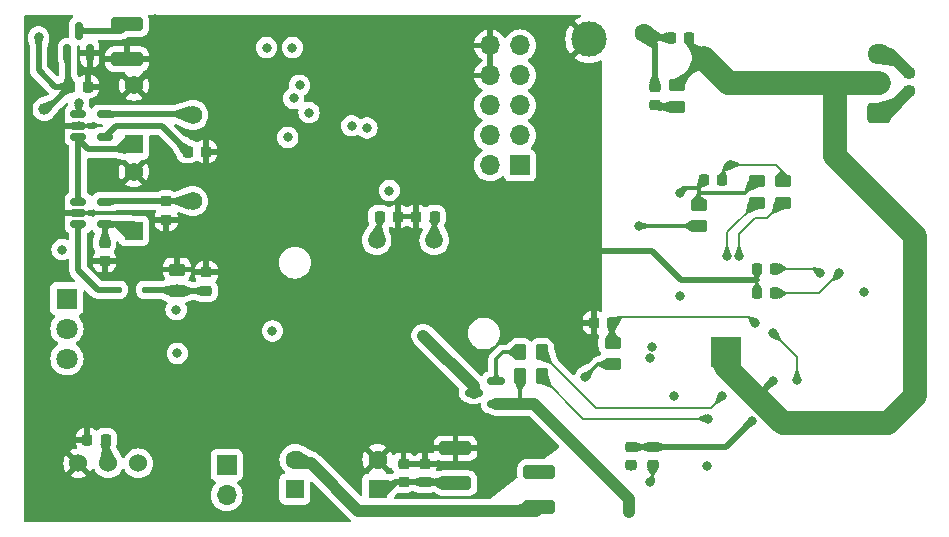
<source format=gbr>
%TF.GenerationSoftware,KiCad,Pcbnew,7.0.8-7.0.8~ubuntu22.04.1*%
%TF.CreationDate,2023-11-02T09:44:39+03:00*%
%TF.ProjectId,outdoor-module,6f757464-6f6f-4722-9d6d-6f64756c652e,rev?*%
%TF.SameCoordinates,Original*%
%TF.FileFunction,Copper,L4,Bot*%
%TF.FilePolarity,Positive*%
%FSLAX46Y46*%
G04 Gerber Fmt 4.6, Leading zero omitted, Abs format (unit mm)*
G04 Created by KiCad (PCBNEW 7.0.8-7.0.8~ubuntu22.04.1) date 2023-11-02 09:44:39*
%MOMM*%
%LPD*%
G01*
G04 APERTURE LIST*
G04 Aperture macros list*
%AMRoundRect*
0 Rectangle with rounded corners*
0 $1 Rounding radius*
0 $2 $3 $4 $5 $6 $7 $8 $9 X,Y pos of 4 corners*
0 Add a 4 corners polygon primitive as box body*
4,1,4,$2,$3,$4,$5,$6,$7,$8,$9,$2,$3,0*
0 Add four circle primitives for the rounded corners*
1,1,$1+$1,$2,$3*
1,1,$1+$1,$4,$5*
1,1,$1+$1,$6,$7*
1,1,$1+$1,$8,$9*
0 Add four rect primitives between the rounded corners*
20,1,$1+$1,$2,$3,$4,$5,0*
20,1,$1+$1,$4,$5,$6,$7,0*
20,1,$1+$1,$6,$7,$8,$9,0*
20,1,$1+$1,$8,$9,$2,$3,0*%
G04 Aperture macros list end*
%TA.AperFunction,ComponentPad*%
%ADD10C,1.500000*%
%TD*%
%TA.AperFunction,ComponentPad*%
%ADD11C,3.000000*%
%TD*%
%TA.AperFunction,ComponentPad*%
%ADD12R,1.800000X1.800000*%
%TD*%
%TA.AperFunction,ComponentPad*%
%ADD13C,1.800000*%
%TD*%
%TA.AperFunction,ComponentPad*%
%ADD14R,1.700000X1.700000*%
%TD*%
%TA.AperFunction,ComponentPad*%
%ADD15O,1.700000X1.700000*%
%TD*%
%TA.AperFunction,ComponentPad*%
%ADD16R,1.600000X1.600000*%
%TD*%
%TA.AperFunction,ComponentPad*%
%ADD17C,1.600000*%
%TD*%
%TA.AperFunction,ComponentPad*%
%ADD18R,1.560000X1.560000*%
%TD*%
%TA.AperFunction,ComponentPad*%
%ADD19C,1.560000*%
%TD*%
%TA.AperFunction,ComponentPad*%
%ADD20C,1.524000*%
%TD*%
%TA.AperFunction,ComponentPad*%
%ADD21C,0.500000*%
%TD*%
%TA.AperFunction,SMDPad,CuDef*%
%ADD22R,2.600000X2.600000*%
%TD*%
%TA.AperFunction,ComponentPad*%
%ADD23RoundRect,0.250000X0.725000X-0.600000X0.725000X0.600000X-0.725000X0.600000X-0.725000X-0.600000X0*%
%TD*%
%TA.AperFunction,ComponentPad*%
%ADD24O,1.950000X1.700000*%
%TD*%
%TA.AperFunction,SMDPad,CuDef*%
%ADD25RoundRect,0.250000X-0.450000X0.262500X-0.450000X-0.262500X0.450000X-0.262500X0.450000X0.262500X0*%
%TD*%
%TA.AperFunction,SMDPad,CuDef*%
%ADD26RoundRect,0.225000X-0.250000X0.225000X-0.250000X-0.225000X0.250000X-0.225000X0.250000X0.225000X0*%
%TD*%
%TA.AperFunction,SMDPad,CuDef*%
%ADD27RoundRect,0.250000X0.450000X-0.262500X0.450000X0.262500X-0.450000X0.262500X-0.450000X-0.262500X0*%
%TD*%
%TA.AperFunction,SMDPad,CuDef*%
%ADD28RoundRect,0.250000X-1.100000X0.325000X-1.100000X-0.325000X1.100000X-0.325000X1.100000X0.325000X0*%
%TD*%
%TA.AperFunction,SMDPad,CuDef*%
%ADD29RoundRect,0.225000X0.225000X0.250000X-0.225000X0.250000X-0.225000X-0.250000X0.225000X-0.250000X0*%
%TD*%
%TA.AperFunction,SMDPad,CuDef*%
%ADD30RoundRect,0.150000X0.150000X-0.587500X0.150000X0.587500X-0.150000X0.587500X-0.150000X-0.587500X0*%
%TD*%
%TA.AperFunction,SMDPad,CuDef*%
%ADD31RoundRect,0.225000X-0.225000X-0.250000X0.225000X-0.250000X0.225000X0.250000X-0.225000X0.250000X0*%
%TD*%
%TA.AperFunction,SMDPad,CuDef*%
%ADD32RoundRect,0.225000X0.250000X-0.225000X0.250000X0.225000X-0.250000X0.225000X-0.250000X-0.225000X0*%
%TD*%
%TA.AperFunction,SMDPad,CuDef*%
%ADD33RoundRect,0.150000X-0.512500X-0.150000X0.512500X-0.150000X0.512500X0.150000X-0.512500X0.150000X0*%
%TD*%
%TA.AperFunction,SMDPad,CuDef*%
%ADD34RoundRect,0.250000X1.100000X-0.325000X1.100000X0.325000X-1.100000X0.325000X-1.100000X-0.325000X0*%
%TD*%
%TA.AperFunction,SMDPad,CuDef*%
%ADD35RoundRect,0.150000X0.587500X0.150000X-0.587500X0.150000X-0.587500X-0.150000X0.587500X-0.150000X0*%
%TD*%
%TA.AperFunction,SMDPad,CuDef*%
%ADD36RoundRect,0.250000X-0.262500X-0.450000X0.262500X-0.450000X0.262500X0.450000X-0.262500X0.450000X0*%
%TD*%
%TA.AperFunction,SMDPad,CuDef*%
%ADD37C,1.000000*%
%TD*%
%TA.AperFunction,SMDPad,CuDef*%
%ADD38RoundRect,0.125000X0.125000X0.125000X-0.125000X0.125000X-0.125000X-0.125000X0.125000X-0.125000X0*%
%TD*%
%TA.AperFunction,ViaPad*%
%ADD39C,0.800000*%
%TD*%
%TA.AperFunction,Conductor*%
%ADD40C,0.500000*%
%TD*%
%TA.AperFunction,Conductor*%
%ADD41C,0.200000*%
%TD*%
%TA.AperFunction,Conductor*%
%ADD42C,0.300000*%
%TD*%
%TA.AperFunction,Conductor*%
%ADD43C,1.000000*%
%TD*%
%TA.AperFunction,Conductor*%
%ADD44C,2.000000*%
%TD*%
G04 APERTURE END LIST*
D10*
%TO.P,X1,1,1*%
%TO.N,Net-(U1-XTAL2{slash}PB7)*%
X94800000Y-59100000D03*
%TO.P,X1,2,2*%
%TO.N,Net-(U1-XTAL1{slash}PB6)*%
X89920000Y-59100000D03*
%TD*%
D11*
%TO.P,TP2,1,1*%
%TO.N,GNDA*%
X107900000Y-42100000D03*
%TD*%
D12*
%TO.P,D1,1,A1*%
%TO.N,Net-(D1-A1)*%
X63700000Y-64050000D03*
D13*
%TO.P,D1,2,K*%
%TO.N,Net-(D1-K)*%
X63700000Y-66590000D03*
%TO.P,D1,3,A2*%
%TO.N,Net-(D1-A2)*%
X63700000Y-69130000D03*
%TD*%
D14*
%TO.P,J2,1,Pin_1*%
%TO.N,/MOSI*%
X102075000Y-52775000D03*
D15*
%TO.P,J2,2,Pin_2*%
%TO.N,+5V*%
X99535000Y-52775000D03*
%TO.P,J2,3,Pin_3*%
%TO.N,unconnected-(J2-Pin_3-Pad3)*%
X102075000Y-50235000D03*
%TO.P,J2,4,Pin_4*%
%TO.N,/RXD*%
X99535000Y-50235000D03*
%TO.P,J2,5,Pin_5*%
%TO.N,/RESET#*%
X102075000Y-47695000D03*
%TO.P,J2,6,Pin_6*%
%TO.N,/TXD*%
X99535000Y-47695000D03*
%TO.P,J2,7,Pin_7*%
%TO.N,/SCK*%
X102075000Y-45155000D03*
%TO.P,J2,8,Pin_8*%
%TO.N,GNDA*%
X99535000Y-45155000D03*
%TO.P,J2,9,Pin_9*%
%TO.N,/MISO*%
X102075000Y-42615000D03*
%TO.P,J2,10,Pin_10*%
%TO.N,GNDA*%
X99535000Y-42615000D03*
%TD*%
D16*
%TO.P,C7,1*%
%TO.N,/VBAT_BEFORE_FUSE*%
X90015000Y-80182380D03*
D17*
%TO.P,C7,2*%
%TO.N,GNDA*%
X90015000Y-77682380D03*
%TD*%
%TO.P,RV2,1*%
%TO.N,/CHARGER_SUPPLY*%
X112600000Y-41600000D03*
%TO.P,RV2,2*%
%TO.N,GNDPWR*%
X117600000Y-43700000D03*
%TD*%
D18*
%TO.P,RV3,1,1*%
%TO.N,/NOISE*%
X69380000Y-51000000D03*
D19*
%TO.P,RV3,2,2*%
%TO.N,Net-(U10-Vin-)*%
X74380000Y-48500000D03*
%TO.P,RV3,3,3*%
%TO.N,GNDA*%
X69380000Y-46000000D03*
%TD*%
D16*
%TO.P,C3,1*%
%TO.N,/VBAT_BEFORE_FUSE*%
X83000000Y-80182380D03*
D17*
%TO.P,C3,2*%
%TO.N,GNDPWR*%
X83000000Y-77682380D03*
%TD*%
D20*
%TO.P,U2,2,DATA*%
%TO.N,/FM_OUT*%
X69740000Y-78000000D03*
%TO.P,U2,3,VCC*%
%TO.N,+5V*%
X67200000Y-78000000D03*
%TO.P,U2,4,GND*%
%TO.N,GNDA*%
X64660000Y-78000000D03*
%TD*%
D18*
%TO.P,RV1,1,1*%
%TO.N,+5V*%
X69360000Y-58300000D03*
D19*
%TO.P,RV1,2,2*%
%TO.N,Net-(U9-Vin-)*%
X74360000Y-55800000D03*
%TO.P,RV1,3,3*%
%TO.N,GNDA*%
X69360000Y-53300000D03*
%TD*%
D21*
%TO.P,U8,29,PGND*%
%TO.N,GNDPWR*%
X120550000Y-67550000D03*
X119500000Y-67550000D03*
X118450000Y-67550000D03*
X120550000Y-68600000D03*
X119500000Y-68600000D03*
D22*
X119500000Y-68600000D03*
D21*
X118450000Y-68600000D03*
X120550000Y-69650000D03*
X119500000Y-69650000D03*
X118450000Y-69650000D03*
%TD*%
D14*
%TO.P,J1,1,Pin_1*%
%TO.N,GNDPWR*%
X77225000Y-78150000D03*
D15*
%TO.P,J1,2,Pin_2*%
%TO.N,/VBAT_BEFORE_FUSE*%
X77225000Y-80690000D03*
%TD*%
D23*
%TO.P,J4,1,Pin_1*%
%TO.N,Net-(D7-A)*%
X132475000Y-48300000D03*
D24*
%TO.P,J4,2,Pin_2*%
%TO.N,GNDPWR*%
X132475000Y-45800000D03*
%TO.P,J4,3,Pin_3*%
%TO.N,Net-(D6-A)*%
X132475000Y-43300000D03*
%TD*%
D25*
%TO.P,R21,1*%
%TO.N,Net-(U8-VCC)*%
X109900000Y-67787500D03*
%TO.P,R21,2*%
%TO.N,Net-(D3-K)*%
X109900000Y-69612500D03*
%TD*%
D26*
%TO.P,C11,1*%
%TO.N,GNDA*%
X94025000Y-78025001D03*
%TO.P,C11,2*%
%TO.N,/VBAT_BEFORE_FUSE*%
X94025000Y-79575001D03*
%TD*%
D27*
%TO.P,R23,1*%
%TO.N,/NOISE_ALARM*%
X73020000Y-63412500D03*
%TO.P,R23,2*%
%TO.N,GNDA*%
X73020000Y-61587500D03*
%TD*%
D28*
%TO.P,C13,1*%
%TO.N,+5V*%
X68800000Y-40825000D03*
%TO.P,C13,2*%
%TO.N,GNDA*%
X68800000Y-43775000D03*
%TD*%
D29*
%TO.P,C18,1*%
%TO.N,GNDA*%
X65475000Y-46100000D03*
%TO.P,C18,2*%
%TO.N,+3V3*%
X63925000Y-46100000D03*
%TD*%
D25*
%TO.P,R14,1*%
%TO.N,Net-(Q3-S)*%
X124300000Y-54087500D03*
%TO.P,R14,2*%
%TO.N,Net-(U8-CMSRC)*%
X124300000Y-55912500D03*
%TD*%
D29*
%TO.P,C24,1*%
%TO.N,Net-(Q4-D)*%
X123675000Y-61500000D03*
%TO.P,C24,2*%
%TO.N,GNDA*%
X122125000Y-61500000D03*
%TD*%
D27*
%TO.P,R7,1*%
%TO.N,Net-(C12-Pad2)*%
X115320000Y-47812500D03*
%TO.P,R7,2*%
%TO.N,GNDPWR*%
X115320000Y-45987500D03*
%TD*%
D25*
%TO.P,R13,1*%
%TO.N,Net-(Q4-G)*%
X122100000Y-54087500D03*
%TO.P,R13,2*%
%TO.N,Net-(U8-ACDRV)*%
X122100000Y-55912500D03*
%TD*%
D26*
%TO.P,C36,1*%
%TO.N,Net-(D6-A)*%
X135000000Y-44925000D03*
%TO.P,C36,2*%
%TO.N,Net-(D7-A)*%
X135000000Y-46475000D03*
%TD*%
D30*
%TO.P,U4,1,GND*%
%TO.N,GNDA*%
X65650000Y-43237500D03*
%TO.P,U4,2,VO*%
%TO.N,+3V3*%
X63750000Y-43237500D03*
%TO.P,U4,3,VI*%
%TO.N,+5V*%
X64700000Y-41362500D03*
%TD*%
D28*
%TO.P,C44,1*%
%TO.N,/VBAT*%
X103700000Y-78725000D03*
%TO.P,C44,2*%
%TO.N,GNDPWR*%
X103700000Y-81675000D03*
%TD*%
D31*
%TO.P,C5,1*%
%TO.N,Net-(U1-XTAL1{slash}PB6)*%
X90175000Y-57100000D03*
%TO.P,C5,2*%
%TO.N,GNDA*%
X91725000Y-57100000D03*
%TD*%
%TO.P,C42,1*%
%TO.N,+5V*%
X73925000Y-51600000D03*
%TO.P,C42,2*%
%TO.N,GNDA*%
X75475000Y-51600000D03*
%TD*%
D29*
%TO.P,C30,1*%
%TO.N,Net-(U8-VCC)*%
X109875000Y-66100000D03*
%TO.P,C30,2*%
%TO.N,GNDA*%
X108325000Y-66100000D03*
%TD*%
D32*
%TO.P,C41,1*%
%TO.N,/VBAT*%
X111500000Y-78175000D03*
%TO.P,C41,2*%
%TO.N,GNDA*%
X111500000Y-76625000D03*
%TD*%
D33*
%TO.P,U10,1,OUT*%
%TO.N,/NOISE*%
X64662500Y-50350000D03*
%TO.P,U10,2,GND*%
%TO.N,GNDA*%
X64662500Y-49400000D03*
%TO.P,U10,3,Vin+*%
%TO.N,Net-(U10-Vin+)*%
X64662500Y-48450000D03*
%TO.P,U10,4,Vin-*%
%TO.N,Net-(U10-Vin-)*%
X66937500Y-48450000D03*
%TO.P,U10,5,V+*%
%TO.N,+5V*%
X66937500Y-50350000D03*
%TD*%
D29*
%TO.P,C9,1*%
%TO.N,+5V*%
X66975000Y-76000000D03*
%TO.P,C9,2*%
%TO.N,GNDA*%
X65425000Y-76000000D03*
%TD*%
D26*
%TO.P,C28,1*%
%TO.N,+5V*%
X66900000Y-59325000D03*
%TO.P,C28,2*%
%TO.N,GNDA*%
X66900000Y-60875000D03*
%TD*%
%TO.P,C29,1*%
%TO.N,Net-(U9-Vin-)*%
X72100000Y-55825000D03*
%TO.P,C29,2*%
%TO.N,GNDA*%
X72100000Y-57375000D03*
%TD*%
D27*
%TO.P,R12,1*%
%TO.N,Net-(Q3-G)*%
X117200000Y-57912500D03*
%TO.P,R12,2*%
%TO.N,Net-(Q4-G)*%
X117200000Y-56087500D03*
%TD*%
D32*
%TO.P,C10,1*%
%TO.N,/VBAT_BEFORE_FUSE*%
X92200000Y-79575000D03*
%TO.P,C10,2*%
%TO.N,GNDA*%
X92200000Y-78025000D03*
%TD*%
D34*
%TO.P,C8,1*%
%TO.N,/VBAT_BEFORE_FUSE*%
X96600000Y-79675000D03*
%TO.P,C8,2*%
%TO.N,GNDA*%
X96600000Y-76725000D03*
%TD*%
D35*
%TO.P,Q7,1,G*%
%TO.N,/CHARGER_BATDRV*%
X100037500Y-71050000D03*
%TO.P,Q7,2,S*%
%TO.N,/CHARGER_BATSRC*%
X100037500Y-72950000D03*
%TO.P,Q7,3,D*%
%TO.N,/VSYS*%
X98162500Y-72000000D03*
%TD*%
D31*
%TO.P,C43,1*%
%TO.N,/CHARGER_SUPPLY*%
X114825000Y-41950000D03*
%TO.P,C43,2*%
%TO.N,GNDPWR*%
X116375000Y-41950000D03*
%TD*%
D32*
%TO.P,C38,1*%
%TO.N,/CHARGER_BATSRC*%
X113300000Y-78175000D03*
%TO.P,C38,2*%
%TO.N,GNDA*%
X113300000Y-76625000D03*
%TD*%
D33*
%TO.P,U9,1,OUT*%
%TO.N,Net-(D4-A)*%
X64662500Y-57750000D03*
%TO.P,U9,2,GND*%
%TO.N,GNDA*%
X64662500Y-56800000D03*
%TO.P,U9,3,Vin+*%
%TO.N,/NOISE*%
X64662500Y-55850000D03*
%TO.P,U9,4,Vin-*%
%TO.N,Net-(U9-Vin-)*%
X66937500Y-55850000D03*
%TO.P,U9,5,V+*%
%TO.N,+5V*%
X66937500Y-57750000D03*
%TD*%
D29*
%TO.P,C6,1*%
%TO.N,Net-(U1-XTAL2{slash}PB7)*%
X94825000Y-57100000D03*
%TO.P,C6,2*%
%TO.N,GNDA*%
X93275000Y-57100000D03*
%TD*%
D26*
%TO.P,C12,1*%
%TO.N,/CHARGER_SUPPLY*%
X113470000Y-46125000D03*
%TO.P,C12,2*%
%TO.N,Net-(C12-Pad2)*%
X113470000Y-47675000D03*
%TD*%
D36*
%TO.P,R17,1*%
%TO.N,/CHARGER_BATDRV*%
X102087500Y-68600000D03*
%TO.P,R17,2*%
%TO.N,Net-(U8-BATDRV)*%
X103912500Y-68600000D03*
%TD*%
%TO.P,R18,1*%
%TO.N,/CHARGER_BATSRC*%
X102087500Y-70600000D03*
%TO.P,R18,2*%
%TO.N,Net-(U8-BATSRC)*%
X103912500Y-70600000D03*
%TD*%
D32*
%TO.P,C31,1*%
%TO.N,/NOISE_ALARM*%
X75500000Y-63375000D03*
%TO.P,C31,2*%
%TO.N,GNDA*%
X75500000Y-61825000D03*
%TD*%
D29*
%TO.P,C27,1*%
%TO.N,/VSYS*%
X123675000Y-63600000D03*
%TO.P,C27,2*%
%TO.N,GNDA*%
X122125000Y-63600000D03*
%TD*%
D37*
%TO.P,TP5,1,1*%
%TO.N,+3V3*%
X61800000Y-48000000D03*
%TD*%
D29*
%TO.P,C22,1*%
%TO.N,Net-(Q3-S)*%
X119175000Y-54000000D03*
%TO.P,C22,2*%
%TO.N,Net-(Q4-G)*%
X117625000Y-54000000D03*
%TD*%
D38*
%TO.P,D4,1,K*%
%TO.N,/NOISE_ALARM*%
X70300000Y-63300000D03*
%TO.P,D4,2,A*%
%TO.N,Net-(D4-A)*%
X68100000Y-63300000D03*
%TD*%
D39*
%TO.N,GNDA*%
X103000000Y-63800000D03*
X88800000Y-66800000D03*
X66200000Y-72600000D03*
X71200000Y-40400000D03*
X78800000Y-49200000D03*
X90000000Y-48000000D03*
%TO.N,+5V*%
X117887500Y-78200000D03*
X63300000Y-59900000D03*
X115100000Y-72300000D03*
X68800000Y-40800000D03*
X72950560Y-64987500D03*
X91000000Y-54900000D03*
X81100000Y-66800000D03*
X82400000Y-50400000D03*
X115600000Y-63800000D03*
X73900000Y-51600000D03*
X73050560Y-68687500D03*
%TO.N,GNDA*%
X107300000Y-68500000D03*
X121700000Y-74400000D03*
%TO.N,GNDPWR*%
X135500000Y-59750000D03*
X123500000Y-71000000D03*
X135000000Y-68750000D03*
X136000000Y-68750000D03*
%TO.N,/RESET#*%
X84200000Y-48300000D03*
%TO.N,+3V3*%
X61300000Y-41900000D03*
%TO.N,Net-(Q4-G)*%
X115600000Y-55100000D03*
%TO.N,Net-(Q3-S)*%
X119800000Y-52700000D03*
%TO.N,Net-(Q4-D)*%
X127500000Y-61900000D03*
%TO.N,/VSYS*%
X131200000Y-63500000D03*
X129100000Y-61900000D03*
X93868750Y-67193750D03*
%TO.N,/NOISE_ALARM*%
X73020000Y-63250500D03*
%TO.N,/CHARGER_PHASE*%
X123500000Y-67000000D03*
X125525000Y-70900000D03*
%TO.N,/CHARGER_BATSRC*%
X113100000Y-79600000D03*
X111300000Y-82100000D03*
%TO.N,/VBAT*%
X111500000Y-78200000D03*
X103700000Y-78800000D03*
%TO.N,Net-(D3-K)*%
X107600000Y-70700000D03*
%TO.N,/RXD*%
X89100000Y-49600000D03*
%TO.N,/TXD*%
X87819622Y-49419622D03*
%TO.N,Net-(Q3-G)*%
X112100000Y-57900000D03*
%TO.N,/SDA*%
X113278063Y-68116487D03*
X83395892Y-46000000D03*
X82800000Y-42800000D03*
%TO.N,/SCL*%
X80600000Y-42800000D03*
X113100000Y-69100000D03*
X82900000Y-47100000D03*
%TO.N,Net-(U8-VCC)*%
X122000000Y-66100000D03*
%TO.N,Net-(U10-Vin+)*%
X64700000Y-47487500D03*
%TO.N,Net-(U8-ACDRV)*%
X119600000Y-60400000D03*
%TO.N,Net-(U8-CMSRC)*%
X120599503Y-60400000D03*
%TO.N,Net-(U8-BATDRV)*%
X119200500Y-72300000D03*
%TO.N,Net-(U8-BATSRC)*%
X118000000Y-74200000D03*
%TD*%
D40*
%TO.N,+5V*%
X67837500Y-49450000D02*
X71737584Y-49450000D01*
X73187584Y-50900000D02*
X73200000Y-50900000D01*
X68262500Y-41362500D02*
X68800000Y-40825000D01*
X73200000Y-50900000D02*
X74025000Y-51725000D01*
X64700000Y-41362500D02*
X68262500Y-41362500D01*
X66975000Y-76000000D02*
X66975000Y-77775000D01*
X68810000Y-57750000D02*
X69360000Y-58300000D01*
X66937500Y-50350000D02*
X67837500Y-49450000D01*
X66937500Y-57750000D02*
X68810000Y-57750000D01*
X71737584Y-49450000D02*
X73187584Y-50900000D01*
X66937500Y-57750000D02*
X66937500Y-59287500D01*
%TO.N,GNDA*%
X111500000Y-76625000D02*
X113300000Y-76625000D01*
D41*
X122125000Y-61500000D02*
X122125000Y-62500000D01*
D40*
X113197918Y-60000000D02*
X108000000Y-60000000D01*
D41*
X122125000Y-62500000D02*
X122125000Y-63600000D01*
D40*
X64662500Y-56800000D02*
X62700000Y-56800000D01*
X115697918Y-62500000D02*
X113197918Y-60000000D01*
X113300000Y-76625000D02*
X119475000Y-76625000D01*
X122125000Y-62500000D02*
X115697918Y-62500000D01*
X64662500Y-49400000D02*
X63000000Y-49400000D01*
X119475000Y-76625000D02*
X121700000Y-74400000D01*
D42*
X64700000Y-49212500D02*
X64662500Y-49250000D01*
D40*
%TO.N,/VBAT_BEFORE_FUSE*%
X91515000Y-79575001D02*
X94025000Y-79575001D01*
X90015000Y-80082380D02*
X91007621Y-80082380D01*
X91007621Y-80082380D02*
X91515000Y-79575001D01*
X94025000Y-79575001D02*
X96315001Y-79575001D01*
%TO.N,GNDPWR*%
X115320000Y-45980000D02*
X117600000Y-43700000D01*
D43*
X88363990Y-82000000D02*
X84346370Y-77982380D01*
D44*
X133200000Y-74600000D02*
X135500000Y-72300000D01*
D43*
X84346370Y-77982380D02*
X83215000Y-77982380D01*
D44*
X135500000Y-72300000D02*
X135500000Y-59750000D01*
X119500000Y-69800000D02*
X122000000Y-72300000D01*
D43*
X103700000Y-81675000D02*
X103375000Y-82000000D01*
D44*
X124300000Y-74600000D02*
X133200000Y-74600000D01*
X128750000Y-52000000D02*
X135500000Y-58750000D01*
D40*
X116375000Y-42475000D02*
X117600000Y-43700000D01*
D44*
X132475000Y-45800000D02*
X128750000Y-45800000D01*
D40*
X116375000Y-41950000D02*
X116375000Y-42475000D01*
D44*
X119500000Y-68600000D02*
X119500000Y-69800000D01*
D40*
X122200000Y-72300000D02*
X122000000Y-72300000D01*
D44*
X135500000Y-58750000D02*
X135500000Y-59750000D01*
X128750000Y-45800000D02*
X119700000Y-45800000D01*
X122000000Y-72300000D02*
X124300000Y-74600000D01*
D43*
X103375000Y-82000000D02*
X88363990Y-82000000D01*
D40*
X123500000Y-71000000D02*
X122200000Y-72300000D01*
D44*
X128750000Y-45800000D02*
X128750000Y-52000000D01*
X119700000Y-45800000D02*
X117600000Y-43700000D01*
D42*
%TO.N,Net-(U1-XTAL2{slash}PB7)*%
X94825000Y-57100000D02*
X94825000Y-59075000D01*
D40*
%TO.N,/CHARGER_SUPPLY*%
X113470000Y-46125000D02*
X113470000Y-42470000D01*
X113470000Y-42470000D02*
X112600000Y-41600000D01*
X114825000Y-41950000D02*
X112950000Y-41950000D01*
%TO.N,Net-(C12-Pad2)*%
X115320000Y-47812500D02*
X113607500Y-47812500D01*
%TO.N,+3V3*%
X63750000Y-43237500D02*
X63800000Y-43287500D01*
X63800000Y-43287500D02*
X63800000Y-45975000D01*
X61300000Y-44700000D02*
X61300000Y-42000000D01*
X63925000Y-46100000D02*
X62700000Y-46100000D01*
X62700000Y-46100000D02*
X61300000Y-44700000D01*
X62025000Y-48000000D02*
X63925000Y-46100000D01*
D42*
%TO.N,Net-(Q4-G)*%
X117187500Y-55100000D02*
X117187500Y-54700000D01*
X117187500Y-54700000D02*
X115900000Y-54700000D01*
X117187500Y-54437500D02*
X117625000Y-54000000D01*
X117187500Y-56200000D02*
X117187500Y-55100000D01*
X121087500Y-55100000D02*
X117187500Y-55100000D01*
X122100000Y-54087500D02*
X121087500Y-55100000D01*
X117187500Y-54700000D02*
X117187500Y-54437500D01*
X115900000Y-54700000D02*
X115500000Y-55100000D01*
D41*
%TO.N,Net-(Q3-S)*%
X119175000Y-53325000D02*
X119800000Y-52700000D01*
X124300000Y-53300000D02*
X124300000Y-54087500D01*
X119175000Y-54000000D02*
X119175000Y-53325000D01*
X119800000Y-52700000D02*
X123700000Y-52700000D01*
X123700000Y-52700000D02*
X124300000Y-53300000D01*
%TO.N,Net-(Q4-D)*%
X127100000Y-61500000D02*
X127500000Y-61900000D01*
X123675000Y-61500000D02*
X127100000Y-61500000D01*
D43*
%TO.N,/VSYS*%
X98162500Y-71487500D02*
X93868750Y-67193750D01*
D41*
X127400000Y-63600000D02*
X129100000Y-61900000D01*
X123675000Y-63600000D02*
X127400000Y-63600000D01*
D43*
X98162500Y-72000000D02*
X98162500Y-71487500D01*
D40*
%TO.N,/NOISE_ALARM*%
X70300000Y-63300000D02*
X72907500Y-63300000D01*
X73020000Y-63412500D02*
X75462500Y-63412500D01*
D41*
%TO.N,/CHARGER_PHASE*%
X125525000Y-69025000D02*
X123500000Y-67000000D01*
X125525000Y-70900000D02*
X125525000Y-69025000D01*
D43*
%TO.N,Net-(D6-A)*%
X132475000Y-43300000D02*
X133375000Y-43300000D01*
X133375000Y-43300000D02*
X135000000Y-44925000D01*
%TO.N,Net-(D7-A)*%
X132475000Y-48300000D02*
X133175000Y-48300000D01*
X133175000Y-48300000D02*
X135000000Y-46475000D01*
%TO.N,/CHARGER_BATSRC*%
X111300000Y-81000000D02*
X111300000Y-82100000D01*
D42*
X102087500Y-70600000D02*
X102087500Y-72862500D01*
D43*
X100037500Y-72950000D02*
X102000000Y-72950000D01*
X103250000Y-72950000D02*
X111300000Y-81000000D01*
D42*
X102087500Y-72862500D02*
X102000000Y-72950000D01*
D43*
X102000000Y-72950000D02*
X103250000Y-72950000D01*
D41*
X113300000Y-79400000D02*
X113100000Y-79600000D01*
X113300000Y-78175000D02*
X113300000Y-79400000D01*
D42*
%TO.N,Net-(D3-K)*%
X108687500Y-69612500D02*
X107600000Y-70700000D01*
X109900000Y-69612500D02*
X108687500Y-69612500D01*
D40*
%TO.N,Net-(D4-A)*%
X66300000Y-63300000D02*
X64662500Y-61662500D01*
X64662500Y-61662500D02*
X64662500Y-57750000D01*
X68100000Y-63300000D02*
X66300000Y-63300000D01*
D42*
%TO.N,Net-(Q3-G)*%
X112112500Y-57912500D02*
X112100000Y-57900000D01*
X117200000Y-57912500D02*
X112112500Y-57912500D01*
%TO.N,/CHARGER_BATDRV*%
X100600000Y-68600000D02*
X100037500Y-69162500D01*
X100037500Y-69162500D02*
X100037500Y-71050000D01*
X102087500Y-68600000D02*
X100600000Y-68600000D01*
D40*
%TO.N,/NOISE*%
X65500000Y-51400000D02*
X68980000Y-51400000D01*
X64662500Y-55850000D02*
X64662500Y-50350000D01*
X64662500Y-50562500D02*
X65500000Y-51400000D01*
X64662500Y-50350000D02*
X64662500Y-50562500D01*
%TO.N,Net-(U9-Vin-)*%
X66937500Y-55850000D02*
X66987500Y-55800000D01*
X66987500Y-55800000D02*
X74360000Y-55800000D01*
D42*
%TO.N,Net-(U8-VCC)*%
X109875000Y-66100000D02*
X109875000Y-67762500D01*
D41*
X121400000Y-65600000D02*
X121900000Y-66100000D01*
X121900000Y-66100000D02*
X122000000Y-66100000D01*
X109875000Y-66100000D02*
X110375000Y-65600000D01*
X110375000Y-65600000D02*
X121400000Y-65600000D01*
D42*
%TO.N,Net-(U10-Vin+)*%
X64700000Y-47487500D02*
X64700000Y-48412500D01*
D41*
%TO.N,Net-(U8-ACDRV)*%
X119600000Y-60400000D02*
X119600000Y-58412500D01*
X119600000Y-58412500D02*
X122100000Y-55912500D01*
%TO.N,Net-(U8-CMSRC)*%
X122000000Y-57200000D02*
X123012500Y-57200000D01*
X120600000Y-60399503D02*
X120600000Y-58600000D01*
X120599503Y-60400000D02*
X120600000Y-60399503D01*
X120600000Y-58600000D02*
X122000000Y-57200000D01*
X123012500Y-57200000D02*
X124300000Y-55912500D01*
%TO.N,Net-(U8-BATDRV)*%
X119200500Y-72300000D02*
X118200500Y-73300000D01*
X118200500Y-73300000D02*
X108500000Y-73300000D01*
X108500000Y-73300000D02*
X103912500Y-68712500D01*
%TO.N,Net-(U8-BATSRC)*%
X107400000Y-74200000D02*
X103912500Y-70712500D01*
X118000000Y-74200000D02*
X107400000Y-74200000D01*
D40*
%TO.N,Net-(U10-Vin-)*%
X74280000Y-48400000D02*
X66987500Y-48400000D01*
D42*
%TO.N,Net-(U1-XTAL1{slash}PB6)*%
X90175000Y-57100000D02*
X90175000Y-58845000D01*
%TD*%
%TA.AperFunction,Conductor*%
%TO.N,GNDA*%
G36*
X99785000Y-44719498D02*
G01*
X99677315Y-44670320D01*
X99570763Y-44655000D01*
X99499237Y-44655000D01*
X99392685Y-44670320D01*
X99285000Y-44719498D01*
X99285000Y-43050501D01*
X99392685Y-43099680D01*
X99499237Y-43115000D01*
X99570763Y-43115000D01*
X99677315Y-43099680D01*
X99785000Y-43050501D01*
X99785000Y-44719498D01*
G37*
%TD.AperFunction*%
%TA.AperFunction,Conductor*%
G36*
X64195487Y-40020185D02*
G01*
X64241242Y-40072989D01*
X64251186Y-40142147D01*
X64222161Y-40205703D01*
X64191569Y-40231232D01*
X64148138Y-40256916D01*
X64148129Y-40256923D01*
X64031923Y-40373129D01*
X64031917Y-40373137D01*
X63948255Y-40514603D01*
X63948254Y-40514606D01*
X63902402Y-40672426D01*
X63902401Y-40672432D01*
X63899500Y-40709304D01*
X63899500Y-41875500D01*
X63879815Y-41942539D01*
X63827011Y-41988294D01*
X63775500Y-41999500D01*
X63534304Y-41999500D01*
X63497432Y-42002401D01*
X63497426Y-42002402D01*
X63339606Y-42048254D01*
X63339603Y-42048255D01*
X63198137Y-42131917D01*
X63198129Y-42131923D01*
X63081923Y-42248129D01*
X63081917Y-42248137D01*
X62998255Y-42389603D01*
X62998254Y-42389606D01*
X62952402Y-42547426D01*
X62952401Y-42547432D01*
X62949500Y-42584304D01*
X62949500Y-43890696D01*
X62952401Y-43927567D01*
X62952402Y-43927573D01*
X63000432Y-44092890D01*
X62999954Y-44093028D01*
X63004164Y-44106790D01*
X63006058Y-44116894D01*
X63040021Y-44298076D01*
X63047377Y-44337314D01*
X63049500Y-44360161D01*
X63049500Y-45088770D01*
X63029815Y-45155809D01*
X62977011Y-45201564D01*
X62907853Y-45211508D01*
X62844297Y-45182483D01*
X62837819Y-45176451D01*
X62086819Y-44425451D01*
X62053334Y-44364128D01*
X62050500Y-44337770D01*
X62050500Y-42785173D01*
X62052624Y-42762322D01*
X62064309Y-42700000D01*
X62169183Y-42140667D01*
X62171152Y-42132946D01*
X62185674Y-42088256D01*
X62193913Y-42009855D01*
X62194630Y-42004947D01*
X62196384Y-41995598D01*
X62199604Y-41972669D01*
X62200888Y-41959016D01*
X62200825Y-41947673D01*
X62201162Y-41940877D01*
X62205460Y-41900000D01*
X62185674Y-41711744D01*
X62127179Y-41531716D01*
X62032533Y-41367784D01*
X61905871Y-41227112D01*
X61897657Y-41221144D01*
X61752734Y-41115851D01*
X61752729Y-41115848D01*
X61579807Y-41038857D01*
X61579802Y-41038855D01*
X61434001Y-41007865D01*
X61394646Y-40999500D01*
X61205354Y-40999500D01*
X61172897Y-41006398D01*
X61020197Y-41038855D01*
X61020192Y-41038857D01*
X60847270Y-41115848D01*
X60847265Y-41115851D01*
X60694129Y-41227111D01*
X60567466Y-41367785D01*
X60472821Y-41531715D01*
X60472818Y-41531722D01*
X60414327Y-41711740D01*
X60414326Y-41711744D01*
X60401391Y-41834814D01*
X60394540Y-41900000D01*
X60405526Y-42004537D01*
X60405629Y-42005931D01*
X60406170Y-42010665D01*
X60414325Y-42088250D01*
X60414327Y-42088260D01*
X60428842Y-42132933D01*
X60430816Y-42140673D01*
X60535690Y-42700000D01*
X60547376Y-42762322D01*
X60549500Y-42785174D01*
X60549500Y-44636294D01*
X60548191Y-44654263D01*
X60544710Y-44678025D01*
X60545961Y-44692315D01*
X60549262Y-44730048D01*
X60549264Y-44730064D01*
X60549500Y-44735470D01*
X60549500Y-44743709D01*
X60553306Y-44776274D01*
X60560000Y-44852791D01*
X60561461Y-44859867D01*
X60561403Y-44859878D01*
X60563034Y-44867237D01*
X60563092Y-44867224D01*
X60564757Y-44874250D01*
X60591025Y-44946424D01*
X60615185Y-45019331D01*
X60618236Y-45025874D01*
X60618182Y-45025898D01*
X60621470Y-45032688D01*
X60621521Y-45032663D01*
X60624761Y-45039113D01*
X60624762Y-45039114D01*
X60624763Y-45039117D01*
X60627725Y-45043620D01*
X60666965Y-45103283D01*
X60707287Y-45168655D01*
X60711766Y-45174319D01*
X60711719Y-45174356D01*
X60716482Y-45180202D01*
X60716528Y-45180164D01*
X60721173Y-45185700D01*
X60777017Y-45238385D01*
X62124270Y-46585638D01*
X62136051Y-46599270D01*
X62150389Y-46618529D01*
X62155346Y-46623783D01*
X62152909Y-46626081D01*
X62183482Y-46671697D01*
X62184828Y-46741554D01*
X62148192Y-46801049D01*
X62106540Y-46825823D01*
X61617641Y-46998708D01*
X61445426Y-47059607D01*
X61442041Y-47060905D01*
X61438656Y-47062203D01*
X61430571Y-47065932D01*
X61422596Y-47068964D01*
X61415275Y-47071184D01*
X61415268Y-47071187D01*
X61392277Y-47083475D01*
X61389028Y-47085091D01*
X61378260Y-47090058D01*
X61372695Y-47093368D01*
X61372641Y-47093278D01*
X61365740Y-47097661D01*
X61241458Y-47164092D01*
X61089116Y-47289116D01*
X60964090Y-47441460D01*
X60964086Y-47441467D01*
X60871188Y-47615266D01*
X60813975Y-47803870D01*
X60794659Y-48000000D01*
X60813975Y-48196129D01*
X60814370Y-48197431D01*
X60870007Y-48380842D01*
X60871188Y-48384733D01*
X60964086Y-48558532D01*
X60964090Y-48558539D01*
X61089116Y-48710883D01*
X61241460Y-48835909D01*
X61241467Y-48835913D01*
X61415266Y-48928811D01*
X61415269Y-48928811D01*
X61415273Y-48928814D01*
X61603868Y-48986024D01*
X61800000Y-49005341D01*
X61996132Y-48986024D01*
X62184727Y-48928814D01*
X62187912Y-48927112D01*
X62275780Y-48880145D01*
X62358538Y-48835910D01*
X62510883Y-48710883D01*
X62531862Y-48685317D01*
X62544454Y-48672094D01*
X62551017Y-48666149D01*
X62939289Y-48197431D01*
X63156493Y-47935226D01*
X63162095Y-47928030D01*
X63172974Y-47914061D01*
X63178040Y-47908326D01*
X63592104Y-47494262D01*
X63653425Y-47460779D01*
X63723117Y-47465763D01*
X63779050Y-47507635D01*
X63803103Y-47568982D01*
X63812636Y-47659682D01*
X63800068Y-47728410D01*
X63752444Y-47779370D01*
X63748134Y-47781918D01*
X63748132Y-47781921D01*
X63631923Y-47898129D01*
X63631917Y-47898137D01*
X63548255Y-48039603D01*
X63548254Y-48039606D01*
X63502402Y-48197426D01*
X63502401Y-48197432D01*
X63499500Y-48234304D01*
X63499500Y-48665696D01*
X63502401Y-48702567D01*
X63502402Y-48702573D01*
X63548254Y-48860393D01*
X63548256Y-48860399D01*
X63549426Y-48862377D01*
X63549869Y-48864126D01*
X63551353Y-48867554D01*
X63550799Y-48867793D01*
X63566603Y-48930102D01*
X63551249Y-48982395D01*
X63551817Y-48982641D01*
X63549827Y-48987239D01*
X63549428Y-48988599D01*
X63548722Y-48989791D01*
X63548716Y-48989806D01*
X63502900Y-49147505D01*
X63502899Y-49147511D01*
X63502704Y-49149998D01*
X63502705Y-49150000D01*
X63768185Y-49150000D01*
X63831306Y-49167268D01*
X63889602Y-49201744D01*
X63931224Y-49213836D01*
X64047426Y-49247597D01*
X64047429Y-49247597D01*
X64047431Y-49247598D01*
X64059722Y-49248565D01*
X64084304Y-49250500D01*
X64084306Y-49250500D01*
X65240696Y-49250500D01*
X65259131Y-49249049D01*
X65277569Y-49247598D01*
X65277571Y-49247597D01*
X65277573Y-49247597D01*
X65333453Y-49231362D01*
X65435398Y-49201744D01*
X65493694Y-49167268D01*
X65556815Y-49150000D01*
X65822294Y-49150000D01*
X65846557Y-49123752D01*
X65906518Y-49087885D01*
X65976352Y-49090129D01*
X66016012Y-49114530D01*
X66016969Y-49113298D01*
X66023132Y-49118078D01*
X66023135Y-49118081D01*
X66164602Y-49201744D01*
X66206224Y-49213836D01*
X66322426Y-49247597D01*
X66322429Y-49247597D01*
X66322431Y-49247598D01*
X66334722Y-49248565D01*
X66359304Y-49250500D01*
X66359306Y-49250500D01*
X66637008Y-49250500D01*
X66704047Y-49270185D01*
X66749802Y-49322989D01*
X66759746Y-49392147D01*
X66730721Y-49455703D01*
X66717105Y-49469160D01*
X66656832Y-49520160D01*
X66592939Y-49548437D01*
X66576735Y-49549500D01*
X66359304Y-49549500D01*
X66322432Y-49552401D01*
X66322426Y-49552402D01*
X66164606Y-49598254D01*
X66164603Y-49598255D01*
X66023137Y-49681917D01*
X66016969Y-49686702D01*
X66015664Y-49685019D01*
X65963954Y-49713246D01*
X65894263Y-49708251D01*
X65846558Y-49676247D01*
X65822296Y-49650000D01*
X65556815Y-49650000D01*
X65493694Y-49632732D01*
X65465146Y-49615849D01*
X65435398Y-49598256D01*
X65435397Y-49598255D01*
X65435396Y-49598255D01*
X65435393Y-49598254D01*
X65277573Y-49552402D01*
X65277567Y-49552401D01*
X65240696Y-49549500D01*
X65240694Y-49549500D01*
X64084306Y-49549500D01*
X64084304Y-49549500D01*
X64047432Y-49552401D01*
X64047426Y-49552402D01*
X63889606Y-49598254D01*
X63889603Y-49598255D01*
X63831306Y-49632732D01*
X63768185Y-49650000D01*
X63502705Y-49650000D01*
X63502704Y-49650001D01*
X63502899Y-49652488D01*
X63502900Y-49652494D01*
X63548716Y-49810193D01*
X63548720Y-49810203D01*
X63549427Y-49811398D01*
X63549695Y-49812454D01*
X63551816Y-49817356D01*
X63551024Y-49817698D01*
X63566603Y-49879123D01*
X63550993Y-49932284D01*
X63551355Y-49932441D01*
X63550087Y-49935369D01*
X63549427Y-49937620D01*
X63548259Y-49939594D01*
X63548254Y-49939607D01*
X63502402Y-50097426D01*
X63502401Y-50097432D01*
X63499500Y-50134304D01*
X63499500Y-50565696D01*
X63502401Y-50602567D01*
X63502402Y-50602573D01*
X63548254Y-50760393D01*
X63548255Y-50760396D01*
X63548256Y-50760398D01*
X63563787Y-50786660D01*
X63631917Y-50901862D01*
X63631923Y-50901870D01*
X63748129Y-51018076D01*
X63748133Y-51018079D01*
X63748135Y-51018081D01*
X63748138Y-51018082D01*
X63748141Y-51018085D01*
X63851120Y-51078986D01*
X63898804Y-51130054D01*
X63912000Y-51185718D01*
X63912000Y-55014281D01*
X63892315Y-55081320D01*
X63851121Y-55121013D01*
X63748138Y-55181916D01*
X63748129Y-55181923D01*
X63631923Y-55298129D01*
X63631917Y-55298137D01*
X63548255Y-55439603D01*
X63548254Y-55439606D01*
X63502402Y-55597426D01*
X63502401Y-55597432D01*
X63499500Y-55634304D01*
X63499500Y-56065696D01*
X63502401Y-56102567D01*
X63502402Y-56102573D01*
X63548254Y-56260393D01*
X63548256Y-56260399D01*
X63549426Y-56262377D01*
X63549869Y-56264126D01*
X63551353Y-56267554D01*
X63550799Y-56267793D01*
X63566603Y-56330102D01*
X63551249Y-56382395D01*
X63551817Y-56382641D01*
X63549827Y-56387239D01*
X63549428Y-56388599D01*
X63548722Y-56389791D01*
X63548716Y-56389806D01*
X63502900Y-56547505D01*
X63502899Y-56547511D01*
X63502704Y-56549998D01*
X63502705Y-56550000D01*
X63768185Y-56550000D01*
X63831306Y-56567268D01*
X63889602Y-56601744D01*
X63931224Y-56613836D01*
X64047426Y-56647597D01*
X64047429Y-56647597D01*
X64047431Y-56647598D01*
X64059722Y-56648565D01*
X64084304Y-56650500D01*
X64084306Y-56650500D01*
X65240696Y-56650500D01*
X65259131Y-56649049D01*
X65277569Y-56647598D01*
X65277571Y-56647597D01*
X65277573Y-56647597D01*
X65319191Y-56635505D01*
X65435398Y-56601744D01*
X65493694Y-56567268D01*
X65556815Y-56550000D01*
X65822294Y-56550000D01*
X65846557Y-56523752D01*
X65906518Y-56487885D01*
X65976352Y-56490129D01*
X66016012Y-56514530D01*
X66016969Y-56513298D01*
X66023132Y-56518078D01*
X66023135Y-56518081D01*
X66164602Y-56601744D01*
X66206224Y-56613836D01*
X66322426Y-56647597D01*
X66322429Y-56647597D01*
X66322431Y-56647598D01*
X66334722Y-56648565D01*
X66359304Y-56650500D01*
X66359306Y-56650500D01*
X67515696Y-56650500D01*
X67534131Y-56649049D01*
X67552569Y-56647598D01*
X67710398Y-56601744D01*
X67710402Y-56601741D01*
X67717983Y-56599539D01*
X67723659Y-56598176D01*
X67962464Y-56552690D01*
X67985666Y-56550500D01*
X71145779Y-56550500D01*
X71212818Y-56570185D01*
X71258573Y-56622989D01*
X71268517Y-56692147D01*
X71251318Y-56739597D01*
X71188454Y-56841513D01*
X71188452Y-56841518D01*
X71135144Y-57002393D01*
X71125000Y-57101677D01*
X71125000Y-57125000D01*
X73074999Y-57125000D01*
X73074999Y-57101692D01*
X73074998Y-57101677D01*
X73064855Y-57002392D01*
X73027503Y-56889669D01*
X73025101Y-56819840D01*
X73060833Y-56759799D01*
X73123353Y-56728606D01*
X73188548Y-56734485D01*
X73874250Y-56990298D01*
X73892457Y-56996186D01*
X73898115Y-56998016D01*
X73905244Y-57000819D01*
X73920363Y-57007869D01*
X73920364Y-57007869D01*
X73920370Y-57007872D01*
X74136794Y-57065863D01*
X74296226Y-57079811D01*
X74359998Y-57085391D01*
X74360000Y-57085391D01*
X74360002Y-57085391D01*
X74415801Y-57080509D01*
X74583206Y-57065863D01*
X74799630Y-57007872D01*
X75002696Y-56913181D01*
X75186233Y-56784667D01*
X75344667Y-56626233D01*
X75473181Y-56442696D01*
X75567872Y-56239630D01*
X75625863Y-56023206D01*
X75645391Y-55800000D01*
X75625863Y-55576794D01*
X75567872Y-55360370D01*
X75473181Y-55157305D01*
X75359397Y-54994804D01*
X75344668Y-54973768D01*
X75270900Y-54900000D01*
X90094540Y-54900000D01*
X90114326Y-55088256D01*
X90114327Y-55088259D01*
X90172818Y-55268277D01*
X90172821Y-55268284D01*
X90267467Y-55432216D01*
X90394129Y-55572888D01*
X90547265Y-55684148D01*
X90547270Y-55684151D01*
X90720192Y-55761142D01*
X90720197Y-55761144D01*
X90905354Y-55800500D01*
X90905355Y-55800500D01*
X91094644Y-55800500D01*
X91094646Y-55800500D01*
X91279803Y-55761144D01*
X91452730Y-55684151D01*
X91605871Y-55572888D01*
X91732533Y-55432216D01*
X91827179Y-55268284D01*
X91885674Y-55088256D01*
X91905460Y-54900000D01*
X91885674Y-54711744D01*
X91827179Y-54531716D01*
X91732533Y-54367784D01*
X91605871Y-54227112D01*
X91605870Y-54227111D01*
X91452734Y-54115851D01*
X91452729Y-54115848D01*
X91279807Y-54038857D01*
X91279802Y-54038855D01*
X91134001Y-54007865D01*
X91094646Y-53999500D01*
X90905354Y-53999500D01*
X90872897Y-54006398D01*
X90720197Y-54038855D01*
X90720192Y-54038857D01*
X90547270Y-54115848D01*
X90547265Y-54115851D01*
X90394129Y-54227111D01*
X90267466Y-54367785D01*
X90172821Y-54531715D01*
X90172818Y-54531722D01*
X90122424Y-54686821D01*
X90114326Y-54711744D01*
X90094540Y-54900000D01*
X75270900Y-54900000D01*
X75186233Y-54815333D01*
X75186229Y-54815330D01*
X75186228Y-54815329D01*
X75002700Y-54686821D01*
X75002696Y-54686819D01*
X74799630Y-54592128D01*
X74799627Y-54592127D01*
X74799625Y-54592126D01*
X74583208Y-54534137D01*
X74583200Y-54534136D01*
X74360002Y-54514609D01*
X74359998Y-54514609D01*
X74136799Y-54534136D01*
X74136791Y-54534137D01*
X73920368Y-54592128D01*
X73902592Y-54600417D01*
X73876574Y-54609194D01*
X73874257Y-54609698D01*
X72841982Y-54994804D01*
X72772291Y-54999793D01*
X72733545Y-54984164D01*
X72686680Y-54955257D01*
X72658701Y-54937999D01*
X72658698Y-54937997D01*
X72658697Y-54937997D01*
X72544029Y-54900000D01*
X72497709Y-54884651D01*
X72398346Y-54874500D01*
X71801662Y-54874500D01*
X71801644Y-54874501D01*
X71702292Y-54884650D01*
X71702289Y-54884651D01*
X71541305Y-54937996D01*
X71541294Y-54938001D01*
X71390809Y-55030823D01*
X71389131Y-55028103D01*
X71337534Y-55048909D01*
X71325440Y-55049500D01*
X67931945Y-55049500D01*
X67914299Y-55048238D01*
X67888301Y-55044500D01*
X67888300Y-55044500D01*
X66937390Y-55044500D01*
X66937387Y-55044500D01*
X66933744Y-55044548D01*
X66933747Y-55044548D01*
X66868372Y-55049334D01*
X66863843Y-55049500D01*
X66359304Y-55049500D01*
X66322432Y-55052401D01*
X66322426Y-55052402D01*
X66164606Y-55098254D01*
X66164603Y-55098255D01*
X66023137Y-55181917D01*
X66023129Y-55181923D01*
X65906923Y-55298129D01*
X65906914Y-55298140D01*
X65906729Y-55298455D01*
X65906519Y-55298650D01*
X65902139Y-55304298D01*
X65901227Y-55303591D01*
X65855657Y-55346136D01*
X65786915Y-55358637D01*
X65722327Y-55331988D01*
X65698143Y-55304078D01*
X65697861Y-55304298D01*
X65693823Y-55299092D01*
X65693271Y-55298455D01*
X65693085Y-55298140D01*
X65693076Y-55298129D01*
X65576870Y-55181923D01*
X65576861Y-55181916D01*
X65473879Y-55121013D01*
X65426195Y-55069944D01*
X65413000Y-55014281D01*
X65413000Y-52274500D01*
X65432685Y-52207461D01*
X65485489Y-52161706D01*
X65537000Y-52150500D01*
X67737903Y-52150500D01*
X67758288Y-52152187D01*
X68489711Y-52274091D01*
X68521229Y-52279344D01*
X68541887Y-52281919D01*
X68554177Y-52282938D01*
X68554181Y-52282937D01*
X68554182Y-52282938D01*
X68563782Y-52282824D01*
X68642602Y-52281889D01*
X68709869Y-52300777D01*
X68731753Y-52318199D01*
X69227467Y-52813913D01*
X69217685Y-52815320D01*
X69086900Y-52875048D01*
X68978239Y-52969202D01*
X68900507Y-53090156D01*
X68876923Y-53170476D01*
X68295334Y-52588887D01*
X68295333Y-52588888D01*
X68247255Y-52657552D01*
X68152600Y-52860540D01*
X68152596Y-52860549D01*
X68094632Y-53076875D01*
X68094630Y-53076886D01*
X68075111Y-53299997D01*
X68075111Y-53300002D01*
X68094630Y-53523113D01*
X68094632Y-53523124D01*
X68152596Y-53739450D01*
X68152600Y-53739459D01*
X68247253Y-53942444D01*
X68295334Y-54011111D01*
X68876922Y-53429523D01*
X68900507Y-53509844D01*
X68978239Y-53630798D01*
X69086900Y-53724952D01*
X69217685Y-53784680D01*
X69227466Y-53786086D01*
X68648887Y-54364665D01*
X68717548Y-54412742D01*
X68717554Y-54412746D01*
X68920540Y-54507399D01*
X68920549Y-54507403D01*
X69136875Y-54565367D01*
X69136886Y-54565369D01*
X69359998Y-54584889D01*
X69360002Y-54584889D01*
X69583113Y-54565369D01*
X69583124Y-54565367D01*
X69799450Y-54507403D01*
X69799464Y-54507398D01*
X70002440Y-54412749D01*
X70071111Y-54364664D01*
X69492534Y-53786086D01*
X69502315Y-53784680D01*
X69633100Y-53724952D01*
X69741761Y-53630798D01*
X69819493Y-53509844D01*
X69843076Y-53429523D01*
X70424664Y-54011110D01*
X70472749Y-53942440D01*
X70567398Y-53739464D01*
X70567403Y-53739450D01*
X70625367Y-53523124D01*
X70625369Y-53523113D01*
X70644889Y-53300002D01*
X70644889Y-53299997D01*
X70625369Y-53076886D01*
X70625367Y-53076875D01*
X70567403Y-52860549D01*
X70567399Y-52860540D01*
X70527511Y-52775000D01*
X98179341Y-52775000D01*
X98199936Y-53010403D01*
X98199938Y-53010413D01*
X98261094Y-53238655D01*
X98261096Y-53238659D01*
X98261097Y-53238663D01*
X98345499Y-53419663D01*
X98360965Y-53452830D01*
X98360967Y-53452834D01*
X98410185Y-53523124D01*
X98496505Y-53646401D01*
X98663599Y-53813495D01*
X98760384Y-53881265D01*
X98857165Y-53949032D01*
X98857167Y-53949033D01*
X98857170Y-53949035D01*
X99071337Y-54048903D01*
X99299592Y-54110063D01*
X99476034Y-54125500D01*
X99534999Y-54130659D01*
X99535000Y-54130659D01*
X99535001Y-54130659D01*
X99593966Y-54125500D01*
X99770408Y-54110063D01*
X99998663Y-54048903D01*
X100212830Y-53949035D01*
X100406401Y-53813495D01*
X100528329Y-53691566D01*
X100589648Y-53658084D01*
X100659340Y-53663068D01*
X100715274Y-53704939D01*
X100732189Y-53735917D01*
X100781202Y-53867328D01*
X100781206Y-53867335D01*
X100867452Y-53982544D01*
X100867455Y-53982547D01*
X100982664Y-54068793D01*
X100982671Y-54068797D01*
X101117517Y-54119091D01*
X101117516Y-54119091D01*
X101124444Y-54119835D01*
X101177127Y-54125500D01*
X102972872Y-54125499D01*
X103032483Y-54119091D01*
X103167331Y-54068796D01*
X103282546Y-53982546D01*
X103368796Y-53867331D01*
X103419091Y-53732483D01*
X103425500Y-53672873D01*
X103425499Y-51877128D01*
X103419091Y-51817517D01*
X103417810Y-51814083D01*
X103368797Y-51682671D01*
X103368793Y-51682664D01*
X103282547Y-51567455D01*
X103282544Y-51567452D01*
X103167335Y-51481206D01*
X103167328Y-51481202D01*
X103035917Y-51432189D01*
X102979983Y-51390318D01*
X102955566Y-51324853D01*
X102970418Y-51256580D01*
X102991563Y-51228332D01*
X103113495Y-51106401D01*
X103249035Y-50912830D01*
X103348903Y-50698663D01*
X103410063Y-50470408D01*
X103430659Y-50235000D01*
X103410063Y-49999592D01*
X103348903Y-49771337D01*
X103249035Y-49557171D01*
X103243425Y-49549158D01*
X103113494Y-49363597D01*
X102946402Y-49196506D01*
X102946396Y-49196501D01*
X102760842Y-49066575D01*
X102717217Y-49011998D01*
X102710023Y-48942500D01*
X102741546Y-48880145D01*
X102760842Y-48863425D01*
X102822426Y-48820303D01*
X102946401Y-48733495D01*
X103113495Y-48566401D01*
X103249035Y-48372830D01*
X103348903Y-48158663D01*
X103410063Y-47930408D01*
X103430659Y-47695000D01*
X103410063Y-47459592D01*
X103348903Y-47231337D01*
X103249035Y-47017171D01*
X103243425Y-47009158D01*
X103113494Y-46823597D01*
X102946402Y-46656506D01*
X102946396Y-46656501D01*
X102760842Y-46526575D01*
X102717217Y-46471998D01*
X102710023Y-46402500D01*
X102741546Y-46340145D01*
X102760842Y-46323425D01*
X102829660Y-46275238D01*
X102946401Y-46193495D01*
X103113495Y-46026401D01*
X103249035Y-45832830D01*
X103348903Y-45618663D01*
X103410063Y-45390408D01*
X103430659Y-45155000D01*
X103429246Y-45138855D01*
X103418305Y-45013793D01*
X103410063Y-44919592D01*
X103348903Y-44691337D01*
X103249035Y-44477171D01*
X103245485Y-44472100D01*
X103113494Y-44283597D01*
X102946402Y-44116506D01*
X102946396Y-44116501D01*
X102760842Y-43986575D01*
X102717217Y-43931998D01*
X102710023Y-43862500D01*
X102741546Y-43800145D01*
X102760842Y-43783425D01*
X102879271Y-43700500D01*
X102946401Y-43653495D01*
X103113495Y-43486401D01*
X103249035Y-43292830D01*
X103348903Y-43078663D01*
X103410063Y-42850408D01*
X103430659Y-42615000D01*
X103429136Y-42597598D01*
X103414623Y-42431715D01*
X103410063Y-42379592D01*
X103348903Y-42151337D01*
X103249035Y-41937171D01*
X103248953Y-41937053D01*
X103113494Y-41743597D01*
X102946402Y-41576506D01*
X102946395Y-41576501D01*
X102752834Y-41440967D01*
X102752830Y-41440965D01*
X102595895Y-41367785D01*
X102538663Y-41341097D01*
X102538659Y-41341096D01*
X102538655Y-41341094D01*
X102310413Y-41279938D01*
X102310403Y-41279936D01*
X102075001Y-41259341D01*
X102074999Y-41259341D01*
X101839596Y-41279936D01*
X101839586Y-41279938D01*
X101611344Y-41341094D01*
X101611335Y-41341098D01*
X101397171Y-41440964D01*
X101397169Y-41440965D01*
X101203597Y-41576505D01*
X101036508Y-41743594D01*
X100906269Y-41929595D01*
X100851692Y-41973219D01*
X100782193Y-41980412D01*
X100719839Y-41948890D01*
X100703119Y-41929594D01*
X100573113Y-41743926D01*
X100573108Y-41743920D01*
X100406082Y-41576894D01*
X100212578Y-41441399D01*
X99998492Y-41341570D01*
X99998486Y-41341567D01*
X99785000Y-41284364D01*
X99785000Y-42179498D01*
X99677315Y-42130320D01*
X99570763Y-42115000D01*
X99499237Y-42115000D01*
X99392685Y-42130320D01*
X99285000Y-42179498D01*
X99285000Y-41284364D01*
X99284999Y-41284364D01*
X99071513Y-41341567D01*
X99071507Y-41341570D01*
X98857422Y-41441399D01*
X98857420Y-41441400D01*
X98663926Y-41576886D01*
X98663920Y-41576891D01*
X98496891Y-41743920D01*
X98496886Y-41743926D01*
X98361400Y-41937420D01*
X98361399Y-41937422D01*
X98261570Y-42151507D01*
X98261567Y-42151513D01*
X98204364Y-42364999D01*
X98204364Y-42365000D01*
X99101314Y-42365000D01*
X99075507Y-42405156D01*
X99035000Y-42543111D01*
X99035000Y-42686889D01*
X99075507Y-42824844D01*
X99101314Y-42865000D01*
X98204364Y-42865000D01*
X98261567Y-43078486D01*
X98261570Y-43078492D01*
X98361399Y-43292578D01*
X98496894Y-43486082D01*
X98663917Y-43653105D01*
X98850031Y-43783425D01*
X98893656Y-43838003D01*
X98900848Y-43907501D01*
X98869326Y-43969856D01*
X98850031Y-43986575D01*
X98663922Y-44116890D01*
X98663920Y-44116891D01*
X98496891Y-44283920D01*
X98496886Y-44283926D01*
X98361400Y-44477420D01*
X98361399Y-44477422D01*
X98261570Y-44691507D01*
X98261567Y-44691513D01*
X98204364Y-44904999D01*
X98204364Y-44905000D01*
X99101314Y-44905000D01*
X99075507Y-44945156D01*
X99035000Y-45083111D01*
X99035000Y-45226889D01*
X99075507Y-45364844D01*
X99101314Y-45405000D01*
X98204364Y-45405000D01*
X98261567Y-45618486D01*
X98261570Y-45618492D01*
X98361399Y-45832578D01*
X98496894Y-46026082D01*
X98663917Y-46193105D01*
X98849595Y-46323119D01*
X98893219Y-46377696D01*
X98900412Y-46447195D01*
X98868890Y-46509549D01*
X98849595Y-46526269D01*
X98663594Y-46656508D01*
X98496505Y-46823597D01*
X98360965Y-47017169D01*
X98360964Y-47017171D01*
X98261098Y-47231335D01*
X98261094Y-47231344D01*
X98199938Y-47459586D01*
X98199936Y-47459596D01*
X98179341Y-47694999D01*
X98179341Y-47695000D01*
X98199936Y-47930403D01*
X98199938Y-47930413D01*
X98261094Y-48158655D01*
X98261096Y-48158659D01*
X98261097Y-48158663D01*
X98296369Y-48234304D01*
X98360965Y-48372830D01*
X98360967Y-48372834D01*
X98441787Y-48488256D01*
X98496501Y-48566396D01*
X98496506Y-48566402D01*
X98663597Y-48733493D01*
X98663603Y-48733498D01*
X98849158Y-48863425D01*
X98892783Y-48918002D01*
X98899977Y-48987500D01*
X98868454Y-49049855D01*
X98849158Y-49066575D01*
X98663597Y-49196505D01*
X98496505Y-49363597D01*
X98360965Y-49557169D01*
X98360964Y-49557171D01*
X98261098Y-49771335D01*
X98261094Y-49771344D01*
X98199938Y-49999586D01*
X98199936Y-49999596D01*
X98179341Y-50234999D01*
X98179341Y-50235000D01*
X98199936Y-50470403D01*
X98199938Y-50470413D01*
X98261094Y-50698655D01*
X98261096Y-50698659D01*
X98261097Y-50698663D01*
X98315420Y-50815159D01*
X98360965Y-50912830D01*
X98360967Y-50912834D01*
X98434665Y-51018085D01*
X98496501Y-51106396D01*
X98496506Y-51106402D01*
X98663597Y-51273493D01*
X98663603Y-51273498D01*
X98849158Y-51403425D01*
X98892783Y-51458002D01*
X98899977Y-51527500D01*
X98868454Y-51589855D01*
X98849158Y-51606575D01*
X98663597Y-51736505D01*
X98496505Y-51903597D01*
X98360965Y-52097169D01*
X98360964Y-52097171D01*
X98261098Y-52311335D01*
X98261094Y-52311344D01*
X98199938Y-52539586D01*
X98199936Y-52539596D01*
X98179341Y-52774999D01*
X98179341Y-52775000D01*
X70527511Y-52775000D01*
X70472746Y-52657556D01*
X70424664Y-52588887D01*
X69843076Y-53170475D01*
X69819493Y-53090156D01*
X69741761Y-52969202D01*
X69633100Y-52875048D01*
X69502315Y-52815320D01*
X69492532Y-52813913D01*
X69989628Y-52316818D01*
X70050951Y-52283333D01*
X70077309Y-52280499D01*
X70207871Y-52280499D01*
X70207872Y-52280499D01*
X70267483Y-52274091D01*
X70402331Y-52223796D01*
X70517546Y-52137546D01*
X70603796Y-52022331D01*
X70654091Y-51887483D01*
X70660500Y-51827873D01*
X70660499Y-50324499D01*
X70680184Y-50257461D01*
X70732987Y-50211706D01*
X70784499Y-50200500D01*
X71375354Y-50200500D01*
X71442393Y-50220185D01*
X71463035Y-50236819D01*
X72611851Y-51385634D01*
X72623632Y-51399266D01*
X72637974Y-51418531D01*
X72642313Y-51423130D01*
X72656977Y-51442040D01*
X72964671Y-51929594D01*
X72983166Y-51983171D01*
X72984651Y-51997708D01*
X72984651Y-51997710D01*
X73037996Y-52158694D01*
X73038001Y-52158705D01*
X73127029Y-52303040D01*
X73127032Y-52303044D01*
X73246955Y-52422967D01*
X73246959Y-52422970D01*
X73391294Y-52511998D01*
X73391297Y-52511999D01*
X73391303Y-52512003D01*
X73552292Y-52565349D01*
X73651655Y-52575500D01*
X74198344Y-52575499D01*
X74198352Y-52575498D01*
X74198355Y-52575498D01*
X74252760Y-52569940D01*
X74297708Y-52565349D01*
X74458697Y-52512003D01*
X74603044Y-52422968D01*
X74612668Y-52413343D01*
X74673987Y-52379856D01*
X74743679Y-52384835D01*
X74788034Y-52413339D01*
X74797267Y-52422572D01*
X74797271Y-52422575D01*
X74941507Y-52511542D01*
X74941518Y-52511547D01*
X75102393Y-52564855D01*
X75201683Y-52574999D01*
X75225000Y-52574998D01*
X75225000Y-51850000D01*
X75725000Y-51850000D01*
X75725000Y-52574999D01*
X75748308Y-52574999D01*
X75748322Y-52574998D01*
X75847607Y-52564855D01*
X76008481Y-52511547D01*
X76008492Y-52511542D01*
X76152728Y-52422575D01*
X76152732Y-52422572D01*
X76272572Y-52302732D01*
X76272575Y-52302728D01*
X76361542Y-52158492D01*
X76361547Y-52158481D01*
X76414855Y-51997606D01*
X76424999Y-51898322D01*
X76425000Y-51898309D01*
X76425000Y-51850000D01*
X75725000Y-51850000D01*
X75225000Y-51850000D01*
X75225000Y-50625000D01*
X75725000Y-50625000D01*
X75725000Y-51350000D01*
X76424999Y-51350000D01*
X76424999Y-51301692D01*
X76424998Y-51301677D01*
X76414855Y-51202392D01*
X76361547Y-51041518D01*
X76361542Y-51041507D01*
X76272575Y-50897271D01*
X76272572Y-50897267D01*
X76152732Y-50777427D01*
X76152728Y-50777424D01*
X76008492Y-50688457D01*
X76008481Y-50688452D01*
X75847606Y-50635144D01*
X75748322Y-50625000D01*
X75725000Y-50625000D01*
X75225000Y-50625000D01*
X75225000Y-50624999D01*
X75201693Y-50625000D01*
X75201674Y-50625001D01*
X75102392Y-50635144D01*
X74941518Y-50688452D01*
X74941507Y-50688457D01*
X74797271Y-50777424D01*
X74797265Y-50777428D01*
X74788031Y-50786663D01*
X74726707Y-50820146D01*
X74657015Y-50815159D01*
X74612672Y-50786660D01*
X74603044Y-50777032D01*
X74603040Y-50777029D01*
X74458705Y-50688001D01*
X74458698Y-50687998D01*
X74458697Y-50687997D01*
X74458694Y-50687996D01*
X74458692Y-50687995D01*
X74297706Y-50634650D01*
X74297707Y-50634650D01*
X74254871Y-50630274D01*
X74206152Y-50614691D01*
X73828840Y-50400000D01*
X81494540Y-50400000D01*
X81514326Y-50588256D01*
X81514327Y-50588259D01*
X81572818Y-50768277D01*
X81572821Y-50768284D01*
X81667467Y-50932216D01*
X81765883Y-51041518D01*
X81794129Y-51072888D01*
X81947265Y-51184148D01*
X81947270Y-51184151D01*
X82120192Y-51261142D01*
X82120197Y-51261144D01*
X82305354Y-51300500D01*
X82305355Y-51300500D01*
X82494644Y-51300500D01*
X82494646Y-51300500D01*
X82679803Y-51261144D01*
X82852730Y-51184151D01*
X83005871Y-51072888D01*
X83132533Y-50932216D01*
X83227179Y-50768284D01*
X83285674Y-50588256D01*
X83305460Y-50400000D01*
X83285674Y-50211744D01*
X83227179Y-50031716D01*
X83132533Y-49867784D01*
X83005871Y-49727112D01*
X82979391Y-49707873D01*
X82852734Y-49615851D01*
X82852729Y-49615848D01*
X82679807Y-49538857D01*
X82679802Y-49538855D01*
X82534001Y-49507865D01*
X82494646Y-49499500D01*
X82305354Y-49499500D01*
X82272897Y-49506398D01*
X82120197Y-49538855D01*
X82120192Y-49538857D01*
X81947270Y-49615848D01*
X81947265Y-49615851D01*
X81794129Y-49727111D01*
X81667466Y-49867785D01*
X81572821Y-50031715D01*
X81572818Y-50031722D01*
X81514338Y-50211706D01*
X81514326Y-50211744D01*
X81494540Y-50400000D01*
X73828840Y-50400000D01*
X73800981Y-50384148D01*
X73661073Y-50304540D01*
X73642691Y-50291754D01*
X73632412Y-50283128D01*
X73628435Y-50279484D01*
X72802580Y-49453628D01*
X72769095Y-49392305D01*
X72774079Y-49322613D01*
X72815951Y-49266680D01*
X72881415Y-49242263D01*
X72942040Y-49253275D01*
X73627833Y-49568454D01*
X73863729Y-49676868D01*
X73868503Y-49678954D01*
X73868499Y-49678953D01*
X73885153Y-49685019D01*
X73911006Y-49694436D01*
X73915962Y-49696490D01*
X73940370Y-49707872D01*
X74156794Y-49765863D01*
X74316226Y-49779811D01*
X74379998Y-49785391D01*
X74380000Y-49785391D01*
X74380002Y-49785391D01*
X74435801Y-49780509D01*
X74603206Y-49765863D01*
X74819630Y-49707872D01*
X75022696Y-49613181D01*
X75206233Y-49484667D01*
X75271278Y-49419622D01*
X86914162Y-49419622D01*
X86933948Y-49607878D01*
X86933949Y-49607881D01*
X86992440Y-49787899D01*
X86992443Y-49787906D01*
X87087089Y-49951838D01*
X87130905Y-50000500D01*
X87213751Y-50092510D01*
X87366887Y-50203770D01*
X87366892Y-50203773D01*
X87539814Y-50280764D01*
X87539819Y-50280766D01*
X87724976Y-50320122D01*
X87724977Y-50320122D01*
X87914266Y-50320122D01*
X87914268Y-50320122D01*
X88099425Y-50280766D01*
X88272352Y-50203773D01*
X88278470Y-50199327D01*
X88344274Y-50175845D01*
X88412329Y-50191666D01*
X88443509Y-50216669D01*
X88460014Y-50235000D01*
X88494129Y-50272888D01*
X88494135Y-50272893D01*
X88647265Y-50384148D01*
X88647270Y-50384151D01*
X88820192Y-50461142D01*
X88820197Y-50461144D01*
X89005354Y-50500500D01*
X89005355Y-50500500D01*
X89194644Y-50500500D01*
X89194646Y-50500500D01*
X89379803Y-50461144D01*
X89552730Y-50384151D01*
X89705871Y-50272888D01*
X89832533Y-50132216D01*
X89927179Y-49968284D01*
X89985674Y-49788256D01*
X90005460Y-49600000D01*
X89985674Y-49411744D01*
X89927179Y-49231716D01*
X89832533Y-49067784D01*
X89705871Y-48927112D01*
X89705870Y-48927111D01*
X89552734Y-48815851D01*
X89552729Y-48815848D01*
X89379807Y-48738857D01*
X89379802Y-48738855D01*
X89209103Y-48702573D01*
X89194646Y-48699500D01*
X89005354Y-48699500D01*
X88990897Y-48702573D01*
X88820197Y-48738855D01*
X88820192Y-48738857D01*
X88647268Y-48815849D01*
X88641138Y-48820303D01*
X88575329Y-48843777D01*
X88507277Y-48827946D01*
X88476111Y-48802951D01*
X88425492Y-48746733D01*
X88425486Y-48746728D01*
X88272356Y-48635473D01*
X88272351Y-48635470D01*
X88099429Y-48558479D01*
X88099424Y-48558477D01*
X87953623Y-48527487D01*
X87914268Y-48519122D01*
X87724976Y-48519122D01*
X87692519Y-48526020D01*
X87539819Y-48558477D01*
X87539814Y-48558479D01*
X87366892Y-48635470D01*
X87366887Y-48635473D01*
X87213751Y-48746733D01*
X87087088Y-48887407D01*
X86992443Y-49051337D01*
X86992440Y-49051344D01*
X86933949Y-49231362D01*
X86933948Y-49231366D01*
X86914162Y-49419622D01*
X75271278Y-49419622D01*
X75364667Y-49326233D01*
X75493181Y-49142696D01*
X75587872Y-48939630D01*
X75645863Y-48723206D01*
X75665391Y-48500000D01*
X75645863Y-48276794D01*
X75587872Y-48060370D01*
X75493181Y-47857305D01*
X75402928Y-47728410D01*
X75364668Y-47673768D01*
X75306166Y-47615266D01*
X75206233Y-47515333D01*
X75206229Y-47515330D01*
X75206228Y-47515329D01*
X75022700Y-47386821D01*
X75022696Y-47386819D01*
X74819630Y-47292128D01*
X74819627Y-47292127D01*
X74819625Y-47292126D01*
X74603208Y-47234137D01*
X74603200Y-47234136D01*
X74380002Y-47214609D01*
X74379998Y-47214609D01*
X74156799Y-47234136D01*
X74156792Y-47234137D01*
X73940371Y-47292127D01*
X73940359Y-47292132D01*
X73937650Y-47293395D01*
X73920731Y-47299824D01*
X72766660Y-47644319D01*
X72731192Y-47649500D01*
X67931945Y-47649500D01*
X67914299Y-47648238D01*
X67888301Y-47644500D01*
X67888300Y-47644500D01*
X66937390Y-47644500D01*
X66937387Y-47644500D01*
X66933744Y-47644548D01*
X66933747Y-47644548D01*
X66868372Y-47649334D01*
X66863843Y-47649500D01*
X66359304Y-47649500D01*
X66322432Y-47652401D01*
X66322426Y-47652402D01*
X66164606Y-47698254D01*
X66164603Y-47698255D01*
X66023137Y-47781917D01*
X66023129Y-47781923D01*
X65906923Y-47898129D01*
X65906914Y-47898140D01*
X65906729Y-47898455D01*
X65906519Y-47898650D01*
X65902139Y-47904298D01*
X65901227Y-47903591D01*
X65855657Y-47946136D01*
X65786915Y-47958637D01*
X65722327Y-47931988D01*
X65698143Y-47904078D01*
X65697861Y-47904298D01*
X65693823Y-47899092D01*
X65693271Y-47898455D01*
X65693085Y-47898140D01*
X65693079Y-47898133D01*
X65652250Y-47857304D01*
X65611207Y-47816261D01*
X65577724Y-47754941D01*
X65580960Y-47690261D01*
X65585674Y-47675756D01*
X65605460Y-47487500D01*
X65585674Y-47299244D01*
X65565553Y-47237317D01*
X65563558Y-47167475D01*
X65599639Y-47107643D01*
X65662340Y-47076815D01*
X65683484Y-47074999D01*
X65748308Y-47074999D01*
X65748322Y-47074998D01*
X65847607Y-47064855D01*
X66008481Y-47011547D01*
X66008492Y-47011542D01*
X66152728Y-46922575D01*
X66152732Y-46922572D01*
X66272572Y-46802732D01*
X66272575Y-46802728D01*
X66361542Y-46658492D01*
X66361547Y-46658481D01*
X66414855Y-46497606D01*
X66424999Y-46398322D01*
X66425000Y-46398309D01*
X66425000Y-46350000D01*
X65349000Y-46350000D01*
X65281961Y-46330315D01*
X65236206Y-46277511D01*
X65225000Y-46226000D01*
X65225000Y-45125000D01*
X65725000Y-45125000D01*
X65725000Y-45850000D01*
X66424999Y-45850000D01*
X66424999Y-45801692D01*
X66424998Y-45801677D01*
X66414855Y-45702392D01*
X66361547Y-45541518D01*
X66361542Y-45541507D01*
X66272575Y-45397271D01*
X66272572Y-45397267D01*
X66152732Y-45277427D01*
X66152728Y-45277424D01*
X66008492Y-45188457D01*
X66008481Y-45188452D01*
X65847606Y-45135144D01*
X65748322Y-45125000D01*
X65725000Y-45125000D01*
X65225000Y-45125000D01*
X65225000Y-45124999D01*
X65201693Y-45125000D01*
X65201674Y-45125001D01*
X65102392Y-45135144D01*
X64941518Y-45188452D01*
X64941513Y-45188454D01*
X64814798Y-45266614D01*
X64747406Y-45285054D01*
X64680742Y-45264132D01*
X64639264Y-45217463D01*
X64638439Y-45215848D01*
X64617235Y-45174319D01*
X64564063Y-45070181D01*
X64550500Y-45013793D01*
X64550500Y-44306945D01*
X64551762Y-44289299D01*
X64552582Y-44283594D01*
X64555500Y-44263300D01*
X64555500Y-43487500D01*
X64850000Y-43487500D01*
X64850000Y-43890644D01*
X64852899Y-43927489D01*
X64852900Y-43927495D01*
X64898716Y-44085193D01*
X64898717Y-44085196D01*
X64982314Y-44226552D01*
X64982321Y-44226561D01*
X65098438Y-44342678D01*
X65098447Y-44342685D01*
X65239801Y-44426281D01*
X65397514Y-44472100D01*
X65397511Y-44472100D01*
X65399998Y-44472295D01*
X65400000Y-44472295D01*
X65400000Y-43487500D01*
X65900000Y-43487500D01*
X65900000Y-44472295D01*
X65900001Y-44472295D01*
X65902486Y-44472100D01*
X66060198Y-44426281D01*
X66201552Y-44342685D01*
X66201561Y-44342678D01*
X66317678Y-44226561D01*
X66317685Y-44226552D01*
X66401282Y-44085196D01*
X66401283Y-44085193D01*
X66418771Y-44025000D01*
X66950001Y-44025000D01*
X66950001Y-44149986D01*
X66960494Y-44252697D01*
X67015641Y-44419119D01*
X67015643Y-44419124D01*
X67107684Y-44568345D01*
X67231654Y-44692315D01*
X67380875Y-44784356D01*
X67380880Y-44784358D01*
X67547302Y-44839505D01*
X67547309Y-44839506D01*
X67650019Y-44849999D01*
X68541031Y-44849999D01*
X68608070Y-44869683D01*
X68639447Y-44905894D01*
X69247467Y-45513913D01*
X69237685Y-45515320D01*
X69106900Y-45575048D01*
X68998239Y-45669202D01*
X68920507Y-45790156D01*
X68896923Y-45870476D01*
X68315334Y-45288887D01*
X68315333Y-45288888D01*
X68267255Y-45357552D01*
X68172600Y-45560540D01*
X68172596Y-45560549D01*
X68114632Y-45776875D01*
X68114630Y-45776886D01*
X68095111Y-45999997D01*
X68095111Y-46000002D01*
X68114630Y-46223113D01*
X68114632Y-46223124D01*
X68172596Y-46439450D01*
X68172600Y-46439459D01*
X68267253Y-46642444D01*
X68315334Y-46711111D01*
X68896922Y-46129523D01*
X68920507Y-46209844D01*
X68998239Y-46330798D01*
X69106900Y-46424952D01*
X69237685Y-46484680D01*
X69247466Y-46486086D01*
X68668887Y-47064665D01*
X68737548Y-47112742D01*
X68737554Y-47112746D01*
X68940540Y-47207399D01*
X68940549Y-47207403D01*
X69156875Y-47265367D01*
X69156886Y-47265369D01*
X69379998Y-47284889D01*
X69380002Y-47284889D01*
X69603113Y-47265369D01*
X69603124Y-47265367D01*
X69819450Y-47207403D01*
X69819464Y-47207398D01*
X70022440Y-47112749D01*
X70040647Y-47100000D01*
X81994540Y-47100000D01*
X82014326Y-47288256D01*
X82014327Y-47288258D01*
X82014327Y-47288259D01*
X82072818Y-47468277D01*
X82072821Y-47468284D01*
X82167467Y-47632216D01*
X82286673Y-47764607D01*
X82294129Y-47772888D01*
X82447265Y-47884148D01*
X82447270Y-47884151D01*
X82620192Y-47961142D01*
X82620197Y-47961144D01*
X82805354Y-48000500D01*
X82805355Y-48000500D01*
X82994644Y-48000500D01*
X82994646Y-48000500D01*
X83167447Y-47963770D01*
X83237113Y-47969086D01*
X83292847Y-48011223D01*
X83316952Y-48076803D01*
X83314917Y-48105271D01*
X83315006Y-48105281D01*
X83314727Y-48107927D01*
X83314521Y-48110822D01*
X83314328Y-48111729D01*
X83314327Y-48111740D01*
X83314326Y-48111744D01*
X83294540Y-48300000D01*
X83314326Y-48488256D01*
X83314327Y-48488259D01*
X83372818Y-48668277D01*
X83372821Y-48668284D01*
X83467467Y-48832216D01*
X83587027Y-48965000D01*
X83594129Y-48972888D01*
X83747265Y-49084148D01*
X83747270Y-49084151D01*
X83920192Y-49161142D01*
X83920197Y-49161144D01*
X84105354Y-49200500D01*
X84105355Y-49200500D01*
X84294644Y-49200500D01*
X84294646Y-49200500D01*
X84479803Y-49161144D01*
X84652730Y-49084151D01*
X84805871Y-48972888D01*
X84932533Y-48832216D01*
X85027179Y-48668284D01*
X85085674Y-48488256D01*
X85105460Y-48300000D01*
X85085674Y-48111744D01*
X85031112Y-47943823D01*
X85027181Y-47931722D01*
X85027180Y-47931721D01*
X85027179Y-47931716D01*
X84932533Y-47767784D01*
X84805871Y-47627112D01*
X84789576Y-47615273D01*
X84652734Y-47515851D01*
X84652729Y-47515848D01*
X84479807Y-47438857D01*
X84479802Y-47438855D01*
X84304817Y-47401662D01*
X84294646Y-47399500D01*
X84105354Y-47399500D01*
X84105352Y-47399500D01*
X83932552Y-47436229D01*
X83862885Y-47430913D01*
X83807152Y-47388775D01*
X83783047Y-47323195D01*
X83785083Y-47294728D01*
X83784994Y-47294719D01*
X83785276Y-47292034D01*
X83785482Y-47289157D01*
X83785673Y-47288258D01*
X83785674Y-47288256D01*
X83805460Y-47100000D01*
X83785674Y-46911744D01*
X83785672Y-46911738D01*
X83785048Y-46905800D01*
X83797617Y-46837070D01*
X83843445Y-46788081D01*
X83843365Y-46787971D01*
X83843936Y-46787555D01*
X83845349Y-46786046D01*
X83846380Y-46785444D01*
X83848609Y-46784156D01*
X83848622Y-46784151D01*
X84001763Y-46672888D01*
X84128425Y-46532216D01*
X84223071Y-46368284D01*
X84281566Y-46188256D01*
X84301352Y-46000000D01*
X84281566Y-45811744D01*
X84223071Y-45631716D01*
X84128425Y-45467784D01*
X84001763Y-45327112D01*
X83984685Y-45314704D01*
X83848626Y-45215851D01*
X83848621Y-45215848D01*
X83675699Y-45138857D01*
X83675694Y-45138855D01*
X83529893Y-45107865D01*
X83490538Y-45099500D01*
X83301246Y-45099500D01*
X83268789Y-45106398D01*
X83116089Y-45138855D01*
X83116084Y-45138857D01*
X82943162Y-45215848D01*
X82943157Y-45215851D01*
X82790021Y-45327111D01*
X82663358Y-45467785D01*
X82568713Y-45631715D01*
X82568710Y-45631722D01*
X82513489Y-45801677D01*
X82510218Y-45811744D01*
X82497988Y-45928111D01*
X82490432Y-46000000D01*
X82510843Y-46194200D01*
X82498273Y-46262930D01*
X82452445Y-46311917D01*
X82452527Y-46312029D01*
X82451946Y-46312451D01*
X82450541Y-46313953D01*
X82449527Y-46314545D01*
X82447271Y-46315847D01*
X82294129Y-46427111D01*
X82167466Y-46567785D01*
X82072821Y-46731715D01*
X82072818Y-46731722D01*
X82038589Y-46837070D01*
X82014326Y-46911744D01*
X81994540Y-47100000D01*
X70040647Y-47100000D01*
X70091111Y-47064664D01*
X69512534Y-46486086D01*
X69522315Y-46484680D01*
X69653100Y-46424952D01*
X69761761Y-46330798D01*
X69839493Y-46209844D01*
X69863076Y-46129523D01*
X70444664Y-46711110D01*
X70492749Y-46642440D01*
X70587398Y-46439464D01*
X70587403Y-46439450D01*
X70645367Y-46223124D01*
X70645369Y-46223113D01*
X70664889Y-46000002D01*
X70664889Y-45999997D01*
X70645369Y-45776886D01*
X70645367Y-45776875D01*
X70587403Y-45560549D01*
X70587399Y-45560540D01*
X70492746Y-45357556D01*
X70444664Y-45288887D01*
X69863076Y-45870475D01*
X69839493Y-45790156D01*
X69761761Y-45669202D01*
X69653100Y-45575048D01*
X69522315Y-45515320D01*
X69512533Y-45513913D01*
X70091110Y-44935335D01*
X70090426Y-44927509D01*
X70104192Y-44859009D01*
X70152807Y-44808825D01*
X70174952Y-44798994D01*
X70219115Y-44784360D01*
X70219124Y-44784356D01*
X70368345Y-44692315D01*
X70492315Y-44568345D01*
X70584356Y-44419124D01*
X70584358Y-44419119D01*
X70639505Y-44252697D01*
X70639506Y-44252690D01*
X70649999Y-44149986D01*
X70650000Y-44149973D01*
X70650000Y-44025000D01*
X66950001Y-44025000D01*
X66418771Y-44025000D01*
X66447099Y-43927495D01*
X66447100Y-43927489D01*
X66450000Y-43890644D01*
X66450000Y-43525000D01*
X66950000Y-43525000D01*
X68550000Y-43525000D01*
X68550000Y-42700000D01*
X69050000Y-42700000D01*
X69050000Y-43525000D01*
X70649999Y-43525000D01*
X70649999Y-43400028D01*
X70649998Y-43400013D01*
X70639505Y-43297302D01*
X70584358Y-43130880D01*
X70584356Y-43130875D01*
X70492315Y-42981654D01*
X70368345Y-42857684D01*
X70274825Y-42800000D01*
X79694540Y-42800000D01*
X79714326Y-42988256D01*
X79714327Y-42988259D01*
X79772818Y-43168277D01*
X79772821Y-43168284D01*
X79867467Y-43332216D01*
X79994129Y-43472888D01*
X80147265Y-43584148D01*
X80147270Y-43584151D01*
X80320192Y-43661142D01*
X80320197Y-43661144D01*
X80505354Y-43700500D01*
X80505355Y-43700500D01*
X80694644Y-43700500D01*
X80694646Y-43700500D01*
X80879803Y-43661144D01*
X81052730Y-43584151D01*
X81205871Y-43472888D01*
X81332533Y-43332216D01*
X81427179Y-43168284D01*
X81485674Y-42988256D01*
X81505460Y-42800000D01*
X81894540Y-42800000D01*
X81914326Y-42988256D01*
X81914327Y-42988259D01*
X81972818Y-43168277D01*
X81972821Y-43168284D01*
X82067467Y-43332216D01*
X82194129Y-43472888D01*
X82347265Y-43584148D01*
X82347270Y-43584151D01*
X82520192Y-43661142D01*
X82520197Y-43661144D01*
X82705354Y-43700500D01*
X82705355Y-43700500D01*
X82894644Y-43700500D01*
X82894646Y-43700500D01*
X83079803Y-43661144D01*
X83252730Y-43584151D01*
X83405871Y-43472888D01*
X83532533Y-43332216D01*
X83627179Y-43168284D01*
X83685674Y-42988256D01*
X83705460Y-42800000D01*
X83685674Y-42611744D01*
X83627179Y-42431716D01*
X83532533Y-42267784D01*
X83405871Y-42127112D01*
X83393038Y-42117788D01*
X83252734Y-42015851D01*
X83252729Y-42015848D01*
X83079807Y-41938857D01*
X83079802Y-41938855D01*
X82916527Y-41904151D01*
X82894646Y-41899500D01*
X82705354Y-41899500D01*
X82683473Y-41904151D01*
X82520197Y-41938855D01*
X82520192Y-41938857D01*
X82347270Y-42015848D01*
X82347265Y-42015851D01*
X82194129Y-42127111D01*
X82067466Y-42267785D01*
X81972821Y-42431715D01*
X81972818Y-42431722D01*
X81923241Y-42584306D01*
X81914326Y-42611744D01*
X81894540Y-42800000D01*
X81505460Y-42800000D01*
X81485674Y-42611744D01*
X81427179Y-42431716D01*
X81332533Y-42267784D01*
X81205871Y-42127112D01*
X81193038Y-42117788D01*
X81052734Y-42015851D01*
X81052729Y-42015848D01*
X80879807Y-41938857D01*
X80879802Y-41938855D01*
X80716527Y-41904151D01*
X80694646Y-41899500D01*
X80505354Y-41899500D01*
X80483473Y-41904151D01*
X80320197Y-41938855D01*
X80320192Y-41938857D01*
X80147270Y-42015848D01*
X80147265Y-42015851D01*
X79994129Y-42127111D01*
X79867466Y-42267785D01*
X79772821Y-42431715D01*
X79772818Y-42431722D01*
X79723241Y-42584306D01*
X79714326Y-42611744D01*
X79694540Y-42800000D01*
X70274825Y-42800000D01*
X70219124Y-42765643D01*
X70219119Y-42765641D01*
X70052697Y-42710494D01*
X70052690Y-42710493D01*
X69949986Y-42700000D01*
X69050000Y-42700000D01*
X68550000Y-42700000D01*
X67650028Y-42700000D01*
X67650012Y-42700001D01*
X67547302Y-42710494D01*
X67380880Y-42765641D01*
X67380875Y-42765643D01*
X67231654Y-42857684D01*
X67107684Y-42981654D01*
X67015643Y-43130875D01*
X67015641Y-43130880D01*
X66960494Y-43297302D01*
X66960493Y-43297309D01*
X66950000Y-43400013D01*
X66950000Y-43525000D01*
X66450000Y-43525000D01*
X66450000Y-43487500D01*
X65900000Y-43487500D01*
X65400000Y-43487500D01*
X64850000Y-43487500D01*
X64555500Y-43487500D01*
X64555500Y-43238568D01*
X64555468Y-43235589D01*
X64551157Y-43174884D01*
X64551156Y-43174882D01*
X64550656Y-43167833D01*
X64550500Y-43163439D01*
X64550500Y-42724500D01*
X64570185Y-42657461D01*
X64622989Y-42611706D01*
X64674500Y-42600500D01*
X64726000Y-42600500D01*
X64793039Y-42620185D01*
X64838794Y-42672989D01*
X64850000Y-42724500D01*
X64850000Y-42987500D01*
X66450000Y-42987500D01*
X66450000Y-42584356D01*
X66447100Y-42547510D01*
X66447099Y-42547504D01*
X66401283Y-42389806D01*
X66401282Y-42389803D01*
X66348245Y-42300121D01*
X66331062Y-42232397D01*
X66353222Y-42166134D01*
X66407688Y-42122371D01*
X66454977Y-42113000D01*
X68198795Y-42113000D01*
X68216765Y-42114309D01*
X68240523Y-42117789D01*
X68292568Y-42113235D01*
X68297970Y-42113000D01*
X68306204Y-42113000D01*
X68306209Y-42113000D01*
X68317827Y-42111641D01*
X68338776Y-42109193D01*
X68351528Y-42108077D01*
X68415297Y-42102499D01*
X68415305Y-42102496D01*
X68422366Y-42101039D01*
X68422378Y-42101098D01*
X68429743Y-42099465D01*
X68429729Y-42099406D01*
X68436746Y-42097741D01*
X68436755Y-42097741D01*
X68508923Y-42071474D01*
X68581834Y-42047314D01*
X68581843Y-42047307D01*
X68588382Y-42044260D01*
X68588408Y-42044316D01*
X68595190Y-42041032D01*
X68595163Y-42040978D01*
X68601606Y-42037740D01*
X68601617Y-42037737D01*
X68665783Y-41995534D01*
X68731156Y-41955212D01*
X68731162Y-41955205D01*
X68736825Y-41950729D01*
X68736863Y-41950777D01*
X68742700Y-41946022D01*
X68742661Y-41945975D01*
X68748192Y-41941333D01*
X68748192Y-41941332D01*
X68748196Y-41941330D01*
X68750012Y-41939404D01*
X68751590Y-41938482D01*
X68753729Y-41936688D01*
X68754035Y-41937053D01*
X68810336Y-41904151D01*
X68840207Y-41900499D01*
X69950002Y-41900499D01*
X69950008Y-41900499D01*
X70052797Y-41889999D01*
X70219334Y-41834814D01*
X70368656Y-41742712D01*
X70492712Y-41618656D01*
X70584814Y-41469334D01*
X70639999Y-41302797D01*
X70650500Y-41200009D01*
X70650499Y-40449992D01*
X70639999Y-40347203D01*
X70584814Y-40180666D01*
X70584811Y-40180662D01*
X70583059Y-40176903D01*
X70582629Y-40174075D01*
X70582542Y-40173811D01*
X70582587Y-40173796D01*
X70572568Y-40107825D01*
X70601089Y-40044042D01*
X70659567Y-40005803D01*
X70695442Y-40000500D01*
X107118645Y-40000500D01*
X107185684Y-40020185D01*
X107231439Y-40072989D01*
X107241383Y-40142147D01*
X107212358Y-40205703D01*
X107161979Y-40240682D01*
X107067041Y-40276091D01*
X106815961Y-40413191D01*
X106815953Y-40413196D01*
X106673436Y-40519882D01*
X107391874Y-41238321D01*
X107325786Y-41275004D01*
X107171469Y-41407480D01*
X107046979Y-41568308D01*
X107036374Y-41589927D01*
X106319883Y-40873436D01*
X106319882Y-40873437D01*
X106213196Y-41015953D01*
X106213191Y-41015961D01*
X106076091Y-41267041D01*
X105976109Y-41535104D01*
X105915300Y-41814637D01*
X105894891Y-42099998D01*
X105894891Y-42100001D01*
X105915300Y-42385362D01*
X105976109Y-42664895D01*
X106076091Y-42932958D01*
X106213191Y-43184038D01*
X106213196Y-43184046D01*
X106319882Y-43326561D01*
X106319883Y-43326562D01*
X107038348Y-42608096D01*
X107105146Y-42715263D01*
X107245268Y-42862671D01*
X107390084Y-42963466D01*
X106673436Y-43680115D01*
X106815960Y-43786807D01*
X106815961Y-43786808D01*
X107067042Y-43923908D01*
X107067041Y-43923908D01*
X107335104Y-44023890D01*
X107614637Y-44084699D01*
X107899999Y-44105109D01*
X107900001Y-44105109D01*
X108185362Y-44084699D01*
X108464895Y-44023890D01*
X108732958Y-43923908D01*
X108816573Y-43878251D01*
X108884846Y-43863399D01*
X108950310Y-43887816D01*
X108992182Y-43943749D01*
X109000000Y-43987083D01*
X109000000Y-65063627D01*
X108980315Y-65130666D01*
X108927511Y-65176421D01*
X108858353Y-65186365D01*
X108836996Y-65181333D01*
X108697606Y-65135144D01*
X108598322Y-65125000D01*
X108575000Y-65125000D01*
X108575000Y-67074999D01*
X108598308Y-67074999D01*
X108598317Y-67074998D01*
X108625286Y-67072243D01*
X108693979Y-67085012D01*
X108744864Y-67132891D01*
X108761786Y-67200681D01*
X108755596Y-67234604D01*
X108710001Y-67372200D01*
X108710000Y-67372204D01*
X108699500Y-67474983D01*
X108699500Y-68100001D01*
X108699501Y-68100019D01*
X108710000Y-68202796D01*
X108710001Y-68202799D01*
X108765185Y-68369331D01*
X108765187Y-68369336D01*
X108857289Y-68518657D01*
X108927099Y-68588467D01*
X108960584Y-68649790D01*
X108955600Y-68719482D01*
X108913728Y-68775415D01*
X108896198Y-68786384D01*
X108530866Y-68974560D01*
X108525296Y-68977089D01*
X108479275Y-68995310D01*
X108473747Y-68997203D01*
X108427101Y-69010755D01*
X108408832Y-69021560D01*
X108391363Y-69030118D01*
X108371628Y-69037932D01*
X108371626Y-69037933D01*
X108332339Y-69066477D01*
X108327456Y-69069684D01*
X108285632Y-69094419D01*
X108270626Y-69109426D01*
X108255836Y-69122058D01*
X108238667Y-69134532D01*
X108238665Y-69134534D01*
X108207694Y-69171970D01*
X108203762Y-69176291D01*
X107789606Y-69590446D01*
X107756777Y-69613973D01*
X107233121Y-69872258D01*
X107200504Y-69889860D01*
X107198535Y-69891164D01*
X107180550Y-69901030D01*
X107147269Y-69915848D01*
X107147267Y-69915849D01*
X106994129Y-70027111D01*
X106867466Y-70167785D01*
X106772821Y-70331715D01*
X106772819Y-70331719D01*
X106739248Y-70435039D01*
X106699809Y-70492714D01*
X106635451Y-70519912D01*
X106566604Y-70507997D01*
X106533636Y-70484401D01*
X105274809Y-69225574D01*
X105246024Y-69180456D01*
X105231935Y-69141905D01*
X104997072Y-68499240D01*
X104933033Y-68324007D01*
X104925499Y-68281444D01*
X104925499Y-68099998D01*
X104925498Y-68099981D01*
X104914999Y-67997203D01*
X104914998Y-67997200D01*
X104910857Y-67984702D01*
X104859814Y-67830666D01*
X104767712Y-67681344D01*
X104643656Y-67557288D01*
X104494334Y-67465186D01*
X104327797Y-67410001D01*
X104327795Y-67410000D01*
X104225010Y-67399500D01*
X103599998Y-67399500D01*
X103599980Y-67399501D01*
X103497203Y-67410000D01*
X103497200Y-67410001D01*
X103330668Y-67465185D01*
X103330663Y-67465187D01*
X103181342Y-67557289D01*
X103087681Y-67650951D01*
X103026358Y-67684436D01*
X102956666Y-67679452D01*
X102912319Y-67650951D01*
X102818657Y-67557289D01*
X102818656Y-67557288D01*
X102669334Y-67465186D01*
X102502797Y-67410001D01*
X102502795Y-67410000D01*
X102400010Y-67399500D01*
X101774998Y-67399500D01*
X101774980Y-67399501D01*
X101672203Y-67410000D01*
X101672200Y-67410001D01*
X101505668Y-67465185D01*
X101505663Y-67465187D01*
X101356342Y-67557289D01*
X101232287Y-67681344D01*
X101206101Y-67723799D01*
X101171025Y-67760736D01*
X100929487Y-67927535D01*
X100863137Y-67949432D01*
X100859025Y-67949500D01*
X100685504Y-67949500D01*
X100669493Y-67947732D01*
X100669471Y-67947974D01*
X100661704Y-67947240D01*
X100661703Y-67947240D01*
X100589796Y-67949500D01*
X100559075Y-67949500D01*
X100559071Y-67949500D01*
X100559061Y-67949501D01*
X100551793Y-67950419D01*
X100545976Y-67950876D01*
X100497436Y-67952402D01*
X100497425Y-67952404D01*
X100477049Y-67958323D01*
X100458008Y-67962266D01*
X100436953Y-67964926D01*
X100436937Y-67964930D01*
X100391776Y-67982810D01*
X100386250Y-67984702D01*
X100339602Y-67998255D01*
X100321332Y-68009060D01*
X100303863Y-68017618D01*
X100284128Y-68025432D01*
X100284126Y-68025433D01*
X100244839Y-68053977D01*
X100239956Y-68057184D01*
X100198132Y-68081919D01*
X100183126Y-68096926D01*
X100168336Y-68109558D01*
X100151167Y-68122032D01*
X100151165Y-68122034D01*
X100120194Y-68159470D01*
X100116262Y-68163791D01*
X99637983Y-68642069D01*
X99625410Y-68652143D01*
X99625565Y-68652330D01*
X99619559Y-68657298D01*
X99604158Y-68673699D01*
X99570309Y-68709744D01*
X99559449Y-68720604D01*
X99548588Y-68731465D01*
X99548578Y-68731477D01*
X99544087Y-68737265D01*
X99540301Y-68741697D01*
X99507052Y-68777106D01*
X99496822Y-68795713D01*
X99486146Y-68811964D01*
X99473140Y-68828732D01*
X99473136Y-68828738D01*
X99453848Y-68873311D01*
X99451277Y-68878558D01*
X99427872Y-68921130D01*
X99427872Y-68921131D01*
X99422591Y-68941699D01*
X99416291Y-68960101D01*
X99407864Y-68979573D01*
X99400266Y-69027547D01*
X99399081Y-69033270D01*
X99387000Y-69080318D01*
X99387000Y-69101544D01*
X99385473Y-69120944D01*
X99384039Y-69130000D01*
X99382153Y-69141905D01*
X99386725Y-69190267D01*
X99387000Y-69196106D01*
X99387000Y-70147804D01*
X99367315Y-70214843D01*
X99314511Y-70260598D01*
X99297595Y-70266880D01*
X99189606Y-70298253D01*
X99189603Y-70298255D01*
X99048137Y-70381917D01*
X99048129Y-70381923D01*
X98931923Y-70498129D01*
X98931916Y-70498138D01*
X98885507Y-70576613D01*
X98834438Y-70624297D01*
X98765696Y-70636800D01*
X98701107Y-70610155D01*
X98691094Y-70601173D01*
X95089920Y-67000000D01*
X97644341Y-67000000D01*
X97664936Y-67235403D01*
X97664938Y-67235413D01*
X97726094Y-67463655D01*
X97726096Y-67463659D01*
X97726097Y-67463663D01*
X97731380Y-67474992D01*
X97825964Y-67677828D01*
X97825965Y-67677830D01*
X97961505Y-67871402D01*
X98128597Y-68038494D01*
X98322169Y-68174034D01*
X98322171Y-68174035D01*
X98536337Y-68273903D01*
X98764592Y-68335063D01*
X98941034Y-68350500D01*
X99058966Y-68350500D01*
X99235408Y-68335063D01*
X99463663Y-68273903D01*
X99677829Y-68174035D01*
X99871401Y-68038495D01*
X100038495Y-67871401D01*
X100174035Y-67677830D01*
X100273903Y-67463663D01*
X100335063Y-67235408D01*
X100355659Y-67000000D01*
X100335063Y-66764592D01*
X100273903Y-66536337D01*
X100187012Y-66350000D01*
X107375001Y-66350000D01*
X107375001Y-66398322D01*
X107385144Y-66497607D01*
X107438452Y-66658481D01*
X107438457Y-66658492D01*
X107527424Y-66802728D01*
X107527427Y-66802732D01*
X107647267Y-66922572D01*
X107647271Y-66922575D01*
X107791507Y-67011542D01*
X107791518Y-67011547D01*
X107952393Y-67064855D01*
X108051683Y-67074999D01*
X108075000Y-67074998D01*
X108075000Y-66350000D01*
X107375001Y-66350000D01*
X100187012Y-66350000D01*
X100174035Y-66322171D01*
X100174034Y-66322169D01*
X100038494Y-66128597D01*
X99871402Y-65961505D01*
X99712156Y-65850000D01*
X107375000Y-65850000D01*
X108075000Y-65850000D01*
X108075000Y-65124999D01*
X108051693Y-65125000D01*
X108051674Y-65125001D01*
X107952392Y-65135144D01*
X107791518Y-65188452D01*
X107791507Y-65188457D01*
X107647271Y-65277424D01*
X107647267Y-65277427D01*
X107527427Y-65397267D01*
X107527424Y-65397271D01*
X107438457Y-65541507D01*
X107438452Y-65541518D01*
X107385144Y-65702393D01*
X107375000Y-65801677D01*
X107375000Y-65850000D01*
X99712156Y-65850000D01*
X99677830Y-65825965D01*
X99677828Y-65825964D01*
X99561347Y-65771648D01*
X99463663Y-65726097D01*
X99463659Y-65726096D01*
X99463655Y-65726094D01*
X99235413Y-65664938D01*
X99235403Y-65664936D01*
X99058966Y-65649500D01*
X98941034Y-65649500D01*
X98764596Y-65664936D01*
X98764586Y-65664938D01*
X98536344Y-65726094D01*
X98536335Y-65726098D01*
X98322171Y-65825964D01*
X98322169Y-65825965D01*
X98128597Y-65961505D01*
X97961506Y-66128597D01*
X97961501Y-66128604D01*
X97825967Y-66322165D01*
X97825965Y-66322169D01*
X97726098Y-66536335D01*
X97726094Y-66536344D01*
X97664938Y-66764586D01*
X97664936Y-66764596D01*
X97644341Y-66999999D01*
X97644341Y-67000000D01*
X95089920Y-67000000D01*
X94540332Y-66450412D01*
X94517404Y-66431716D01*
X94422157Y-66354052D01*
X94241799Y-66259841D01*
X94046168Y-66203863D01*
X94046167Y-66203862D01*
X94046166Y-66203862D01*
X93843275Y-66188412D01*
X93843272Y-66188412D01*
X93641428Y-66214118D01*
X93641420Y-66214120D01*
X93448879Y-66279933D01*
X93448867Y-66279939D01*
X93273528Y-66383156D01*
X93273521Y-66383161D01*
X93122537Y-66519570D01*
X93122537Y-66519571D01*
X93002103Y-66683578D01*
X93002099Y-66683585D01*
X92917147Y-66868475D01*
X92917143Y-66868487D01*
X92871146Y-67066695D01*
X92865992Y-67270108D01*
X92901890Y-67470398D01*
X92901892Y-67470404D01*
X92903725Y-67474992D01*
X92974011Y-67650951D01*
X92977373Y-67659366D01*
X92977379Y-67659378D01*
X93089346Y-67829267D01*
X93089349Y-67829271D01*
X96893787Y-71633708D01*
X96927272Y-71695031D01*
X96928090Y-71743658D01*
X96927402Y-71747424D01*
X96924500Y-71784304D01*
X96924500Y-72215696D01*
X96927401Y-72252567D01*
X96927402Y-72252573D01*
X96973254Y-72410393D01*
X96973255Y-72410396D01*
X97056917Y-72551862D01*
X97056923Y-72551870D01*
X97173129Y-72668076D01*
X97173133Y-72668079D01*
X97173135Y-72668081D01*
X97314602Y-72751744D01*
X97356224Y-72763836D01*
X97472426Y-72797597D01*
X97472429Y-72797597D01*
X97472431Y-72797598D01*
X97484722Y-72798565D01*
X97509304Y-72800500D01*
X97509306Y-72800500D01*
X97519755Y-72800500D01*
X97586794Y-72820185D01*
X97595653Y-72826442D01*
X97630542Y-72853448D01*
X97813229Y-72943060D01*
X98010215Y-72994063D01*
X98213436Y-73004369D01*
X98414571Y-72973556D01*
X98605387Y-72902886D01*
X98609907Y-72900068D01*
X98677209Y-72881311D01*
X98743971Y-72901918D01*
X98788994Y-72955347D01*
X98799500Y-73005299D01*
X98799500Y-73165696D01*
X98802401Y-73202567D01*
X98802402Y-73202573D01*
X98848254Y-73360393D01*
X98848255Y-73360396D01*
X98931917Y-73501862D01*
X98931923Y-73501870D01*
X99048129Y-73618076D01*
X99048133Y-73618079D01*
X99048135Y-73618081D01*
X99189602Y-73701744D01*
X99231224Y-73713836D01*
X99347426Y-73747597D01*
X99347429Y-73747597D01*
X99347431Y-73747598D01*
X99359722Y-73748565D01*
X99384304Y-73750500D01*
X99384306Y-73750500D01*
X99397338Y-73750500D01*
X99464377Y-73770185D01*
X99468175Y-73772725D01*
X99549449Y-73829294D01*
X99549450Y-73829294D01*
X99549451Y-73829295D01*
X99736442Y-73909540D01*
X99935759Y-73950500D01*
X101898259Y-73950500D01*
X102784217Y-73950500D01*
X102851256Y-73970185D01*
X102871898Y-73986819D01*
X105369958Y-76484879D01*
X105403443Y-76546201D01*
X105398459Y-76615893D01*
X105356587Y-76671826D01*
X105355606Y-76672553D01*
X104056143Y-77625494D01*
X103990441Y-77649265D01*
X103982814Y-77649500D01*
X102549998Y-77649500D01*
X102549981Y-77649501D01*
X102447203Y-77660000D01*
X102447200Y-77660001D01*
X102280668Y-77715185D01*
X102280663Y-77715187D01*
X102131342Y-77807289D01*
X102007289Y-77931342D01*
X101915187Y-78080663D01*
X101915186Y-78080666D01*
X101860001Y-78247203D01*
X101860001Y-78247204D01*
X101860000Y-78247204D01*
X101849500Y-78349983D01*
X101849500Y-79100001D01*
X101849501Y-79100019D01*
X101855942Y-79163067D01*
X101843172Y-79231760D01*
X101805913Y-79275662D01*
X99487962Y-80975494D01*
X99422260Y-80999265D01*
X99414633Y-80999500D01*
X91532673Y-80999500D01*
X91465634Y-80979815D01*
X91419879Y-80927011D01*
X91409935Y-80857853D01*
X91438960Y-80794297D01*
X91439405Y-80793785D01*
X91656617Y-80546693D01*
X91715658Y-80509343D01*
X91785526Y-80509841D01*
X91788692Y-80510842D01*
X91802292Y-80515349D01*
X91901655Y-80525500D01*
X92498344Y-80525499D01*
X92498352Y-80525498D01*
X92498355Y-80525498D01*
X92552760Y-80519940D01*
X92597708Y-80515349D01*
X92758697Y-80462003D01*
X92903044Y-80372968D01*
X92911001Y-80365010D01*
X92972319Y-80331526D01*
X93035453Y-80334268D01*
X93531253Y-80488232D01*
X93562575Y-80494414D01*
X93570067Y-80496387D01*
X93627292Y-80515350D01*
X93726655Y-80525501D01*
X94323344Y-80525500D01*
X94323352Y-80525499D01*
X94323355Y-80525499D01*
X94342718Y-80523520D01*
X94422708Y-80515350D01*
X94481816Y-80495763D01*
X94501271Y-80491021D01*
X94518740Y-80488233D01*
X94518740Y-80488232D01*
X94518745Y-80488232D01*
X94670510Y-80441102D01*
X94740367Y-80440019D01*
X94766620Y-80450644D01*
X95060827Y-80610998D01*
X95063621Y-80612620D01*
X95180666Y-80684814D01*
X95347203Y-80739999D01*
X95449991Y-80750500D01*
X97750008Y-80750499D01*
X97852797Y-80739999D01*
X98019334Y-80684814D01*
X98168656Y-80592712D01*
X98292712Y-80468656D01*
X98384814Y-80319334D01*
X98439999Y-80152797D01*
X98450500Y-80050009D01*
X98450499Y-79299992D01*
X98439999Y-79197203D01*
X98384814Y-79030666D01*
X98292712Y-78881344D01*
X98168656Y-78757288D01*
X98019334Y-78665186D01*
X97852797Y-78610001D01*
X97852795Y-78610000D01*
X97750010Y-78599500D01*
X95449998Y-78599500D01*
X95449981Y-78599501D01*
X95347204Y-78610000D01*
X95295255Y-78627214D01*
X95272639Y-78632420D01*
X95262768Y-78633735D01*
X95100278Y-78679624D01*
X95030412Y-78678900D01*
X94972029Y-78640518D01*
X94943664Y-78576665D01*
X94948872Y-78521286D01*
X94989856Y-78397606D01*
X94999999Y-78298323D01*
X95000000Y-78298310D01*
X95000000Y-78275001D01*
X93061363Y-78275001D01*
X93061360Y-78275000D01*
X92074000Y-78275000D01*
X92006961Y-78255315D01*
X91961206Y-78202511D01*
X91950000Y-78151000D01*
X91950000Y-77075000D01*
X92450000Y-77075000D01*
X92450000Y-77775000D01*
X93163637Y-77775000D01*
X93163640Y-77775001D01*
X93775000Y-77775001D01*
X94275000Y-77775001D01*
X94999997Y-77775001D01*
X95024811Y-77750187D01*
X95086134Y-77716702D01*
X95155826Y-77721686D01*
X95177593Y-77732332D01*
X95180870Y-77734353D01*
X95180880Y-77734358D01*
X95347302Y-77789505D01*
X95347309Y-77789506D01*
X95450019Y-77799999D01*
X96349999Y-77799999D01*
X96350000Y-77799998D01*
X96350000Y-76975000D01*
X96850000Y-76975000D01*
X96850000Y-77799999D01*
X97749972Y-77799999D01*
X97749986Y-77799998D01*
X97852697Y-77789505D01*
X98019119Y-77734358D01*
X98019124Y-77734356D01*
X98168345Y-77642315D01*
X98292315Y-77518345D01*
X98384356Y-77369124D01*
X98384358Y-77369119D01*
X98439505Y-77202697D01*
X98439506Y-77202690D01*
X98449999Y-77099986D01*
X98450000Y-77099973D01*
X98450000Y-76975000D01*
X96850000Y-76975000D01*
X96350000Y-76975000D01*
X94750001Y-76975000D01*
X94750001Y-77021912D01*
X94730316Y-77088951D01*
X94677512Y-77134706D01*
X94608354Y-77144650D01*
X94586997Y-77139618D01*
X94422607Y-77085145D01*
X94323322Y-77075001D01*
X94275000Y-77075001D01*
X94275000Y-77775001D01*
X93775000Y-77775001D01*
X93775000Y-77075001D01*
X93774999Y-77075000D01*
X93726693Y-77075001D01*
X93726675Y-77075002D01*
X93627392Y-77085145D01*
X93466518Y-77138453D01*
X93466507Y-77138458D01*
X93322271Y-77227425D01*
X93200181Y-77349515D01*
X93138858Y-77382999D01*
X93069166Y-77378015D01*
X93024819Y-77349514D01*
X92902732Y-77227427D01*
X92902728Y-77227424D01*
X92758492Y-77138457D01*
X92758481Y-77138452D01*
X92597606Y-77085144D01*
X92498322Y-77075000D01*
X92450000Y-77075000D01*
X91950000Y-77075000D01*
X91949999Y-77074999D01*
X91901693Y-77075000D01*
X91901675Y-77075001D01*
X91802392Y-77085144D01*
X91641518Y-77138452D01*
X91641507Y-77138457D01*
X91497271Y-77227424D01*
X91497267Y-77227427D01*
X91444908Y-77279786D01*
X91383585Y-77313270D01*
X91313893Y-77308285D01*
X91257960Y-77266414D01*
X91244064Y-77240724D01*
X91243555Y-77240962D01*
X91145133Y-77029896D01*
X91145131Y-77029892D01*
X91094026Y-76956906D01*
X91094025Y-76956906D01*
X90412953Y-77637978D01*
X90400165Y-77557232D01*
X90342641Y-77444335D01*
X90253045Y-77354739D01*
X90140148Y-77297215D01*
X90059400Y-77284426D01*
X90740472Y-76603354D01*
X90740471Y-76603353D01*
X90667483Y-76552246D01*
X90667481Y-76552245D01*
X90501827Y-76475000D01*
X94750000Y-76475000D01*
X96350000Y-76475000D01*
X96350000Y-75650000D01*
X96850000Y-75650000D01*
X96850000Y-76475000D01*
X98449999Y-76475000D01*
X98449999Y-76350028D01*
X98449998Y-76350013D01*
X98439505Y-76247302D01*
X98384358Y-76080880D01*
X98384356Y-76080875D01*
X98292315Y-75931654D01*
X98168345Y-75807684D01*
X98019124Y-75715643D01*
X98019119Y-75715641D01*
X97852697Y-75660494D01*
X97852690Y-75660493D01*
X97749986Y-75650000D01*
X96850000Y-75650000D01*
X96350000Y-75650000D01*
X95450028Y-75650000D01*
X95450012Y-75650001D01*
X95347302Y-75660494D01*
X95180880Y-75715641D01*
X95180875Y-75715643D01*
X95031654Y-75807684D01*
X94907684Y-75931654D01*
X94815643Y-76080875D01*
X94815641Y-76080880D01*
X94760494Y-76247302D01*
X94760493Y-76247309D01*
X94750000Y-76350013D01*
X94750000Y-76475000D01*
X90501827Y-76475000D01*
X90461326Y-76456114D01*
X90461317Y-76456110D01*
X90241610Y-76397240D01*
X90241599Y-76397238D01*
X90015002Y-76377414D01*
X90014998Y-76377414D01*
X89788400Y-76397238D01*
X89788389Y-76397240D01*
X89568682Y-76456110D01*
X89568673Y-76456114D01*
X89362513Y-76552248D01*
X89289527Y-76603352D01*
X89289526Y-76603353D01*
X89970600Y-77284426D01*
X89889852Y-77297215D01*
X89776955Y-77354739D01*
X89687359Y-77444335D01*
X89629835Y-77557232D01*
X89617046Y-77637979D01*
X88935973Y-76956906D01*
X88935972Y-76956907D01*
X88884868Y-77029893D01*
X88788734Y-77236053D01*
X88788730Y-77236062D01*
X88729860Y-77455769D01*
X88729858Y-77455780D01*
X88710034Y-77682377D01*
X88710034Y-77682382D01*
X88729858Y-77908979D01*
X88729860Y-77908990D01*
X88788730Y-78128697D01*
X88788734Y-78128706D01*
X88884865Y-78334861D01*
X88884866Y-78334863D01*
X88935973Y-78407851D01*
X88935974Y-78407852D01*
X89617046Y-77726779D01*
X89629835Y-77807528D01*
X89687359Y-77920425D01*
X89776955Y-78010021D01*
X89889852Y-78067545D01*
X89970599Y-78080333D01*
X89284351Y-78766580D01*
X89274505Y-78815574D01*
X89225889Y-78865756D01*
X89170367Y-78880428D01*
X89170423Y-78881479D01*
X89170429Y-78881526D01*
X89170426Y-78881526D01*
X89170436Y-78881704D01*
X89167123Y-78881881D01*
X89107516Y-78888288D01*
X88972671Y-78938582D01*
X88972664Y-78938586D01*
X88857455Y-79024832D01*
X88857452Y-79024835D01*
X88771206Y-79140044D01*
X88771202Y-79140051D01*
X88720908Y-79274897D01*
X88714501Y-79334496D01*
X88714500Y-79334515D01*
X88714500Y-80636228D01*
X88694815Y-80703267D01*
X88642011Y-80749022D01*
X88572853Y-80758966D01*
X88509297Y-80729941D01*
X88502819Y-80723909D01*
X85185799Y-77406889D01*
X85183795Y-77404789D01*
X85178247Y-77398696D01*
X85172863Y-77393838D01*
X85170557Y-77391647D01*
X85062822Y-77283912D01*
X85001431Y-77219329D01*
X85001430Y-77219328D01*
X85001429Y-77219327D01*
X84962910Y-77192517D01*
X84951079Y-77184282D01*
X84947316Y-77181444D01*
X84899783Y-77142685D01*
X84899776Y-77142680D01*
X84869329Y-77126777D01*
X84862621Y-77122714D01*
X84834419Y-77103085D01*
X84834416Y-77103083D01*
X84834415Y-77103083D01*
X84834411Y-77103081D01*
X84778050Y-77078894D01*
X84773794Y-77076873D01*
X84719427Y-77048474D01*
X84719420Y-77048471D01*
X84719419Y-77048471D01*
X84713378Y-77046742D01*
X84686400Y-77039022D01*
X84679000Y-77036388D01*
X84647427Y-77022839D01*
X84647428Y-77022839D01*
X84587336Y-77010489D01*
X84582761Y-77009366D01*
X84523790Y-76992493D01*
X84523795Y-76992493D01*
X84489529Y-76989883D01*
X84481758Y-76988794D01*
X84466149Y-76985586D01*
X84462239Y-76984783D01*
X84428501Y-76972548D01*
X83679588Y-76570091D01*
X83673382Y-76566269D01*
X83652731Y-76551809D01*
X83600172Y-76527301D01*
X83597026Y-76525724D01*
X83551307Y-76501155D01*
X83540139Y-76495505D01*
X83533441Y-76492322D01*
X83533443Y-76492323D01*
X83489485Y-76475514D01*
X83485427Y-76473794D01*
X83446498Y-76455642D01*
X83446488Y-76455638D01*
X83226697Y-76396746D01*
X83226693Y-76396745D01*
X83226692Y-76396745D01*
X83226691Y-76396744D01*
X83226686Y-76396744D01*
X83000002Y-76376912D01*
X82999998Y-76376912D01*
X82773313Y-76396744D01*
X82773302Y-76396746D01*
X82553511Y-76455638D01*
X82553502Y-76455641D01*
X82347267Y-76551811D01*
X82347265Y-76551812D01*
X82160858Y-76682334D01*
X81999954Y-76843238D01*
X81869432Y-77029645D01*
X81869431Y-77029647D01*
X81773261Y-77235882D01*
X81773258Y-77235891D01*
X81714366Y-77455682D01*
X81714364Y-77455693D01*
X81694532Y-77682378D01*
X81694532Y-77682381D01*
X81714364Y-77909066D01*
X81714366Y-77909077D01*
X81773258Y-78128868D01*
X81773261Y-78128877D01*
X81869431Y-78335112D01*
X81869432Y-78335114D01*
X81999954Y-78521521D01*
X82157086Y-78678653D01*
X82190571Y-78739976D01*
X82185587Y-78809668D01*
X82143715Y-78865601D01*
X82097932Y-78887008D01*
X82092522Y-78888286D01*
X81957671Y-78938582D01*
X81957664Y-78938586D01*
X81842455Y-79024832D01*
X81842452Y-79024835D01*
X81756206Y-79140044D01*
X81756202Y-79140051D01*
X81705908Y-79274897D01*
X81699501Y-79334496D01*
X81699500Y-79334515D01*
X81699500Y-81030250D01*
X81699501Y-81030256D01*
X81705908Y-81089863D01*
X81756202Y-81224708D01*
X81756206Y-81224715D01*
X81842452Y-81339924D01*
X81842455Y-81339927D01*
X81957664Y-81426173D01*
X81957671Y-81426177D01*
X82092517Y-81476471D01*
X82092516Y-81476471D01*
X82099444Y-81477215D01*
X82152127Y-81482880D01*
X83847872Y-81482879D01*
X83907483Y-81476471D01*
X84042331Y-81426176D01*
X84157546Y-81339926D01*
X84243796Y-81224711D01*
X84294091Y-81089863D01*
X84300500Y-81030253D01*
X84300499Y-79650791D01*
X84320184Y-79583753D01*
X84372987Y-79537998D01*
X84442146Y-79528054D01*
X84505702Y-79557079D01*
X84512180Y-79563111D01*
X87647556Y-82698487D01*
X87708931Y-82763053D01*
X87724264Y-82773725D01*
X87768043Y-82828179D01*
X87775431Y-82897657D01*
X87744084Y-82960100D01*
X87683954Y-82995684D01*
X87653427Y-82999500D01*
X60224000Y-82999500D01*
X60156961Y-82979815D01*
X60111206Y-82927011D01*
X60100000Y-82875500D01*
X60100000Y-80690000D01*
X75869341Y-80690000D01*
X75889936Y-80925403D01*
X75889938Y-80925413D01*
X75951094Y-81153655D01*
X75951096Y-81153659D01*
X75951097Y-81153663D01*
X76019332Y-81299992D01*
X76050965Y-81367830D01*
X76050967Y-81367834D01*
X76159281Y-81522521D01*
X76186505Y-81561401D01*
X76353599Y-81728495D01*
X76374800Y-81743340D01*
X76547165Y-81864032D01*
X76547167Y-81864033D01*
X76547170Y-81864035D01*
X76761337Y-81963903D01*
X76989592Y-82025063D01*
X77177918Y-82041539D01*
X77224999Y-82045659D01*
X77225000Y-82045659D01*
X77225001Y-82045659D01*
X77264234Y-82042226D01*
X77460408Y-82025063D01*
X77688663Y-81963903D01*
X77902830Y-81864035D01*
X78096401Y-81728495D01*
X78263495Y-81561401D01*
X78399035Y-81367830D01*
X78498903Y-81153663D01*
X78560063Y-80925408D01*
X78580659Y-80690000D01*
X78560063Y-80454592D01*
X78498903Y-80226337D01*
X78399035Y-80012171D01*
X78263495Y-79818599D01*
X78141567Y-79696671D01*
X78108084Y-79635351D01*
X78113068Y-79565659D01*
X78154939Y-79509725D01*
X78185915Y-79492810D01*
X78317331Y-79443796D01*
X78432546Y-79357546D01*
X78518796Y-79242331D01*
X78569091Y-79107483D01*
X78575500Y-79047873D01*
X78575499Y-77252128D01*
X78569091Y-77192517D01*
X78566548Y-77185700D01*
X78518797Y-77057671D01*
X78518793Y-77057664D01*
X78432547Y-76942455D01*
X78432544Y-76942452D01*
X78317335Y-76856206D01*
X78317328Y-76856202D01*
X78182482Y-76805908D01*
X78182483Y-76805908D01*
X78122883Y-76799501D01*
X78122881Y-76799500D01*
X78122873Y-76799500D01*
X78122864Y-76799500D01*
X76327129Y-76799500D01*
X76327123Y-76799501D01*
X76267516Y-76805908D01*
X76132671Y-76856202D01*
X76132664Y-76856206D01*
X76017455Y-76942452D01*
X76017452Y-76942455D01*
X75931206Y-77057664D01*
X75931202Y-77057671D01*
X75880908Y-77192517D01*
X75876228Y-77236053D01*
X75874501Y-77252123D01*
X75874500Y-77252135D01*
X75874500Y-79047870D01*
X75874501Y-79047876D01*
X75880908Y-79107483D01*
X75931202Y-79242328D01*
X75931206Y-79242335D01*
X76017452Y-79357544D01*
X76017455Y-79357547D01*
X76132664Y-79443793D01*
X76132671Y-79443797D01*
X76264081Y-79492810D01*
X76320015Y-79534681D01*
X76344432Y-79600145D01*
X76329580Y-79668418D01*
X76308430Y-79696673D01*
X76186503Y-79818600D01*
X76050965Y-80012169D01*
X76050964Y-80012171D01*
X75951098Y-80226335D01*
X75951094Y-80226344D01*
X75889938Y-80454586D01*
X75889936Y-80454596D01*
X75869341Y-80689999D01*
X75869341Y-80690000D01*
X60100000Y-80690000D01*
X60100000Y-78000000D01*
X63393179Y-78000000D01*
X63412424Y-78219976D01*
X63412426Y-78219986D01*
X63469575Y-78433270D01*
X63469580Y-78433284D01*
X63562899Y-78633407D01*
X63562900Y-78633409D01*
X63608258Y-78698187D01*
X64275096Y-78031349D01*
X64275051Y-78031898D01*
X64306266Y-78155162D01*
X64375813Y-78261612D01*
X64476157Y-78339713D01*
X64596422Y-78381000D01*
X64632553Y-78381000D01*
X63961811Y-79051741D01*
X64026582Y-79097094D01*
X64026592Y-79097100D01*
X64226715Y-79190419D01*
X64226729Y-79190424D01*
X64440013Y-79247573D01*
X64440023Y-79247575D01*
X64659999Y-79266821D01*
X64660001Y-79266821D01*
X64879976Y-79247575D01*
X64879986Y-79247573D01*
X65093270Y-79190424D01*
X65093284Y-79190419D01*
X65293408Y-79097100D01*
X65293420Y-79097093D01*
X65358186Y-79051742D01*
X65358187Y-79051740D01*
X64687448Y-78381000D01*
X64691569Y-78381000D01*
X64785421Y-78365339D01*
X64897251Y-78304820D01*
X64983371Y-78211269D01*
X65034448Y-78094823D01*
X65040105Y-78026552D01*
X65711741Y-78698187D01*
X65711742Y-78698186D01*
X65757093Y-78633420D01*
X65757100Y-78633408D01*
X65817342Y-78504219D01*
X65863514Y-78451779D01*
X65930707Y-78432627D01*
X65997588Y-78452842D01*
X66042106Y-78504219D01*
X66102464Y-78633658D01*
X66102468Y-78633666D01*
X66229170Y-78814615D01*
X66229175Y-78814621D01*
X66385378Y-78970824D01*
X66385384Y-78970829D01*
X66566333Y-79097531D01*
X66566335Y-79097532D01*
X66566338Y-79097534D01*
X66766550Y-79190894D01*
X66979932Y-79248070D01*
X67137123Y-79261822D01*
X67199998Y-79267323D01*
X67200000Y-79267323D01*
X67200002Y-79267323D01*
X67255017Y-79262509D01*
X67420068Y-79248070D01*
X67633450Y-79190894D01*
X67833662Y-79097534D01*
X68014620Y-78970826D01*
X68170826Y-78814620D01*
X68297534Y-78633662D01*
X68357618Y-78504811D01*
X68403790Y-78452371D01*
X68470983Y-78433219D01*
X68537865Y-78453435D01*
X68582382Y-78504811D01*
X68642464Y-78633658D01*
X68642468Y-78633666D01*
X68769170Y-78814615D01*
X68769175Y-78814621D01*
X68925378Y-78970824D01*
X68925384Y-78970829D01*
X69106333Y-79097531D01*
X69106335Y-79097532D01*
X69106338Y-79097534D01*
X69306550Y-79190894D01*
X69519932Y-79248070D01*
X69677123Y-79261822D01*
X69739998Y-79267323D01*
X69740000Y-79267323D01*
X69740002Y-79267323D01*
X69795017Y-79262509D01*
X69960068Y-79248070D01*
X70173450Y-79190894D01*
X70373662Y-79097534D01*
X70554620Y-78970826D01*
X70710826Y-78814620D01*
X70837534Y-78633662D01*
X70930894Y-78433450D01*
X70988070Y-78220068D01*
X71007323Y-78000000D01*
X71004532Y-77968102D01*
X70990463Y-77807288D01*
X70988070Y-77779932D01*
X70930894Y-77566550D01*
X70837534Y-77366339D01*
X70757563Y-77252128D01*
X70710827Y-77185381D01*
X70648152Y-77122706D01*
X70554620Y-77029174D01*
X70554616Y-77029171D01*
X70554615Y-77029170D01*
X70373666Y-76902468D01*
X70373662Y-76902466D01*
X70373660Y-76902465D01*
X70173450Y-76809106D01*
X70173447Y-76809105D01*
X70173445Y-76809104D01*
X69960070Y-76751930D01*
X69960062Y-76751929D01*
X69740002Y-76732677D01*
X69739998Y-76732677D01*
X69519937Y-76751929D01*
X69519929Y-76751930D01*
X69306554Y-76809104D01*
X69306548Y-76809107D01*
X69106340Y-76902465D01*
X69106338Y-76902466D01*
X68925377Y-77029175D01*
X68769175Y-77185377D01*
X68642466Y-77366338D01*
X68642465Y-77366340D01*
X68582381Y-77495190D01*
X68536208Y-77547629D01*
X68469014Y-77566781D01*
X68402133Y-77546565D01*
X68357617Y-77495188D01*
X68345847Y-77469949D01*
X68344384Y-77466547D01*
X68340122Y-77455769D01*
X68336252Y-77445982D01*
X68328956Y-77433221D01*
X68326604Y-77428681D01*
X68297534Y-77366339D01*
X68297531Y-77366335D01*
X68297530Y-77366332D01*
X68262024Y-77315624D01*
X68258985Y-77310833D01*
X68206669Y-77219327D01*
X67881067Y-76649814D01*
X67864884Y-76581847D01*
X67870294Y-76551505D01*
X67888231Y-76493745D01*
X67894413Y-76462425D01*
X67896383Y-76454942D01*
X67915349Y-76397708D01*
X67925500Y-76298345D01*
X67925499Y-75701656D01*
X67920222Y-75650001D01*
X67915349Y-75602292D01*
X67915348Y-75602289D01*
X67862074Y-75441518D01*
X67862003Y-75441303D01*
X67861999Y-75441297D01*
X67861998Y-75441294D01*
X67772970Y-75296959D01*
X67772967Y-75296955D01*
X67653044Y-75177032D01*
X67653040Y-75177029D01*
X67508705Y-75088001D01*
X67508699Y-75087998D01*
X67508697Y-75087997D01*
X67508694Y-75087996D01*
X67347709Y-75034651D01*
X67248346Y-75024500D01*
X66701662Y-75024500D01*
X66701644Y-75024501D01*
X66602292Y-75034650D01*
X66602289Y-75034651D01*
X66441305Y-75087996D01*
X66441294Y-75088001D01*
X66296959Y-75177029D01*
X66296953Y-75177033D01*
X66287324Y-75186663D01*
X66226000Y-75220146D01*
X66156308Y-75215159D01*
X66111965Y-75186660D01*
X66102732Y-75177427D01*
X66102728Y-75177424D01*
X65958492Y-75088457D01*
X65958481Y-75088452D01*
X65797606Y-75035144D01*
X65698322Y-75025000D01*
X65675000Y-75025000D01*
X65675000Y-76126000D01*
X65655315Y-76193039D01*
X65602511Y-76238794D01*
X65551000Y-76250000D01*
X64475001Y-76250000D01*
X64475001Y-76298322D01*
X64485144Y-76397607D01*
X64538452Y-76558481D01*
X64538456Y-76558490D01*
X64541373Y-76563218D01*
X64559815Y-76630610D01*
X64538894Y-76697274D01*
X64485253Y-76742045D01*
X64446649Y-76751845D01*
X64440021Y-76752425D01*
X64440013Y-76752426D01*
X64226729Y-76809575D01*
X64226720Y-76809579D01*
X64026586Y-76902903D01*
X63961812Y-76948257D01*
X63961811Y-76948258D01*
X64632553Y-77619000D01*
X64628431Y-77619000D01*
X64534579Y-77634661D01*
X64422749Y-77695180D01*
X64336629Y-77788731D01*
X64285552Y-77905177D01*
X64279894Y-77973447D01*
X63608258Y-77301811D01*
X63608257Y-77301812D01*
X63562903Y-77366586D01*
X63469579Y-77566720D01*
X63469575Y-77566729D01*
X63412426Y-77780013D01*
X63412424Y-77780023D01*
X63393179Y-77999999D01*
X63393179Y-78000000D01*
X60100000Y-78000000D01*
X60100000Y-75750000D01*
X64475000Y-75750000D01*
X65175000Y-75750000D01*
X65175000Y-75024999D01*
X65151693Y-75025000D01*
X65151674Y-75025001D01*
X65052392Y-75035144D01*
X64891518Y-75088452D01*
X64891507Y-75088457D01*
X64747271Y-75177424D01*
X64747267Y-75177427D01*
X64627427Y-75297267D01*
X64627424Y-75297271D01*
X64538457Y-75441507D01*
X64538452Y-75441518D01*
X64485144Y-75602393D01*
X64475000Y-75701677D01*
X64475000Y-75750000D01*
X60100000Y-75750000D01*
X60100000Y-69130006D01*
X62294700Y-69130006D01*
X62313864Y-69361297D01*
X62313866Y-69361308D01*
X62370842Y-69586300D01*
X62464075Y-69798848D01*
X62591016Y-69993147D01*
X62591019Y-69993151D01*
X62591021Y-69993153D01*
X62748216Y-70163913D01*
X62748219Y-70163915D01*
X62748222Y-70163918D01*
X62931365Y-70306464D01*
X62931371Y-70306468D01*
X62931374Y-70306470D01*
X63135497Y-70416936D01*
X63205608Y-70441005D01*
X63355015Y-70492297D01*
X63355017Y-70492297D01*
X63355019Y-70492298D01*
X63583951Y-70530500D01*
X63583952Y-70530500D01*
X63816048Y-70530500D01*
X63816049Y-70530500D01*
X64044981Y-70492298D01*
X64264503Y-70416936D01*
X64468626Y-70306470D01*
X64469887Y-70305489D01*
X64612699Y-70194334D01*
X64651784Y-70163913D01*
X64808979Y-69993153D01*
X64935924Y-69798849D01*
X65029157Y-69586300D01*
X65086134Y-69361305D01*
X65090215Y-69312055D01*
X65105300Y-69130006D01*
X65105300Y-69129993D01*
X65086135Y-68898702D01*
X65086133Y-68898691D01*
X65032652Y-68687500D01*
X72145100Y-68687500D01*
X72164886Y-68875756D01*
X72164887Y-68875759D01*
X72223378Y-69055777D01*
X72223381Y-69055784D01*
X72318027Y-69219716D01*
X72390308Y-69299992D01*
X72444689Y-69360388D01*
X72597825Y-69471648D01*
X72597830Y-69471651D01*
X72770752Y-69548642D01*
X72770757Y-69548644D01*
X72955914Y-69588000D01*
X72955915Y-69588000D01*
X73145204Y-69588000D01*
X73145206Y-69588000D01*
X73330363Y-69548644D01*
X73503290Y-69471651D01*
X73656431Y-69360388D01*
X73783093Y-69219716D01*
X73877739Y-69055784D01*
X73936234Y-68875756D01*
X73956020Y-68687500D01*
X73936234Y-68499244D01*
X73877739Y-68319216D01*
X73783093Y-68155284D01*
X73656431Y-68014612D01*
X73656430Y-68014611D01*
X73503294Y-67903351D01*
X73503289Y-67903348D01*
X73330367Y-67826357D01*
X73330362Y-67826355D01*
X73184561Y-67795365D01*
X73145206Y-67787000D01*
X72955914Y-67787000D01*
X72923457Y-67793898D01*
X72770757Y-67826355D01*
X72770752Y-67826357D01*
X72597830Y-67903348D01*
X72597825Y-67903351D01*
X72444689Y-68014611D01*
X72318026Y-68155285D01*
X72223381Y-68319215D01*
X72223378Y-68319222D01*
X72177263Y-68461151D01*
X72164886Y-68499244D01*
X72145100Y-68687500D01*
X65032652Y-68687500D01*
X65029157Y-68673699D01*
X64935924Y-68461151D01*
X64808983Y-68266852D01*
X64808980Y-68266849D01*
X64808979Y-68266847D01*
X64651784Y-68096087D01*
X64474180Y-67957853D01*
X64433368Y-67901143D01*
X64429693Y-67831370D01*
X64464324Y-67770687D01*
X64474181Y-67762146D01*
X64475993Y-67760736D01*
X64651784Y-67623913D01*
X64808979Y-67453153D01*
X64935924Y-67258849D01*
X65029157Y-67046300D01*
X65086134Y-66821305D01*
X65087673Y-66802732D01*
X65087899Y-66800000D01*
X80194540Y-66800000D01*
X80214326Y-66988256D01*
X80214327Y-66988259D01*
X80272818Y-67168277D01*
X80272821Y-67168284D01*
X80367467Y-67332216D01*
X80491892Y-67470404D01*
X80494129Y-67472888D01*
X80647265Y-67584148D01*
X80647270Y-67584151D01*
X80820192Y-67661142D01*
X80820197Y-67661144D01*
X81005354Y-67700500D01*
X81005355Y-67700500D01*
X81194644Y-67700500D01*
X81194646Y-67700500D01*
X81379803Y-67661144D01*
X81552730Y-67584151D01*
X81705871Y-67472888D01*
X81832533Y-67332216D01*
X81927179Y-67168284D01*
X81985674Y-66988256D01*
X82005460Y-66800000D01*
X81985674Y-66611744D01*
X81927179Y-66431716D01*
X81832533Y-66267784D01*
X81705871Y-66127112D01*
X81705870Y-66127111D01*
X81552734Y-66015851D01*
X81552729Y-66015848D01*
X81379807Y-65938857D01*
X81379802Y-65938855D01*
X81234001Y-65907865D01*
X81194646Y-65899500D01*
X81005354Y-65899500D01*
X80972897Y-65906398D01*
X80820197Y-65938855D01*
X80820192Y-65938857D01*
X80647270Y-66015848D01*
X80647265Y-66015851D01*
X80494129Y-66127111D01*
X80367466Y-66267785D01*
X80272821Y-66431715D01*
X80272818Y-66431722D01*
X80221393Y-66589993D01*
X80214326Y-66611744D01*
X80194540Y-66800000D01*
X65087899Y-66800000D01*
X65105300Y-66590006D01*
X65105300Y-66589993D01*
X65086135Y-66358702D01*
X65086133Y-66358691D01*
X65029157Y-66133699D01*
X64935924Y-65921151D01*
X64808983Y-65726852D01*
X64808980Y-65726849D01*
X64808979Y-65726847D01*
X64714195Y-65623884D01*
X64683275Y-65561232D01*
X64691135Y-65491806D01*
X64735283Y-65437651D01*
X64762095Y-65423722D01*
X64842326Y-65393798D01*
X64842326Y-65393797D01*
X64842331Y-65393796D01*
X64957546Y-65307546D01*
X65043796Y-65192331D01*
X65094091Y-65057483D01*
X65100500Y-64997873D01*
X65100499Y-63461228D01*
X65120184Y-63394190D01*
X65172987Y-63348435D01*
X65242146Y-63338491D01*
X65305702Y-63367516D01*
X65312180Y-63373548D01*
X65724270Y-63785638D01*
X65736051Y-63799270D01*
X65750388Y-63818528D01*
X65790409Y-63852111D01*
X65794397Y-63855766D01*
X65800216Y-63861585D01*
X65800220Y-63861588D01*
X65800223Y-63861591D01*
X65825959Y-63881940D01*
X65884786Y-63931302D01*
X65884787Y-63931302D01*
X65884789Y-63931304D01*
X65890818Y-63935270D01*
X65890785Y-63935319D01*
X65897147Y-63939372D01*
X65897179Y-63939321D01*
X65903319Y-63943108D01*
X65903323Y-63943111D01*
X65938132Y-63959343D01*
X65972941Y-63975575D01*
X66028778Y-64003617D01*
X66041567Y-64010040D01*
X66041569Y-64010040D01*
X66048357Y-64012511D01*
X66048336Y-64012567D01*
X66055455Y-64015042D01*
X66055474Y-64014986D01*
X66062329Y-64017258D01*
X66137562Y-64032791D01*
X66212279Y-64050500D01*
X66212289Y-64050500D01*
X66219452Y-64051338D01*
X66219444Y-64051397D01*
X66226945Y-64052164D01*
X66226951Y-64052105D01*
X66234140Y-64052734D01*
X66234144Y-64052733D01*
X66234145Y-64052734D01*
X66310918Y-64050500D01*
X67911837Y-64050500D01*
X68143709Y-64050500D01*
X68146733Y-64050500D01*
X68146753Y-64050499D01*
X68288162Y-64050499D01*
X68323627Y-64047709D01*
X68475390Y-64003618D01*
X68611420Y-63923170D01*
X68723170Y-63811420D01*
X68803618Y-63675390D01*
X68847709Y-63523627D01*
X68850500Y-63488163D01*
X68850499Y-63343935D01*
X69545669Y-63343935D01*
X69547617Y-63354986D01*
X69549500Y-63376511D01*
X69549501Y-63488163D01*
X69552291Y-63523627D01*
X69596380Y-63675385D01*
X69596382Y-63675390D01*
X69676827Y-63811416D01*
X69676834Y-63811425D01*
X69788574Y-63923165D01*
X69788578Y-63923168D01*
X69788580Y-63923170D01*
X69924610Y-64003618D01*
X70076373Y-64047709D01*
X70100015Y-64049569D01*
X70111834Y-64050500D01*
X70111836Y-64050499D01*
X70111837Y-64050500D01*
X70197837Y-64050499D01*
X70197844Y-64050500D01*
X70212279Y-64050500D01*
X71643350Y-64050500D01*
X71700787Y-64064605D01*
X72156790Y-64302938D01*
X72207086Y-64351436D01*
X72223178Y-64419428D01*
X72206740Y-64474833D01*
X72123381Y-64619215D01*
X72123378Y-64619222D01*
X72064887Y-64799240D01*
X72064886Y-64799244D01*
X72045100Y-64987500D01*
X72064886Y-65175756D01*
X72064887Y-65175759D01*
X72123378Y-65355777D01*
X72123381Y-65355784D01*
X72218027Y-65519716D01*
X72311823Y-65623887D01*
X72344689Y-65660388D01*
X72497825Y-65771648D01*
X72497830Y-65771651D01*
X72670752Y-65848642D01*
X72670757Y-65848644D01*
X72855914Y-65888000D01*
X72855915Y-65888000D01*
X73045204Y-65888000D01*
X73045206Y-65888000D01*
X73230363Y-65848644D01*
X73403290Y-65771651D01*
X73556431Y-65660388D01*
X73683093Y-65519716D01*
X73777739Y-65355784D01*
X73836234Y-65175756D01*
X73856020Y-64987500D01*
X73836234Y-64799244D01*
X73777739Y-64619216D01*
X73731133Y-64538493D01*
X73714661Y-64470594D01*
X73737514Y-64404567D01*
X73792435Y-64361376D01*
X73795993Y-64360015D01*
X73890525Y-64325500D01*
X74314989Y-64170520D01*
X74357517Y-64163000D01*
X74478197Y-64163000D01*
X74507915Y-64166614D01*
X75035376Y-64296821D01*
X75045269Y-64298322D01*
X75065659Y-64303210D01*
X75102292Y-64315349D01*
X75201655Y-64325500D01*
X75798344Y-64325499D01*
X75798352Y-64325498D01*
X75798355Y-64325498D01*
X75852760Y-64319940D01*
X75897708Y-64315349D01*
X76058697Y-64262003D01*
X76203044Y-64172968D01*
X76322968Y-64053044D01*
X76412003Y-63908697D01*
X76465349Y-63747708D01*
X76475500Y-63648345D01*
X76475499Y-63101656D01*
X76472916Y-63076373D01*
X76465349Y-63002292D01*
X76465348Y-63002289D01*
X76439608Y-62924610D01*
X76412003Y-62841303D01*
X76411999Y-62841297D01*
X76411998Y-62841294D01*
X76322970Y-62696959D01*
X76322967Y-62696955D01*
X76313339Y-62687327D01*
X76279854Y-62626004D01*
X76284838Y-62556312D01*
X76313345Y-62511959D01*
X76322573Y-62502731D01*
X76411542Y-62358492D01*
X76411547Y-62358481D01*
X76464855Y-62197606D01*
X76474999Y-62098322D01*
X76475000Y-62098309D01*
X76475000Y-62075000D01*
X74525001Y-62075000D01*
X74525001Y-62098322D01*
X74535144Y-62197607D01*
X74588452Y-62358481D01*
X74588457Y-62358492D01*
X74639190Y-62440742D01*
X74657631Y-62508134D01*
X74636709Y-62574798D01*
X74583067Y-62619568D01*
X74577111Y-62621974D01*
X74491168Y-62654135D01*
X74447709Y-62662000D01*
X74357523Y-62662000D01*
X74314996Y-62654479D01*
X74155876Y-62596382D01*
X74066297Y-62563675D01*
X74010075Y-62522192D01*
X73985206Y-62456898D01*
X73999585Y-62388524D01*
X74021146Y-62359514D01*
X74062315Y-62318345D01*
X74154356Y-62169124D01*
X74154358Y-62169119D01*
X74209505Y-62002697D01*
X74209506Y-62002690D01*
X74219999Y-61899986D01*
X74220000Y-61899973D01*
X74220000Y-61837500D01*
X71820001Y-61837500D01*
X71820001Y-61899986D01*
X71830494Y-62002697D01*
X71885641Y-62169119D01*
X71885643Y-62169124D01*
X71981475Y-62324491D01*
X71980111Y-62325331D01*
X72003026Y-62382134D01*
X71989984Y-62450775D01*
X71941902Y-62501469D01*
X71903554Y-62515914D01*
X71744683Y-62547168D01*
X71720748Y-62549500D01*
X70256285Y-62549500D01*
X70111837Y-62549501D01*
X70076372Y-62552291D01*
X69924614Y-62596380D01*
X69924609Y-62596382D01*
X69788583Y-62676827D01*
X69788574Y-62676834D01*
X69676834Y-62788574D01*
X69676827Y-62788583D01*
X69596382Y-62924609D01*
X69596380Y-62924614D01*
X69552292Y-63076366D01*
X69552290Y-63076379D01*
X69549500Y-63111835D01*
X69549500Y-63276350D01*
X69549395Y-63279956D01*
X69545669Y-63343932D01*
X69545669Y-63343935D01*
X68850499Y-63343935D01*
X68850499Y-63323649D01*
X68850604Y-63320043D01*
X68853149Y-63276350D01*
X68854331Y-63256065D01*
X68852383Y-63245016D01*
X68850499Y-63223484D01*
X68850499Y-63111838D01*
X68850499Y-63111835D01*
X68847709Y-63076373D01*
X68803618Y-62924610D01*
X68723170Y-62788580D01*
X68723168Y-62788578D01*
X68723165Y-62788574D01*
X68611425Y-62676834D01*
X68611416Y-62676827D01*
X68475390Y-62596382D01*
X68475385Y-62596380D01*
X68323633Y-62552292D01*
X68323620Y-62552290D01*
X68288165Y-62549500D01*
X68288163Y-62549500D01*
X68187722Y-62549500D01*
X68187721Y-62549500D01*
X66662229Y-62549500D01*
X66595190Y-62529815D01*
X66574548Y-62513181D01*
X65449319Y-61387951D01*
X65415834Y-61326628D01*
X65413000Y-61300270D01*
X65413000Y-61125000D01*
X65925001Y-61125000D01*
X65925001Y-61148322D01*
X65935144Y-61247607D01*
X65988452Y-61408481D01*
X65988457Y-61408492D01*
X66077424Y-61552728D01*
X66077427Y-61552732D01*
X66197267Y-61672572D01*
X66197271Y-61672575D01*
X66341507Y-61761542D01*
X66341518Y-61761547D01*
X66502393Y-61814855D01*
X66601683Y-61824999D01*
X66649999Y-61824998D01*
X66650000Y-61824998D01*
X66650000Y-61125000D01*
X67150000Y-61125000D01*
X67150000Y-61824999D01*
X67198308Y-61824999D01*
X67198322Y-61824998D01*
X67297607Y-61814855D01*
X67458481Y-61761547D01*
X67458492Y-61761542D01*
X67602728Y-61672575D01*
X67602732Y-61672572D01*
X67700304Y-61575000D01*
X74525000Y-61575000D01*
X75250000Y-61575000D01*
X75250000Y-60875000D01*
X75750000Y-60875000D01*
X75750000Y-61575000D01*
X76474999Y-61575000D01*
X76474999Y-61551692D01*
X76474998Y-61551677D01*
X76464855Y-61452392D01*
X76411547Y-61291518D01*
X76411542Y-61291507D01*
X76322575Y-61147271D01*
X76322572Y-61147267D01*
X76202732Y-61027427D01*
X76202728Y-61027424D01*
X76158267Y-61000000D01*
X81644341Y-61000000D01*
X81664936Y-61235403D01*
X81664938Y-61235413D01*
X81726094Y-61463655D01*
X81726096Y-61463659D01*
X81726097Y-61463663D01*
X81767139Y-61551677D01*
X81825964Y-61677828D01*
X81825965Y-61677830D01*
X81961505Y-61871402D01*
X82128597Y-62038494D01*
X82322169Y-62174034D01*
X82322171Y-62174035D01*
X82536337Y-62273903D01*
X82764592Y-62335063D01*
X82941034Y-62350500D01*
X83058966Y-62350500D01*
X83235408Y-62335063D01*
X83463663Y-62273903D01*
X83677829Y-62174035D01*
X83871401Y-62038495D01*
X84038495Y-61871401D01*
X84174035Y-61677830D01*
X84273903Y-61463663D01*
X84335063Y-61235408D01*
X84355659Y-61000000D01*
X84335063Y-60764592D01*
X84273903Y-60536337D01*
X84174035Y-60322171D01*
X84174034Y-60322169D01*
X84038494Y-60128597D01*
X83871402Y-59961505D01*
X83677830Y-59825965D01*
X83677828Y-59825964D01*
X83570746Y-59776031D01*
X83463663Y-59726097D01*
X83463659Y-59726096D01*
X83463655Y-59726094D01*
X83235413Y-59664938D01*
X83235403Y-59664936D01*
X83058966Y-59649500D01*
X82941034Y-59649500D01*
X82764596Y-59664936D01*
X82764586Y-59664938D01*
X82536344Y-59726094D01*
X82536335Y-59726098D01*
X82322171Y-59825964D01*
X82322169Y-59825965D01*
X82128597Y-59961505D01*
X81961506Y-60128597D01*
X81961501Y-60128604D01*
X81825967Y-60322165D01*
X81825965Y-60322169D01*
X81726098Y-60536335D01*
X81726094Y-60536344D01*
X81664938Y-60764586D01*
X81664936Y-60764596D01*
X81644341Y-60999999D01*
X81644341Y-61000000D01*
X76158267Y-61000000D01*
X76058492Y-60938457D01*
X76058481Y-60938452D01*
X75897606Y-60885144D01*
X75798322Y-60875000D01*
X75750000Y-60875000D01*
X75250000Y-60875000D01*
X75249999Y-60874999D01*
X75201693Y-60875000D01*
X75201675Y-60875001D01*
X75102392Y-60885144D01*
X74941518Y-60938452D01*
X74941507Y-60938457D01*
X74797271Y-61027424D01*
X74797267Y-61027427D01*
X74677427Y-61147267D01*
X74677424Y-61147271D01*
X74588457Y-61291507D01*
X74588452Y-61291518D01*
X74535144Y-61452393D01*
X74525000Y-61551677D01*
X74525000Y-61575000D01*
X67700304Y-61575000D01*
X67722572Y-61552732D01*
X67722575Y-61552728D01*
X67811542Y-61408492D01*
X67811547Y-61408481D01*
X67835067Y-61337500D01*
X71820000Y-61337500D01*
X72770000Y-61337500D01*
X72770000Y-60575000D01*
X73270000Y-60575000D01*
X73270000Y-61337500D01*
X74219999Y-61337500D01*
X74219999Y-61275028D01*
X74219998Y-61275013D01*
X74209505Y-61172302D01*
X74154358Y-61005880D01*
X74154356Y-61005875D01*
X74062315Y-60856654D01*
X73938345Y-60732684D01*
X73789124Y-60640643D01*
X73789119Y-60640641D01*
X73622697Y-60585494D01*
X73622690Y-60585493D01*
X73519986Y-60575000D01*
X73270000Y-60575000D01*
X72770000Y-60575000D01*
X72520029Y-60575000D01*
X72520012Y-60575001D01*
X72417302Y-60585494D01*
X72250880Y-60640641D01*
X72250875Y-60640643D01*
X72101654Y-60732684D01*
X71977684Y-60856654D01*
X71885643Y-61005875D01*
X71885641Y-61005880D01*
X71830494Y-61172302D01*
X71830493Y-61172309D01*
X71820000Y-61275013D01*
X71820000Y-61337500D01*
X67835067Y-61337500D01*
X67864855Y-61247606D01*
X67874999Y-61148322D01*
X67875000Y-61148309D01*
X67875000Y-61125000D01*
X67150000Y-61125000D01*
X66650000Y-61125000D01*
X65925001Y-61125000D01*
X65413000Y-61125000D01*
X65413000Y-58585718D01*
X65432685Y-58518679D01*
X65473880Y-58478986D01*
X65576858Y-58418085D01*
X65576857Y-58418085D01*
X65576865Y-58418081D01*
X65693081Y-58301865D01*
X65693267Y-58301549D01*
X65693477Y-58301353D01*
X65697861Y-58295702D01*
X65698772Y-58296409D01*
X65744336Y-58253866D01*
X65813077Y-58241362D01*
X65877667Y-58268006D01*
X65901855Y-58295921D01*
X65902139Y-58295702D01*
X65906179Y-58300911D01*
X65906732Y-58301548D01*
X65906919Y-58301865D01*
X65906921Y-58301867D01*
X65906923Y-58301870D01*
X66023129Y-58418076D01*
X66023132Y-58418078D01*
X66023135Y-58418081D01*
X66023139Y-58418083D01*
X66023140Y-58418084D01*
X66030357Y-58422353D01*
X66078039Y-58473423D01*
X66090541Y-58542165D01*
X66082289Y-58575323D01*
X66013453Y-58746603D01*
X66003938Y-58765455D01*
X65987999Y-58791297D01*
X65987993Y-58791309D01*
X65934651Y-58952288D01*
X65924500Y-59051647D01*
X65924500Y-59598337D01*
X65924501Y-59598355D01*
X65934650Y-59697707D01*
X65934651Y-59697710D01*
X65987996Y-59858694D01*
X65988001Y-59858705D01*
X66077029Y-60003040D01*
X66077032Y-60003044D01*
X66086660Y-60012672D01*
X66120145Y-60073995D01*
X66115161Y-60143687D01*
X66086663Y-60188031D01*
X66077428Y-60197265D01*
X66077424Y-60197271D01*
X65988457Y-60341507D01*
X65988452Y-60341518D01*
X65935144Y-60502393D01*
X65925000Y-60601677D01*
X65925000Y-60625000D01*
X67874999Y-60625000D01*
X67874999Y-60601692D01*
X67874998Y-60601677D01*
X67864855Y-60502392D01*
X67811547Y-60341518D01*
X67811542Y-60341507D01*
X67722575Y-60197271D01*
X67722572Y-60197267D01*
X67713339Y-60188034D01*
X67679854Y-60126711D01*
X67684838Y-60057019D01*
X67713343Y-60012668D01*
X67722968Y-60003044D01*
X67812003Y-59858697D01*
X67865349Y-59697708D01*
X67875500Y-59598345D01*
X67875499Y-59310639D01*
X67895183Y-59243602D01*
X67947987Y-59197847D01*
X68017146Y-59187903D01*
X68080701Y-59216928D01*
X68115681Y-59267307D01*
X68136203Y-59322330D01*
X68136206Y-59322335D01*
X68222452Y-59437544D01*
X68222455Y-59437547D01*
X68337664Y-59523793D01*
X68337671Y-59523797D01*
X68472517Y-59574091D01*
X68472516Y-59574091D01*
X68479444Y-59574835D01*
X68532127Y-59580500D01*
X70187872Y-59580499D01*
X70247483Y-59574091D01*
X70382331Y-59523796D01*
X70497546Y-59437546D01*
X70583796Y-59322331D01*
X70634091Y-59187483D01*
X70640500Y-59127873D01*
X70640500Y-59100002D01*
X88664723Y-59100002D01*
X88683793Y-59317975D01*
X88683793Y-59317979D01*
X88740422Y-59529322D01*
X88740424Y-59529326D01*
X88740425Y-59529330D01*
X88772612Y-59598355D01*
X88832897Y-59727638D01*
X88832898Y-59727639D01*
X88958402Y-59906877D01*
X89113123Y-60061598D01*
X89292361Y-60187102D01*
X89490670Y-60279575D01*
X89702023Y-60336207D01*
X89884926Y-60352208D01*
X89919998Y-60355277D01*
X89920000Y-60355277D01*
X89920002Y-60355277D01*
X89948254Y-60352805D01*
X90137977Y-60336207D01*
X90349330Y-60279575D01*
X90547639Y-60187102D01*
X90726877Y-60061598D01*
X90881598Y-59906877D01*
X91007102Y-59727639D01*
X91099575Y-59529330D01*
X91156207Y-59317977D01*
X91173890Y-59115851D01*
X91175277Y-59100002D01*
X91175277Y-59099997D01*
X91169928Y-59038855D01*
X91156207Y-58882023D01*
X91099575Y-58670670D01*
X91099568Y-58670655D01*
X91097133Y-58663965D01*
X91095210Y-58657657D01*
X91092411Y-58646359D01*
X91010293Y-58314855D01*
X90961949Y-58119694D01*
X90964937Y-58049889D01*
X91005190Y-57992780D01*
X91069928Y-57966499D01*
X91138598Y-57979390D01*
X91147408Y-57984341D01*
X91191507Y-58011542D01*
X91191518Y-58011547D01*
X91352393Y-58064855D01*
X91451683Y-58074999D01*
X91475000Y-58074998D01*
X91475000Y-57350000D01*
X91975000Y-57350000D01*
X91975000Y-58074999D01*
X91998308Y-58074999D01*
X91998322Y-58074998D01*
X92097607Y-58064855D01*
X92258481Y-58011547D01*
X92258492Y-58011542D01*
X92402728Y-57922575D01*
X92402732Y-57922572D01*
X92412319Y-57912986D01*
X92473642Y-57879501D01*
X92543334Y-57884485D01*
X92587681Y-57912986D01*
X92597267Y-57922572D01*
X92597271Y-57922575D01*
X92741507Y-58011542D01*
X92741518Y-58011547D01*
X92902393Y-58064855D01*
X93001683Y-58074999D01*
X93525000Y-58074999D01*
X93548308Y-58074999D01*
X93548322Y-58074998D01*
X93647604Y-58064856D01*
X93672783Y-58056512D01*
X93742612Y-58054108D01*
X93802655Y-58089838D01*
X93833849Y-58152357D01*
X93826291Y-58221817D01*
X93824009Y-58226972D01*
X93652183Y-58592470D01*
X93652182Y-58592473D01*
X93649500Y-58598559D01*
X93647902Y-58602925D01*
X93633789Y-58641473D01*
X93631760Y-58646359D01*
X93620427Y-58670665D01*
X93620424Y-58670673D01*
X93563793Y-58882023D01*
X93563793Y-58882024D01*
X93544723Y-59099997D01*
X93544723Y-59100002D01*
X93563793Y-59317975D01*
X93563793Y-59317979D01*
X93620422Y-59529322D01*
X93620424Y-59529326D01*
X93620425Y-59529330D01*
X93652612Y-59598355D01*
X93712897Y-59727638D01*
X93712898Y-59727639D01*
X93838402Y-59906877D01*
X93993123Y-60061598D01*
X94172361Y-60187102D01*
X94370670Y-60279575D01*
X94582023Y-60336207D01*
X94764926Y-60352208D01*
X94799998Y-60355277D01*
X94800000Y-60355277D01*
X94800002Y-60355277D01*
X94828254Y-60352805D01*
X95017977Y-60336207D01*
X95229330Y-60279575D01*
X95427639Y-60187102D01*
X95606877Y-60061598D01*
X95761598Y-59906877D01*
X95887102Y-59727639D01*
X95979575Y-59529330D01*
X96036207Y-59317977D01*
X96053890Y-59115851D01*
X96055277Y-59100002D01*
X96055277Y-59099997D01*
X96049928Y-59038855D01*
X96036207Y-58882023D01*
X95979575Y-58670670D01*
X95964017Y-58637308D01*
X95956640Y-58617052D01*
X95952849Y-58602925D01*
X95647435Y-57890554D01*
X95639112Y-57821184D01*
X95649628Y-57788011D01*
X95709425Y-57663522D01*
X95711650Y-57659454D01*
X95711999Y-57658702D01*
X95712003Y-57658697D01*
X95765349Y-57497708D01*
X95775500Y-57398345D01*
X95775499Y-56801656D01*
X95773763Y-56784665D01*
X95765349Y-56702292D01*
X95765348Y-56702289D01*
X95740146Y-56626234D01*
X95712003Y-56541303D01*
X95711999Y-56541297D01*
X95711998Y-56541294D01*
X95622970Y-56396959D01*
X95622967Y-56396955D01*
X95503044Y-56277032D01*
X95503040Y-56277029D01*
X95358705Y-56188001D01*
X95358699Y-56187998D01*
X95358697Y-56187997D01*
X95335623Y-56180351D01*
X95197709Y-56134651D01*
X95098346Y-56124500D01*
X94551662Y-56124500D01*
X94551644Y-56124501D01*
X94452292Y-56134650D01*
X94452289Y-56134651D01*
X94291305Y-56187996D01*
X94291294Y-56188001D01*
X94146959Y-56277029D01*
X94146953Y-56277033D01*
X94137324Y-56286663D01*
X94076000Y-56320146D01*
X94006308Y-56315159D01*
X93961965Y-56286660D01*
X93952732Y-56277427D01*
X93952728Y-56277424D01*
X93808492Y-56188457D01*
X93808481Y-56188452D01*
X93647606Y-56135144D01*
X93548322Y-56125000D01*
X93525000Y-56125000D01*
X93525000Y-58074999D01*
X93001683Y-58074999D01*
X93025000Y-58074998D01*
X93025000Y-57350000D01*
X91975000Y-57350000D01*
X91475000Y-57350000D01*
X91475000Y-56850000D01*
X91975000Y-56850000D01*
X93025000Y-56850000D01*
X93025000Y-56124999D01*
X93001693Y-56125000D01*
X93001674Y-56125001D01*
X92902392Y-56135144D01*
X92741518Y-56188452D01*
X92741507Y-56188457D01*
X92597271Y-56277424D01*
X92597267Y-56277427D01*
X92587681Y-56287014D01*
X92526358Y-56320499D01*
X92456666Y-56315515D01*
X92412319Y-56287014D01*
X92402732Y-56277427D01*
X92402728Y-56277424D01*
X92258492Y-56188457D01*
X92258481Y-56188452D01*
X92097606Y-56135144D01*
X91998322Y-56125000D01*
X91975000Y-56125000D01*
X91975000Y-56850000D01*
X91475000Y-56850000D01*
X91475000Y-56124999D01*
X91451693Y-56125000D01*
X91451674Y-56125001D01*
X91352392Y-56135144D01*
X91191518Y-56188452D01*
X91191507Y-56188457D01*
X91047271Y-56277424D01*
X91047265Y-56277428D01*
X91038031Y-56286663D01*
X90976707Y-56320146D01*
X90907015Y-56315159D01*
X90862672Y-56286660D01*
X90853044Y-56277032D01*
X90853040Y-56277029D01*
X90708705Y-56188001D01*
X90708699Y-56187998D01*
X90708697Y-56187997D01*
X90685623Y-56180351D01*
X90547709Y-56134651D01*
X90448346Y-56124500D01*
X89901662Y-56124500D01*
X89901644Y-56124501D01*
X89802292Y-56134650D01*
X89802289Y-56134651D01*
X89641305Y-56187996D01*
X89641294Y-56188001D01*
X89496959Y-56277029D01*
X89496955Y-56277032D01*
X89377032Y-56396955D01*
X89377029Y-56396959D01*
X89288001Y-56541294D01*
X89287996Y-56541305D01*
X89234651Y-56702290D01*
X89224500Y-56801647D01*
X89224500Y-57398337D01*
X89224501Y-57398355D01*
X89234650Y-57497707D01*
X89234651Y-57497710D01*
X89287997Y-57658697D01*
X89288363Y-57659482D01*
X89290573Y-57663526D01*
X89304891Y-57693333D01*
X89316175Y-57762285D01*
X89295115Y-57817541D01*
X88990426Y-58258248D01*
X88976114Y-58275408D01*
X88958403Y-58293119D01*
X88832900Y-58472357D01*
X88832898Y-58472361D01*
X88740426Y-58670668D01*
X88740422Y-58670677D01*
X88683793Y-58882020D01*
X88683793Y-58882024D01*
X88664723Y-59099997D01*
X88664723Y-59100002D01*
X70640500Y-59100002D01*
X70640499Y-57625000D01*
X71125001Y-57625000D01*
X71125001Y-57648322D01*
X71135144Y-57747607D01*
X71188452Y-57908481D01*
X71188457Y-57908492D01*
X71277424Y-58052728D01*
X71277427Y-58052732D01*
X71397267Y-58172572D01*
X71397271Y-58172575D01*
X71541507Y-58261542D01*
X71541518Y-58261547D01*
X71702393Y-58314855D01*
X71801683Y-58324999D01*
X71849999Y-58324998D01*
X71850000Y-58324998D01*
X71850000Y-57625000D01*
X72350000Y-57625000D01*
X72350000Y-58324999D01*
X72398308Y-58324999D01*
X72398322Y-58324998D01*
X72497607Y-58314855D01*
X72658481Y-58261547D01*
X72658492Y-58261542D01*
X72802728Y-58172575D01*
X72802732Y-58172572D01*
X72922572Y-58052732D01*
X72922575Y-58052728D01*
X73011542Y-57908492D01*
X73011547Y-57908481D01*
X73064855Y-57747606D01*
X73074999Y-57648322D01*
X73075000Y-57648309D01*
X73075000Y-57625000D01*
X72350000Y-57625000D01*
X71850000Y-57625000D01*
X71125001Y-57625000D01*
X70640499Y-57625000D01*
X70640499Y-57472128D01*
X70634091Y-57412517D01*
X70628805Y-57398345D01*
X70583797Y-57277671D01*
X70583793Y-57277664D01*
X70497547Y-57162455D01*
X70497544Y-57162452D01*
X70382335Y-57076206D01*
X70382328Y-57076202D01*
X70247482Y-57025908D01*
X70247483Y-57025908D01*
X70187883Y-57019501D01*
X70187881Y-57019500D01*
X70187873Y-57019500D01*
X70187865Y-57019500D01*
X69529157Y-57019500D01*
X69510063Y-57018021D01*
X69486654Y-57014373D01*
X69486650Y-57014372D01*
X68946646Y-57007998D01*
X68919516Y-57004665D01*
X68897718Y-56999499D01*
X68890546Y-56998661D01*
X68890552Y-56998601D01*
X68883055Y-56997835D01*
X68883050Y-56997895D01*
X68875860Y-56997265D01*
X68799083Y-56999500D01*
X68226610Y-56999500D01*
X67945932Y-56996186D01*
X67939814Y-56995811D01*
X67560084Y-56953619D01*
X67555798Y-56952991D01*
X67552571Y-56952402D01*
X67540732Y-56951470D01*
X67509669Y-56948019D01*
X67498222Y-56946944D01*
X67492500Y-56946407D01*
X67492499Y-56946407D01*
X67447935Y-56949364D01*
X67443829Y-56949500D01*
X66359304Y-56949500D01*
X66322432Y-56952401D01*
X66322426Y-56952402D01*
X66164606Y-56998254D01*
X66164603Y-56998255D01*
X66023137Y-57081917D01*
X66016969Y-57086702D01*
X66015664Y-57085019D01*
X65963954Y-57113246D01*
X65894263Y-57108251D01*
X65846558Y-57076247D01*
X65822296Y-57050000D01*
X65556815Y-57050000D01*
X65493694Y-57032732D01*
X65451871Y-57007998D01*
X65435398Y-56998256D01*
X65435397Y-56998255D01*
X65435396Y-56998255D01*
X65435393Y-56998254D01*
X65277573Y-56952402D01*
X65277567Y-56952401D01*
X65240696Y-56949500D01*
X65240694Y-56949500D01*
X64084306Y-56949500D01*
X64084304Y-56949500D01*
X64047432Y-56952401D01*
X64047426Y-56952402D01*
X63889606Y-56998254D01*
X63889603Y-56998255D01*
X63831306Y-57032732D01*
X63768185Y-57050000D01*
X63502705Y-57050000D01*
X63502704Y-57050001D01*
X63502899Y-57052488D01*
X63502900Y-57052494D01*
X63548716Y-57210193D01*
X63548720Y-57210203D01*
X63549427Y-57211398D01*
X63549695Y-57212454D01*
X63551816Y-57217356D01*
X63551024Y-57217698D01*
X63566603Y-57279123D01*
X63550993Y-57332284D01*
X63551355Y-57332441D01*
X63550087Y-57335369D01*
X63549427Y-57337620D01*
X63548259Y-57339594D01*
X63548254Y-57339607D01*
X63502402Y-57497426D01*
X63502401Y-57497432D01*
X63499500Y-57534304D01*
X63499500Y-57965696D01*
X63502401Y-58002567D01*
X63502402Y-58002573D01*
X63548254Y-58160393D01*
X63548255Y-58160396D01*
X63548256Y-58160398D01*
X63584579Y-58221817D01*
X63631732Y-58301550D01*
X63631918Y-58301864D01*
X63631923Y-58301870D01*
X63748129Y-58418076D01*
X63748133Y-58418079D01*
X63748135Y-58418081D01*
X63748138Y-58418082D01*
X63748141Y-58418085D01*
X63851120Y-58478986D01*
X63898804Y-58530054D01*
X63912000Y-58585718D01*
X63912000Y-58995817D01*
X63892315Y-59062856D01*
X63839511Y-59108611D01*
X63770353Y-59118555D01*
X63737564Y-59109096D01*
X63579807Y-59038857D01*
X63579802Y-59038855D01*
X63434001Y-59007865D01*
X63394646Y-58999500D01*
X63205354Y-58999500D01*
X63172897Y-59006398D01*
X63020197Y-59038855D01*
X63020192Y-59038857D01*
X62847270Y-59115848D01*
X62847265Y-59115851D01*
X62694129Y-59227111D01*
X62567466Y-59367785D01*
X62472821Y-59531715D01*
X62472818Y-59531722D01*
X62418886Y-59697709D01*
X62414326Y-59711744D01*
X62394540Y-59900000D01*
X62414326Y-60088256D01*
X62414327Y-60088259D01*
X62472818Y-60268277D01*
X62472821Y-60268284D01*
X62567467Y-60432216D01*
X62661218Y-60536337D01*
X62694129Y-60572888D01*
X62847265Y-60684148D01*
X62847270Y-60684151D01*
X63020192Y-60761142D01*
X63020197Y-60761144D01*
X63205354Y-60800500D01*
X63205355Y-60800500D01*
X63394644Y-60800500D01*
X63394646Y-60800500D01*
X63579803Y-60761144D01*
X63737565Y-60690902D01*
X63806813Y-60681618D01*
X63870090Y-60711246D01*
X63907304Y-60770380D01*
X63912000Y-60804182D01*
X63912000Y-61598794D01*
X63910691Y-61616763D01*
X63907210Y-61640525D01*
X63911764Y-61692564D01*
X63912000Y-61697970D01*
X63912000Y-61706209D01*
X63915806Y-61738774D01*
X63922500Y-61815291D01*
X63923961Y-61822367D01*
X63923903Y-61822378D01*
X63925534Y-61829737D01*
X63925592Y-61829724D01*
X63927257Y-61836750D01*
X63953525Y-61908924D01*
X63977685Y-61981831D01*
X63980736Y-61988374D01*
X63980682Y-61988398D01*
X63983970Y-61995188D01*
X63984021Y-61995163D01*
X63987261Y-62001613D01*
X63987262Y-62001614D01*
X63987263Y-62001617D01*
X64011517Y-62038494D01*
X64029465Y-62065783D01*
X64069787Y-62131155D01*
X64074266Y-62136819D01*
X64074219Y-62136856D01*
X64078982Y-62142702D01*
X64079028Y-62142664D01*
X64083673Y-62148200D01*
X64139517Y-62200885D01*
X64376450Y-62437819D01*
X64409935Y-62499142D01*
X64404951Y-62568834D01*
X64363079Y-62624767D01*
X64297615Y-62649184D01*
X64288769Y-62649500D01*
X62752129Y-62649500D01*
X62752123Y-62649501D01*
X62692516Y-62655908D01*
X62557671Y-62706202D01*
X62557664Y-62706206D01*
X62442455Y-62792452D01*
X62442452Y-62792455D01*
X62356206Y-62907664D01*
X62356202Y-62907671D01*
X62305908Y-63042517D01*
X62299501Y-63102116D01*
X62299500Y-63102135D01*
X62299500Y-64997870D01*
X62299501Y-64997876D01*
X62305908Y-65057483D01*
X62356202Y-65192328D01*
X62356206Y-65192335D01*
X62442452Y-65307544D01*
X62442455Y-65307547D01*
X62557664Y-65393793D01*
X62557673Y-65393798D01*
X62637904Y-65423722D01*
X62693838Y-65465593D01*
X62718256Y-65531057D01*
X62703405Y-65599330D01*
X62685802Y-65623886D01*
X62591019Y-65726849D01*
X62464075Y-65921151D01*
X62370842Y-66133699D01*
X62313866Y-66358691D01*
X62313864Y-66358702D01*
X62294700Y-66589993D01*
X62294700Y-66590006D01*
X62313864Y-66821297D01*
X62313866Y-66821308D01*
X62370842Y-67046300D01*
X62464075Y-67258848D01*
X62591016Y-67453147D01*
X62591019Y-67453151D01*
X62591021Y-67453153D01*
X62748216Y-67623913D01*
X62748219Y-67623915D01*
X62748222Y-67623918D01*
X62925818Y-67762147D01*
X62966631Y-67818857D01*
X62970306Y-67888630D01*
X62935674Y-67949313D01*
X62925818Y-67957853D01*
X62748222Y-68096081D01*
X62748219Y-68096084D01*
X62748216Y-68096086D01*
X62748216Y-68096087D01*
X62693722Y-68155284D01*
X62591016Y-68266852D01*
X62464075Y-68461151D01*
X62370842Y-68673699D01*
X62313866Y-68898691D01*
X62313864Y-68898702D01*
X62294700Y-69129993D01*
X62294700Y-69130006D01*
X60100000Y-69130006D01*
X60100000Y-40124500D01*
X60119685Y-40057461D01*
X60172489Y-40011706D01*
X60224000Y-40000500D01*
X64128448Y-40000500D01*
X64195487Y-40020185D01*
G37*
%TD.AperFunction*%
%TA.AperFunction,Conductor*%
G36*
X91094024Y-78407852D02*
G01*
X91136793Y-78404110D01*
X91205293Y-78417876D01*
X91255476Y-78466491D01*
X91265307Y-78488633D01*
X91288453Y-78558483D01*
X91288457Y-78558492D01*
X91359813Y-78674176D01*
X91378254Y-78741568D01*
X91357332Y-78808231D01*
X91303690Y-78853001D01*
X91296686Y-78855795D01*
X91268569Y-78866028D01*
X91195660Y-78890188D01*
X91189123Y-78893237D01*
X91189098Y-78893185D01*
X91182314Y-78896469D01*
X91182340Y-78896521D01*
X91175878Y-78899766D01*
X91170644Y-78903209D01*
X91103815Y-78923597D01*
X91076970Y-78920945D01*
X90927768Y-78889538D01*
X90921327Y-78888015D01*
X90918122Y-78887507D01*
X90912473Y-78886319D01*
X90912457Y-78886316D01*
X90893409Y-78883330D01*
X90886508Y-78882249D01*
X90874700Y-78881021D01*
X90871026Y-78880640D01*
X90865575Y-78880650D01*
X90798502Y-78861081D01*
X90752656Y-78808355D01*
X90745377Y-78766310D01*
X90059401Y-78080333D01*
X90140148Y-78067545D01*
X90253045Y-78010021D01*
X90342641Y-77920425D01*
X90400165Y-77807528D01*
X90412953Y-77726780D01*
X91094024Y-78407852D01*
G37*
%TD.AperFunction*%
%TD*%
%TA.AperFunction,Conductor*%
%TO.N,+5V*%
G36*
X68441375Y-40651441D02*
G01*
X68796500Y-40798141D01*
X68802838Y-40804467D01*
X68802853Y-40804503D01*
X68949311Y-41160411D01*
X68949290Y-41169365D01*
X68944689Y-41174787D01*
X68261730Y-41601322D01*
X68252897Y-41602798D01*
X68245608Y-41597596D01*
X68243832Y-41591398D01*
X68243832Y-41114757D01*
X68244672Y-41110404D01*
X68426049Y-40657900D01*
X68432307Y-40651498D01*
X68441261Y-40651395D01*
X68441375Y-40651441D01*
G37*
%TD.AperFunction*%
%TD*%
%TA.AperFunction,Conductor*%
%TO.N,+5V*%
G36*
X73519104Y-50863021D02*
G01*
X74171237Y-51309216D01*
X74176130Y-51316716D01*
X74174286Y-51325479D01*
X74172924Y-51327124D01*
X73900707Y-51600707D01*
X73627124Y-51872924D01*
X73618843Y-51876330D01*
X73610578Y-51872882D01*
X73609216Y-51871237D01*
X73163021Y-51219104D01*
X73161177Y-51210341D01*
X73164402Y-51204226D01*
X73504225Y-50864403D01*
X73512497Y-50860977D01*
X73519104Y-50863021D01*
G37*
%TD.AperFunction*%
%TD*%
%TA.AperFunction,Conductor*%
%TO.N,+5V*%
G36*
X73387202Y-50730309D02*
G01*
X74072557Y-51120278D01*
X74078053Y-51127348D01*
X74077894Y-51134075D01*
X73927361Y-51595633D01*
X73921538Y-51602436D01*
X73920790Y-51602783D01*
X73484146Y-51787210D01*
X73475192Y-51787272D01*
X73469700Y-51782676D01*
X73030888Y-51087358D01*
X73029371Y-51078534D01*
X73032508Y-51072844D01*
X73373147Y-50732205D01*
X73381419Y-50728779D01*
X73387202Y-50730309D01*
G37*
%TD.AperFunction*%
%TD*%
%TA.AperFunction,Conductor*%
%TO.N,+5V*%
G36*
X65005917Y-41063486D02*
G01*
X65290224Y-41110870D01*
X65297821Y-41115611D01*
X65300000Y-41122411D01*
X65300000Y-41602588D01*
X65296573Y-41610861D01*
X65290223Y-41614129D01*
X65005926Y-41661512D01*
X64997203Y-41659492D01*
X64995744Y-41658258D01*
X64939888Y-41602588D01*
X64707313Y-41370785D01*
X64703873Y-41362519D01*
X64707285Y-41354241D01*
X64995745Y-41066740D01*
X65004022Y-41063328D01*
X65005917Y-41063486D01*
G37*
%TD.AperFunction*%
%TD*%
%TA.AperFunction,Conductor*%
%TO.N,+5V*%
G36*
X67226485Y-76524182D02*
G01*
X67228369Y-76526648D01*
X67897410Y-77696876D01*
X67898541Y-77705759D01*
X67893060Y-77712840D01*
X67891743Y-77713487D01*
X67202163Y-78000100D01*
X67197658Y-78000996D01*
X66452169Y-78000018D01*
X66443900Y-77996580D01*
X66440484Y-77988303D01*
X66440697Y-77986098D01*
X66723162Y-76530226D01*
X66728102Y-76522758D01*
X66734648Y-76520755D01*
X67218212Y-76520755D01*
X67226485Y-76524182D01*
G37*
%TD.AperFunction*%
%TD*%
%TA.AperFunction,Conductor*%
%TO.N,+5V*%
G36*
X66982187Y-76004597D02*
G01*
X67300857Y-76252764D01*
X67401487Y-76331131D01*
X67405909Y-76338918D01*
X67405472Y-76343832D01*
X67227556Y-76916770D01*
X67221829Y-76923654D01*
X67216382Y-76925000D01*
X66733618Y-76925000D01*
X66725345Y-76921573D01*
X66722444Y-76916770D01*
X66544527Y-76343832D01*
X66545347Y-76334915D01*
X66548510Y-76331132D01*
X66967811Y-76004597D01*
X66976444Y-76002218D01*
X66982187Y-76004597D01*
G37*
%TD.AperFunction*%
%TD*%
%TA.AperFunction,Conductor*%
%TO.N,+5V*%
G36*
X67280467Y-49668704D02*
G01*
X67620992Y-50009229D01*
X67624419Y-50017502D01*
X67623612Y-50021773D01*
X67582784Y-50125909D01*
X67576574Y-50132360D01*
X67575669Y-50132711D01*
X66947209Y-50347152D01*
X66938273Y-50346581D01*
X66932610Y-50340527D01*
X66816473Y-50057878D01*
X66816498Y-50048923D01*
X66819737Y-50044499D01*
X66846595Y-50021773D01*
X67264638Y-49668044D01*
X67273166Y-49665317D01*
X67280467Y-49668704D01*
G37*
%TD.AperFunction*%
%TD*%
%TA.AperFunction,Conductor*%
%TO.N,+5V*%
G36*
X69480688Y-57519838D02*
G01*
X69488920Y-57523362D01*
X69492249Y-57531675D01*
X69492083Y-57533509D01*
X69361817Y-58295217D01*
X69357044Y-58302794D01*
X69357036Y-58302800D01*
X68588419Y-58845873D01*
X68579684Y-58847849D01*
X68573038Y-58844219D01*
X67803071Y-58003353D01*
X67800000Y-57995452D01*
X67800000Y-57511838D01*
X67803427Y-57503565D01*
X67811699Y-57500138D01*
X69480688Y-57519838D01*
G37*
%TD.AperFunction*%
%TD*%
%TA.AperFunction,Conductor*%
%TO.N,+5V*%
G36*
X67889593Y-57498843D02*
G01*
X67897436Y-57503162D01*
X67900000Y-57510471D01*
X67900000Y-57989528D01*
X67896573Y-57997801D01*
X67889592Y-58001156D01*
X67453849Y-58049572D01*
X67446655Y-58048046D01*
X67364416Y-58000000D01*
X66953790Y-57760101D01*
X66948376Y-57752970D01*
X66949591Y-57744098D01*
X66953791Y-57739898D01*
X67446658Y-57451952D01*
X67453846Y-57450427D01*
X67889593Y-57498843D01*
G37*
%TD.AperFunction*%
%TD*%
%TA.AperFunction,Conductor*%
%TO.N,+5V*%
G36*
X67186978Y-58428427D02*
G01*
X67189944Y-58433448D01*
X67355516Y-59005751D01*
X67354523Y-59014651D01*
X67350867Y-59018671D01*
X66907103Y-59321157D01*
X66898337Y-59322985D01*
X66893256Y-59320667D01*
X66470820Y-58986644D01*
X66466456Y-58978824D01*
X66467220Y-58973107D01*
X66684551Y-58432336D01*
X66690816Y-58425939D01*
X66695407Y-58425000D01*
X67178705Y-58425000D01*
X67186978Y-58428427D01*
G37*
%TD.AperFunction*%
%TD*%
%TA.AperFunction,Conductor*%
%TO.N,+5V*%
G36*
X66945758Y-57757285D02*
G01*
X67180534Y-57992844D01*
X67233258Y-58045744D01*
X67236671Y-58054022D01*
X67236512Y-58055926D01*
X67189130Y-58340223D01*
X67184390Y-58347821D01*
X67177589Y-58350000D01*
X66697411Y-58350000D01*
X66689138Y-58346573D01*
X66685870Y-58340223D01*
X66638487Y-58055924D01*
X66640507Y-58047203D01*
X66641736Y-58045749D01*
X66929214Y-57757313D01*
X66937481Y-57753873D01*
X66945758Y-57757285D01*
G37*
%TD.AperFunction*%
%TD*%
%TA.AperFunction,Conductor*%
%TO.N,GNDA*%
G36*
X111843832Y-76194527D02*
G01*
X111856665Y-76198512D01*
X112416770Y-76372444D01*
X112423654Y-76378171D01*
X112425000Y-76383618D01*
X112425000Y-76866381D01*
X112421573Y-76874654D01*
X112416770Y-76877555D01*
X111843832Y-77055472D01*
X111834915Y-77054652D01*
X111831131Y-77051487D01*
X111686978Y-76866381D01*
X111504597Y-76632188D01*
X111502218Y-76623556D01*
X111504597Y-76617812D01*
X111831132Y-76198511D01*
X111838918Y-76194090D01*
X111843832Y-76194527D01*
G37*
%TD.AperFunction*%
%TD*%
%TA.AperFunction,Conductor*%
%TO.N,GNDA*%
G36*
X112965084Y-76195347D02*
G01*
X112968868Y-76198512D01*
X113295401Y-76617811D01*
X113297781Y-76626444D01*
X113295401Y-76632189D01*
X112968868Y-77051487D01*
X112961081Y-77055909D01*
X112956167Y-77055472D01*
X112383230Y-76877555D01*
X112376346Y-76871828D01*
X112375000Y-76866381D01*
X112375000Y-76383618D01*
X112378427Y-76375345D01*
X112383228Y-76372444D01*
X112956167Y-76194527D01*
X112965084Y-76195347D01*
G37*
%TD.AperFunction*%
%TD*%
%TA.AperFunction,Conductor*%
%TO.N,GNDA*%
G36*
X122132187Y-61504597D02*
G01*
X122549910Y-61829903D01*
X122554332Y-61837689D01*
X122552906Y-61844890D01*
X122228359Y-62419057D01*
X122221305Y-62424573D01*
X122218174Y-62425000D01*
X122031826Y-62425000D01*
X122023553Y-62421573D01*
X122021641Y-62419057D01*
X121697093Y-61844890D01*
X121696005Y-61836002D01*
X121700086Y-61829905D01*
X122117811Y-61504597D01*
X122126444Y-61502218D01*
X122132187Y-61504597D01*
G37*
%TD.AperFunction*%
%TD*%
%TA.AperFunction,Conductor*%
%TO.N,GNDA*%
G36*
X122226447Y-62678427D02*
G01*
X122228359Y-62680943D01*
X122552906Y-63255109D01*
X122553994Y-63263997D01*
X122549910Y-63270097D01*
X122132189Y-63595401D01*
X122123556Y-63597781D01*
X122117811Y-63595401D01*
X121912832Y-63435772D01*
X121700088Y-63270096D01*
X121695667Y-63262310D01*
X121697092Y-63255111D01*
X122021641Y-62680943D01*
X122028695Y-62675427D01*
X122031826Y-62675000D01*
X122218174Y-62675000D01*
X122226447Y-62678427D01*
G37*
%TD.AperFunction*%
%TD*%
%TA.AperFunction,Conductor*%
%TO.N,GNDA*%
G36*
X113643832Y-76194527D02*
G01*
X113656665Y-76198512D01*
X114216770Y-76372444D01*
X114223654Y-76378171D01*
X114225000Y-76383618D01*
X114225000Y-76866381D01*
X114221573Y-76874654D01*
X114216770Y-76877555D01*
X113643832Y-77055472D01*
X113634915Y-77054652D01*
X113631131Y-77051487D01*
X113486978Y-76866381D01*
X113304597Y-76632188D01*
X113302218Y-76623556D01*
X113304597Y-76617812D01*
X113631132Y-76198511D01*
X113638918Y-76194090D01*
X113643832Y-76194527D01*
G37*
%TD.AperFunction*%
%TD*%
%TA.AperFunction,Conductor*%
%TO.N,GNDA*%
G36*
X121425479Y-74125713D02*
G01*
X121427124Y-74127075D01*
X121700707Y-74399293D01*
X121972924Y-74672875D01*
X121976330Y-74681156D01*
X121972882Y-74689421D01*
X121971237Y-74690783D01*
X121319104Y-75136978D01*
X121310341Y-75138822D01*
X121304224Y-75135595D01*
X120964404Y-74795775D01*
X120960977Y-74787502D01*
X120963021Y-74780895D01*
X121409217Y-74128761D01*
X121416716Y-74123869D01*
X121425479Y-74125713D01*
G37*
%TD.AperFunction*%
%TD*%
%TA.AperFunction,Conductor*%
%TO.N,/VBAT_BEFORE_FUSE*%
G36*
X93690084Y-79145348D02*
G01*
X93693868Y-79148513D01*
X94020401Y-79567812D01*
X94022781Y-79576445D01*
X94020401Y-79582190D01*
X93693868Y-80001488D01*
X93686081Y-80005910D01*
X93681167Y-80005473D01*
X93108230Y-79827556D01*
X93101346Y-79821829D01*
X93100000Y-79816382D01*
X93100000Y-79333619D01*
X93103427Y-79325346D01*
X93108228Y-79322445D01*
X93681167Y-79144528D01*
X93690084Y-79145348D01*
G37*
%TD.AperFunction*%
%TD*%
%TA.AperFunction,Conductor*%
%TO.N,/VBAT_BEFORE_FUSE*%
G36*
X90821197Y-79383684D02*
G01*
X91256923Y-79475405D01*
X91262785Y-79478581D01*
X91606121Y-79821917D01*
X91609548Y-79830190D01*
X91606635Y-79837915D01*
X90821885Y-80730621D01*
X90813849Y-80734572D01*
X90806430Y-80732510D01*
X90025802Y-80191069D01*
X90020957Y-80183538D01*
X90022856Y-80174787D01*
X90024191Y-80173188D01*
X90810519Y-79386860D01*
X90818791Y-79383434D01*
X90821197Y-79383684D01*
G37*
%TD.AperFunction*%
%TD*%
%TA.AperFunction,Conductor*%
%TO.N,/VBAT_BEFORE_FUSE*%
G36*
X94368832Y-79144528D02*
G01*
X94381665Y-79148513D01*
X94941770Y-79322445D01*
X94948654Y-79328172D01*
X94950000Y-79333619D01*
X94950000Y-79816382D01*
X94946573Y-79824655D01*
X94941770Y-79827556D01*
X94368832Y-80005473D01*
X94359915Y-80004653D01*
X94356131Y-80001488D01*
X94211978Y-79816382D01*
X94029597Y-79582189D01*
X94027218Y-79573557D01*
X94029597Y-79567813D01*
X94356132Y-79148512D01*
X94363918Y-79144091D01*
X94368832Y-79144528D01*
G37*
%TD.AperFunction*%
%TD*%
%TA.AperFunction,Conductor*%
%TO.N,/VBAT_BEFORE_FUSE*%
G36*
X95408263Y-79120858D02*
G01*
X96576522Y-79663628D01*
X96582581Y-79670222D01*
X96582203Y-79679169D01*
X96575966Y-79685091D01*
X95340766Y-80183012D01*
X95331812Y-80182926D01*
X95330793Y-80182433D01*
X94681101Y-79828326D01*
X94675476Y-79821358D01*
X94675000Y-79818053D01*
X94675000Y-79333854D01*
X94678427Y-79325581D01*
X94683517Y-79322595D01*
X95400153Y-79120209D01*
X95408263Y-79120858D01*
G37*
%TD.AperFunction*%
%TD*%
%TA.AperFunction,Conductor*%
%TO.N,GNDPWR*%
G36*
X116871364Y-43398174D02*
G01*
X117596212Y-43697437D01*
X117602551Y-43703762D01*
X117602562Y-43703787D01*
X117901824Y-44428634D01*
X117901813Y-44437589D01*
X117895822Y-44443763D01*
X116652775Y-45004820D01*
X116643825Y-45005100D01*
X116639689Y-45002429D01*
X116297570Y-44660310D01*
X116294143Y-44652037D01*
X116295179Y-44647224D01*
X116721005Y-43703787D01*
X116856236Y-43404176D01*
X116862763Y-43398046D01*
X116871364Y-43398174D01*
G37*
%TD.AperFunction*%
%TD*%
%TA.AperFunction,Conductor*%
%TO.N,GNDPWR*%
G36*
X116007911Y-44951378D02*
G01*
X116349224Y-45292691D01*
X116352651Y-45300964D01*
X116351534Y-45305952D01*
X116023270Y-46002398D01*
X116016643Y-46008421D01*
X116012334Y-46009105D01*
X115326849Y-45988434D01*
X115318683Y-45984759D01*
X115316395Y-45981222D01*
X115110292Y-45484375D01*
X115110288Y-45475422D01*
X115115136Y-45469829D01*
X115993676Y-44949583D01*
X116002541Y-44948317D01*
X116007911Y-44951378D01*
G37*
%TD.AperFunction*%
%TD*%
%TA.AperFunction,Conductor*%
%TO.N,GNDPWR*%
G36*
X83316481Y-76948895D02*
G01*
X83317529Y-76949393D01*
X83932893Y-77280081D01*
X84823207Y-77758525D01*
X84828873Y-77765459D01*
X84827975Y-77774368D01*
X84825942Y-77777103D01*
X84133352Y-78469693D01*
X84125175Y-78473120D01*
X83011785Y-78482283D01*
X83003484Y-78478924D01*
X82999989Y-78470680D01*
X82999295Y-77684010D01*
X83000191Y-77679511D01*
X83301188Y-76955207D01*
X83307526Y-76948884D01*
X83316481Y-76948895D01*
G37*
%TD.AperFunction*%
%TD*%
%TA.AperFunction,Conductor*%
%TO.N,GNDPWR*%
G36*
X116652775Y-42395179D02*
G01*
X117895822Y-42956236D01*
X117901953Y-42962763D01*
X117901824Y-42971365D01*
X117602562Y-43696212D01*
X117596237Y-43702551D01*
X117596212Y-43702562D01*
X116871365Y-44001824D01*
X116862410Y-44001813D01*
X116856236Y-43995822D01*
X116295179Y-42752775D01*
X116294899Y-42743825D01*
X116297568Y-42739691D01*
X116639690Y-42397569D01*
X116647962Y-42394143D01*
X116652775Y-42395179D01*
G37*
%TD.AperFunction*%
%TD*%
%TA.AperFunction,Conductor*%
%TO.N,GNDPWR*%
G36*
X116820297Y-41878943D02*
G01*
X116825029Y-41886545D01*
X116825185Y-41888297D01*
X116834551Y-42576127D01*
X116831237Y-42584446D01*
X116831125Y-42584559D01*
X116490317Y-42925367D01*
X116482044Y-42928794D01*
X116473771Y-42925367D01*
X116472910Y-42924405D01*
X116061974Y-42409780D01*
X116059491Y-42401177D01*
X116061533Y-42395770D01*
X116371472Y-41953319D01*
X116379026Y-41948510D01*
X116379144Y-41948490D01*
X116811575Y-41876913D01*
X116820297Y-41878943D01*
G37*
%TD.AperFunction*%
%TD*%
%TA.AperFunction,Conductor*%
%TO.N,GNDPWR*%
G36*
X103693026Y-81672887D02*
G01*
X103700145Y-81678318D01*
X103701688Y-81683220D01*
X103748234Y-82238824D01*
X103745510Y-82247355D01*
X103738045Y-82251408D01*
X101788170Y-82498332D01*
X101779532Y-82495972D01*
X101775093Y-82488195D01*
X101775000Y-82486725D01*
X101775000Y-81508607D01*
X101778427Y-81500334D01*
X101783215Y-81497438D01*
X102352989Y-81319798D01*
X102359464Y-81319659D01*
X103693026Y-81672887D01*
G37*
%TD.AperFunction*%
%TD*%
%TA.AperFunction,Conductor*%
%TO.N,GNDPWR*%
G36*
X123225479Y-70725713D02*
G01*
X123227124Y-70727075D01*
X123500707Y-70999293D01*
X123772924Y-71272875D01*
X123776330Y-71281156D01*
X123772882Y-71289421D01*
X123771237Y-71290783D01*
X123119104Y-71736978D01*
X123110341Y-71738822D01*
X123104224Y-71735595D01*
X122764404Y-71395775D01*
X122760977Y-71387502D01*
X122763021Y-71380895D01*
X123209217Y-70728761D01*
X123216716Y-70723869D01*
X123225479Y-70725713D01*
G37*
%TD.AperFunction*%
%TD*%
%TA.AperFunction,Conductor*%
%TO.N,Net-(U1-XTAL2{slash}PB7)*%
G36*
X94975560Y-57608400D02*
G01*
X94978040Y-57612063D01*
X95488248Y-58802113D01*
X95488359Y-58811067D01*
X95482105Y-58817476D01*
X95481986Y-58817527D01*
X94804491Y-59099133D01*
X94795536Y-59099144D01*
X94795509Y-59099133D01*
X94118396Y-58817686D01*
X94112072Y-58811346D01*
X94112083Y-58802391D01*
X94112276Y-58801953D01*
X94671840Y-57611695D01*
X94678461Y-57605666D01*
X94682428Y-57604973D01*
X94967287Y-57604973D01*
X94975560Y-57608400D01*
G37*
%TD.AperFunction*%
%TD*%
%TA.AperFunction,Conductor*%
%TO.N,Net-(U1-XTAL2{slash}PB7)*%
G36*
X94832187Y-57104597D02*
G01*
X95036003Y-57263320D01*
X95250431Y-57430309D01*
X95254853Y-57438096D01*
X95253788Y-57444606D01*
X94978187Y-58018366D01*
X94971516Y-58024340D01*
X94967641Y-58025000D01*
X94682359Y-58025000D01*
X94674086Y-58021573D01*
X94671813Y-58018366D01*
X94396211Y-57444606D01*
X94395717Y-57435665D01*
X94399568Y-57430309D01*
X94817811Y-57104597D01*
X94826444Y-57102218D01*
X94832187Y-57104597D01*
G37*
%TD.AperFunction*%
%TD*%
%TA.AperFunction,Conductor*%
%TO.N,/CHARGER_SUPPLY*%
G36*
X113719945Y-45228427D02*
G01*
X113722727Y-45232869D01*
X113917145Y-45793877D01*
X113916616Y-45802816D01*
X113912925Y-45807204D01*
X113476835Y-46121080D01*
X113468118Y-46123132D01*
X113463165Y-46121080D01*
X113027074Y-45807204D01*
X113022361Y-45799590D01*
X113022854Y-45793877D01*
X113217273Y-45232869D01*
X113223220Y-45226174D01*
X113228328Y-45225000D01*
X113711672Y-45225000D01*
X113719945Y-45228427D01*
G37*
%TD.AperFunction*%
%TD*%
%TA.AperFunction,Conductor*%
%TO.N,/CHARGER_SUPPLY*%
G36*
X113335488Y-41299054D02*
G01*
X113341813Y-41305393D01*
X113342358Y-41307059D01*
X113716427Y-42825135D01*
X113715079Y-42833987D01*
X113707866Y-42839294D01*
X113705067Y-42839634D01*
X113222960Y-42839634D01*
X113217397Y-42838227D01*
X112303134Y-42344120D01*
X112297485Y-42337172D01*
X112297884Y-42329356D01*
X112598143Y-41603488D01*
X112604472Y-41597154D01*
X112604481Y-41597149D01*
X113326533Y-41299043D01*
X113335488Y-41299054D01*
G37*
%TD.AperFunction*%
%TD*%
%TA.AperFunction,Conductor*%
%TO.N,/CHARGER_SUPPLY*%
G36*
X113173726Y-41039984D02*
G01*
X114104844Y-41696504D01*
X114109631Y-41704072D01*
X114109802Y-41706066D01*
X114109802Y-42189747D01*
X114106375Y-42198020D01*
X114099638Y-42201346D01*
X112613219Y-42398248D01*
X112604568Y-42395937D01*
X112600084Y-42388185D01*
X112599983Y-42386664D01*
X112599751Y-42201346D01*
X112599006Y-41604859D01*
X112602422Y-41596583D01*
X113158721Y-41041265D01*
X113166995Y-41037847D01*
X113173726Y-41039984D01*
G37*
%TD.AperFunction*%
%TD*%
%TA.AperFunction,Conductor*%
%TO.N,/CHARGER_SUPPLY*%
G36*
X114502816Y-41503383D02*
G01*
X114507204Y-41507074D01*
X114821080Y-41943165D01*
X114823132Y-41951882D01*
X114821080Y-41956835D01*
X114507204Y-42392925D01*
X114499590Y-42397638D01*
X114493877Y-42397145D01*
X113932869Y-42202727D01*
X113926174Y-42196780D01*
X113925000Y-42191672D01*
X113925000Y-41708327D01*
X113928427Y-41700054D01*
X113932865Y-41697274D01*
X114493877Y-41502854D01*
X114502816Y-41503383D01*
G37*
%TD.AperFunction*%
%TD*%
%TA.AperFunction,Conductor*%
%TO.N,Net-(C12-Pad2)*%
G36*
X114776654Y-47321828D02*
G01*
X114779560Y-47323752D01*
X115311378Y-47803815D01*
X115315223Y-47811902D01*
X115312223Y-47820340D01*
X115311378Y-47821185D01*
X114779560Y-48301247D01*
X114771122Y-48304247D01*
X114767707Y-48303552D01*
X114115187Y-48065306D01*
X114108591Y-48059250D01*
X114107500Y-48054316D01*
X114107500Y-47570683D01*
X114110927Y-47562410D01*
X114115185Y-47559693D01*
X114767708Y-47321447D01*
X114776654Y-47321828D01*
G37*
%TD.AperFunction*%
%TD*%
%TA.AperFunction,Conductor*%
%TO.N,Net-(C12-Pad2)*%
G36*
X113867673Y-47282214D02*
G01*
X114388792Y-47559200D01*
X114394488Y-47566108D01*
X114395000Y-47569530D01*
X114395000Y-48051833D01*
X114391573Y-48060106D01*
X114384379Y-48063483D01*
X113727585Y-48124297D01*
X113719031Y-48121648D01*
X113716289Y-48118348D01*
X113473273Y-47682660D01*
X113472236Y-47673766D01*
X113475154Y-47668752D01*
X113853851Y-47284333D01*
X113862096Y-47280846D01*
X113867673Y-47282214D01*
G37*
%TD.AperFunction*%
%TD*%
%TA.AperFunction,Conductor*%
%TO.N,+3V3*%
G36*
X64051110Y-45178427D02*
G01*
X64053257Y-45181379D01*
X64323451Y-45710546D01*
X64324161Y-45719473D01*
X64321093Y-45724346D01*
X63931240Y-46095066D01*
X63922884Y-46098283D01*
X63917479Y-46096805D01*
X63481787Y-45853785D01*
X63476231Y-45846762D01*
X63475858Y-45842275D01*
X63488962Y-45724346D01*
X63548844Y-45185408D01*
X63553163Y-45177564D01*
X63560472Y-45175000D01*
X64042837Y-45175000D01*
X64051110Y-45178427D01*
G37*
%TD.AperFunction*%
%TD*%
%TA.AperFunction,Conductor*%
%TO.N,+3V3*%
G36*
X64046372Y-43232796D02*
G01*
X64049997Y-43240985D01*
X64050000Y-43241266D01*
X64050000Y-44263300D01*
X64046573Y-44271573D01*
X64038300Y-44275000D01*
X63559711Y-44275000D01*
X63551438Y-44271573D01*
X63548211Y-44265456D01*
X63482873Y-43916899D01*
X63483493Y-43910440D01*
X63747150Y-43243705D01*
X63753378Y-43237274D01*
X63757745Y-43236313D01*
X64038019Y-43229569D01*
X64046372Y-43232796D01*
G37*
%TD.AperFunction*%
%TD*%
%TA.AperFunction,Conductor*%
%TO.N,+3V3*%
G36*
X61685939Y-41899964D02*
G01*
X61694202Y-41903412D01*
X61697608Y-41911693D01*
X61697408Y-41913820D01*
X61551790Y-42690456D01*
X61546897Y-42697956D01*
X61540290Y-42700000D01*
X61059710Y-42700000D01*
X61051437Y-42696573D01*
X61048210Y-42690456D01*
X60902591Y-41913820D01*
X60904435Y-41905057D01*
X60911935Y-41900164D01*
X60914052Y-41899964D01*
X61300000Y-41899000D01*
X61685939Y-41899964D01*
G37*
%TD.AperFunction*%
%TD*%
%TA.AperFunction,Conductor*%
%TO.N,+3V3*%
G36*
X63602816Y-45653383D02*
G01*
X63607204Y-45657074D01*
X63921080Y-46093165D01*
X63923132Y-46101882D01*
X63921080Y-46106835D01*
X63607204Y-46542925D01*
X63599590Y-46547638D01*
X63593877Y-46547145D01*
X63032869Y-46352727D01*
X63026174Y-46346780D01*
X63025000Y-46341672D01*
X63025000Y-45858327D01*
X63028427Y-45850054D01*
X63032865Y-45847274D01*
X63593877Y-45652854D01*
X63602816Y-45653383D01*
G37*
%TD.AperFunction*%
%TD*%
%TA.AperFunction,Conductor*%
%TO.N,+3V3*%
G36*
X63484252Y-45917416D02*
G01*
X63658045Y-45989017D01*
X63920783Y-46097264D01*
X63927127Y-46103584D01*
X63927411Y-46104338D01*
X64083367Y-46566033D01*
X64082768Y-46574967D01*
X64078258Y-46579835D01*
X63397284Y-46984441D01*
X63388421Y-46985721D01*
X63383035Y-46982656D01*
X63042412Y-46642033D01*
X63038985Y-46633760D01*
X63040688Y-46627682D01*
X63469800Y-45922152D01*
X63477026Y-45916866D01*
X63484252Y-45917416D01*
G37*
%TD.AperFunction*%
%TD*%
%TA.AperFunction,Conductor*%
%TO.N,+3V3*%
G36*
X62422438Y-47253926D02*
G01*
X62425669Y-47256211D01*
X62766473Y-47597015D01*
X62769900Y-47605288D01*
X62767210Y-47612752D01*
X62161733Y-48343677D01*
X62153816Y-48347862D01*
X62145259Y-48345223D01*
X62144474Y-48344510D01*
X61800955Y-48002363D01*
X61798398Y-47998535D01*
X61613348Y-47549442D01*
X61613365Y-47540489D01*
X61619709Y-47534168D01*
X61620246Y-47533962D01*
X62413497Y-47253453D01*
X62422438Y-47253926D01*
G37*
%TD.AperFunction*%
%TD*%
%TA.AperFunction,Conductor*%
%TO.N,Net-(Q4-G)*%
G36*
X117187607Y-53873709D02*
G01*
X117620029Y-53997576D01*
X117627037Y-54003148D01*
X117627293Y-54003635D01*
X117854108Y-54462080D01*
X117854705Y-54471015D01*
X117848809Y-54477755D01*
X117848285Y-54477998D01*
X117339732Y-54699030D01*
X117335068Y-54700000D01*
X117051298Y-54700000D01*
X117043025Y-54696573D01*
X117039598Y-54688300D01*
X117039755Y-54686388D01*
X117172854Y-53883047D01*
X117177587Y-53875446D01*
X117186309Y-53873417D01*
X117187607Y-53873709D01*
G37*
%TD.AperFunction*%
%TD*%
%TA.AperFunction,Conductor*%
%TO.N,Net-(Q4-G)*%
G36*
X117220759Y-54973479D02*
G01*
X117224948Y-54981393D01*
X117225000Y-54982493D01*
X117225000Y-55250000D01*
X117712754Y-55581696D01*
X117717668Y-55589182D01*
X117715850Y-55597950D01*
X117714218Y-55599869D01*
X117207291Y-56079652D01*
X117198926Y-56082850D01*
X117190951Y-56079402D01*
X116714298Y-55599869D01*
X116707035Y-55592562D01*
X116703633Y-55584279D01*
X116706318Y-55576856D01*
X117204286Y-54975033D01*
X117212200Y-54970845D01*
X117220759Y-54973479D01*
G37*
%TD.AperFunction*%
%TD*%
%TA.AperFunction,Conductor*%
%TO.N,Net-(Q4-G)*%
G36*
X122093169Y-54086533D02*
G01*
X122101317Y-54090242D01*
X122103582Y-54093767D01*
X122308041Y-54589710D01*
X122308026Y-54598664D01*
X122302217Y-54604750D01*
X121348987Y-55054575D01*
X121340043Y-55055007D01*
X121335721Y-55052267D01*
X121134586Y-54851132D01*
X121131159Y-54842859D01*
X121131799Y-54839044D01*
X121397178Y-54070883D01*
X121403118Y-54064184D01*
X121408634Y-54063012D01*
X122093169Y-54086533D01*
G37*
%TD.AperFunction*%
%TD*%
%TA.AperFunction,Conductor*%
%TO.N,Net-(Q4-G)*%
G36*
X116185350Y-54554886D02*
G01*
X116190630Y-54562118D01*
X116190960Y-54564876D01*
X116190960Y-54846997D01*
X116189515Y-54852630D01*
X115974594Y-55243893D01*
X115967607Y-55249494D01*
X115959872Y-55249074D01*
X115603499Y-55101858D01*
X115597161Y-55095532D01*
X115452115Y-54743055D01*
X115452136Y-54734102D01*
X115458483Y-54727784D01*
X115460170Y-54727236D01*
X116176503Y-54553506D01*
X116185350Y-54554886D01*
G37*
%TD.AperFunction*%
%TD*%
%TA.AperFunction,Conductor*%
%TO.N,Net-(Q3-S)*%
G36*
X119796195Y-52697436D02*
G01*
X119802542Y-52703754D01*
X119802563Y-52703804D01*
X119948621Y-53058734D01*
X119948600Y-53067688D01*
X119942256Y-53074005D01*
X119312237Y-53333426D01*
X119303282Y-53333407D01*
X119299509Y-53330880D01*
X119169119Y-53200490D01*
X119165692Y-53192217D01*
X119166572Y-53187766D01*
X119425994Y-52557742D01*
X119432313Y-52551398D01*
X119441264Y-52551378D01*
X119796195Y-52697436D01*
G37*
%TD.AperFunction*%
%TD*%
%TA.AperFunction,Conductor*%
%TO.N,Net-(Q3-S)*%
G36*
X124211044Y-53069401D02*
G01*
X124722815Y-53567426D01*
X124726354Y-53575652D01*
X124723624Y-53583324D01*
X124307877Y-54079646D01*
X124299938Y-54083788D01*
X124291821Y-54081443D01*
X124005524Y-53863501D01*
X123709384Y-53638067D01*
X123704877Y-53630329D01*
X123707161Y-53621670D01*
X123707508Y-53621237D01*
X124061200Y-53202952D01*
X124061515Y-53202609D01*
X124194612Y-53069512D01*
X124202884Y-53066086D01*
X124211044Y-53069401D01*
G37*
%TD.AperFunction*%
%TD*%
%TA.AperFunction,Conductor*%
%TO.N,Net-(Q3-S)*%
G36*
X119289339Y-53085792D02*
G01*
X119289566Y-53086013D01*
X119420849Y-53217296D01*
X119423376Y-53221069D01*
X119604433Y-53655641D01*
X119604452Y-53664596D01*
X119600811Y-53669381D01*
X119182913Y-53994010D01*
X119174277Y-53996379D01*
X119167015Y-53992570D01*
X118808608Y-53591893D01*
X118805646Y-53583442D01*
X118808834Y-53576047D01*
X119148658Y-53217296D01*
X119272799Y-53086239D01*
X119280976Y-53082590D01*
X119289339Y-53085792D01*
G37*
%TD.AperFunction*%
%TD*%
%TA.AperFunction,Conductor*%
%TO.N,Net-(Q3-S)*%
G36*
X119963868Y-52334945D02*
G01*
X120592800Y-52597000D01*
X120599119Y-52603345D01*
X120600000Y-52607800D01*
X120600000Y-52792199D01*
X120596573Y-52800472D01*
X120592800Y-52802999D01*
X119963870Y-53065053D01*
X119954915Y-53065072D01*
X119948571Y-53058755D01*
X119800875Y-52704499D01*
X119800855Y-52695550D01*
X119948572Y-52341242D01*
X119954918Y-52334926D01*
X119963868Y-52334945D01*
G37*
%TD.AperFunction*%
%TD*%
%TA.AperFunction,Conductor*%
%TO.N,Net-(Q4-D)*%
G36*
X126879197Y-61402130D02*
G01*
X127490147Y-61498446D01*
X127497785Y-61503119D01*
X127500024Y-61509974D01*
X127500980Y-61892153D01*
X127497574Y-61900434D01*
X127493747Y-61902996D01*
X127139872Y-62049179D01*
X127130917Y-62049170D01*
X127125303Y-62044268D01*
X126867283Y-61602734D01*
X126865685Y-61596831D01*
X126865685Y-61413688D01*
X126869112Y-61405415D01*
X126877385Y-61401988D01*
X126879197Y-61402130D01*
G37*
%TD.AperFunction*%
%TD*%
%TA.AperFunction,Conductor*%
%TO.N,Net-(Q4-D)*%
G36*
X124007132Y-61055606D02*
G01*
X124569368Y-61396584D01*
X124574664Y-61403803D01*
X124575000Y-61406587D01*
X124575000Y-61593412D01*
X124571573Y-61601685D01*
X124569367Y-61603416D01*
X124007133Y-61944392D01*
X123998282Y-61945752D01*
X123991570Y-61941223D01*
X123889041Y-61798773D01*
X123678918Y-61506834D01*
X123676867Y-61498118D01*
X123678919Y-61493165D01*
X123991570Y-61058775D01*
X123999184Y-61054063D01*
X124007132Y-61055606D01*
G37*
%TD.AperFunction*%
%TD*%
%TA.AperFunction,Conductor*%
%TO.N,/VSYS*%
G36*
X129096195Y-61897436D02*
G01*
X129102542Y-61903754D01*
X129102563Y-61903804D01*
X129248621Y-62258734D01*
X129248600Y-62267688D01*
X129242256Y-62274005D01*
X128612237Y-62533426D01*
X128603282Y-62533407D01*
X128599509Y-62530880D01*
X128469119Y-62400490D01*
X128465692Y-62392217D01*
X128466572Y-62387766D01*
X128725994Y-61757742D01*
X128732313Y-61751398D01*
X128741264Y-61751378D01*
X129096195Y-61897436D01*
G37*
%TD.AperFunction*%
%TD*%
%TA.AperFunction,Conductor*%
%TO.N,/VSYS*%
G36*
X124007132Y-63155606D02*
G01*
X124569368Y-63496584D01*
X124574664Y-63503803D01*
X124575000Y-63506587D01*
X124575000Y-63693412D01*
X124571573Y-63701685D01*
X124569367Y-63703416D01*
X124007133Y-64044392D01*
X123998282Y-64045752D01*
X123991570Y-64041223D01*
X123889041Y-63898773D01*
X123678918Y-63606834D01*
X123676867Y-63598118D01*
X123678919Y-63593165D01*
X123991570Y-63158775D01*
X123999184Y-63154063D01*
X124007132Y-63155606D01*
G37*
%TD.AperFunction*%
%TD*%
%TA.AperFunction,Conductor*%
%TO.N,/NOISE_ALARM*%
G36*
X72865932Y-62884758D02*
G01*
X72870856Y-62890374D01*
X73020093Y-63248324D01*
X73020994Y-63252855D01*
X73020033Y-63637251D01*
X73016585Y-63645516D01*
X73008304Y-63648922D01*
X73006857Y-63648828D01*
X72240070Y-63551300D01*
X72232295Y-63546857D01*
X72229846Y-63539694D01*
X72229846Y-63059000D01*
X72233273Y-63050727D01*
X72238542Y-63047692D01*
X72857056Y-62883567D01*
X72865932Y-62884758D01*
G37*
%TD.AperFunction*%
%TD*%
%TA.AperFunction,Conductor*%
%TO.N,/NOISE_ALARM*%
G36*
X72572181Y-62903063D02*
G01*
X72574439Y-62905045D01*
X72805764Y-63167914D01*
X73012737Y-63403111D01*
X73015630Y-63411585D01*
X73011683Y-63419623D01*
X73011082Y-63420118D01*
X72429074Y-63867220D01*
X72420425Y-63869543D01*
X72416527Y-63868311D01*
X71813781Y-63553282D01*
X71808036Y-63546413D01*
X71807500Y-63542913D01*
X71807500Y-63059622D01*
X71810927Y-63051349D01*
X71816940Y-63048142D01*
X72563404Y-62901297D01*
X72572181Y-62903063D01*
G37*
%TD.AperFunction*%
%TD*%
%TA.AperFunction,Conductor*%
%TO.N,/NOISE_ALARM*%
G36*
X73183701Y-62885858D02*
G01*
X73184062Y-62886015D01*
X73776787Y-63159364D01*
X73782864Y-63165941D01*
X73783587Y-63169989D01*
X73783587Y-63650614D01*
X73780160Y-63658887D01*
X73771887Y-63662314D01*
X73771703Y-63662313D01*
X73031487Y-63650680D01*
X73023269Y-63647123D01*
X73019971Y-63639010D01*
X73019005Y-63252850D01*
X73019904Y-63248329D01*
X73168401Y-62892153D01*
X73174747Y-62885837D01*
X73183701Y-62885858D01*
G37*
%TD.AperFunction*%
%TD*%
%TA.AperFunction,Conductor*%
%TO.N,/NOISE_ALARM*%
G36*
X73572289Y-62921446D02*
G01*
X74224813Y-63159693D01*
X74231409Y-63165749D01*
X74232500Y-63170683D01*
X74232500Y-63654316D01*
X74229073Y-63662589D01*
X74224813Y-63665306D01*
X73572292Y-63903552D01*
X73563345Y-63903171D01*
X73560439Y-63901247D01*
X73028621Y-63421185D01*
X73024776Y-63413098D01*
X73027776Y-63404660D01*
X73028621Y-63403815D01*
X73295952Y-63162500D01*
X73560440Y-62923751D01*
X73568877Y-62920752D01*
X73572289Y-62921446D01*
G37*
%TD.AperFunction*%
%TD*%
%TA.AperFunction,Conductor*%
%TO.N,/NOISE_ALARM*%
G36*
X75164795Y-62945449D02*
G01*
X75169177Y-62948908D01*
X75495401Y-63367811D01*
X75497781Y-63376444D01*
X75495401Y-63382189D01*
X75168560Y-63801883D01*
X75160773Y-63806305D01*
X75156525Y-63806053D01*
X74583896Y-63664696D01*
X74576685Y-63659386D01*
X74575000Y-63653337D01*
X74575000Y-63170614D01*
X74578427Y-63162341D01*
X74582597Y-63159656D01*
X75155846Y-62945139D01*
X75164795Y-62945449D01*
G37*
%TD.AperFunction*%
%TD*%
%TA.AperFunction,Conductor*%
%TO.N,/CHARGER_PHASE*%
G36*
X123867688Y-66851399D02*
G01*
X123874005Y-66857743D01*
X124133426Y-67487762D01*
X124133407Y-67496717D01*
X124130880Y-67500490D01*
X124000490Y-67630880D01*
X123992217Y-67634307D01*
X123987762Y-67633426D01*
X123357743Y-67374005D01*
X123351398Y-67367686D01*
X123351378Y-67358735D01*
X123497437Y-67003802D01*
X123503753Y-66997457D01*
X123858735Y-66851378D01*
X123867688Y-66851399D01*
G37*
%TD.AperFunction*%
%TD*%
%TA.AperFunction,Conductor*%
%TO.N,/CHARGER_PHASE*%
G36*
X125625473Y-70103427D02*
G01*
X125628000Y-70107200D01*
X125890053Y-70736129D01*
X125890072Y-70745084D01*
X125883755Y-70751428D01*
X125529502Y-70899123D01*
X125520548Y-70899144D01*
X125520498Y-70899123D01*
X125166244Y-70751428D01*
X125159926Y-70745081D01*
X125159945Y-70736131D01*
X125422000Y-70107199D01*
X125428345Y-70100881D01*
X125432800Y-70100000D01*
X125617200Y-70100000D01*
X125625473Y-70103427D01*
G37*
%TD.AperFunction*%
%TD*%
%TA.AperFunction,Conductor*%
%TO.N,Net-(D6-A)*%
G36*
X133208427Y-42704608D02*
G01*
X133599963Y-43004096D01*
X134381537Y-43601926D01*
X134386027Y-43609674D01*
X134383722Y-43618327D01*
X134382702Y-43619492D01*
X133689091Y-44313103D01*
X133680818Y-44316530D01*
X133679364Y-44316439D01*
X132361849Y-44151483D01*
X132354066Y-44147055D01*
X132351694Y-44138420D01*
X132351719Y-44138230D01*
X132473641Y-43303749D01*
X132477765Y-43296424D01*
X133193871Y-42704881D01*
X133202429Y-42702255D01*
X133208427Y-42704608D01*
G37*
%TD.AperFunction*%
%TD*%
%TA.AperFunction,Conductor*%
%TO.N,Net-(D7-A)*%
G36*
X133699861Y-47073325D02*
G01*
X133702239Y-47075158D01*
X134396315Y-47769234D01*
X134399742Y-47777507D01*
X134396315Y-47785780D01*
X134396309Y-47785786D01*
X133455662Y-48725080D01*
X133447387Y-48728501D01*
X133442676Y-48727507D01*
X132479487Y-48302996D01*
X132473299Y-48296524D01*
X132472879Y-48295218D01*
X132258040Y-47461269D01*
X132259295Y-47452404D01*
X132266390Y-47447038D01*
X133690988Y-47072116D01*
X133699861Y-47073325D01*
G37*
%TD.AperFunction*%
%TD*%
%TA.AperFunction,Conductor*%
%TO.N,/CHARGER_BATSRC*%
G36*
X102095340Y-70607776D02*
G01*
X102096181Y-70608617D01*
X102575549Y-71139665D01*
X102578549Y-71148103D01*
X102577265Y-71152862D01*
X102240767Y-71806157D01*
X102233933Y-71811943D01*
X102230366Y-71812500D01*
X101944634Y-71812500D01*
X101936361Y-71809073D01*
X101934233Y-71806158D01*
X101597733Y-71152861D01*
X101596992Y-71143938D01*
X101599447Y-71139669D01*
X102078815Y-70608620D01*
X102086902Y-70604776D01*
X102095340Y-70607776D01*
G37*
%TD.AperFunction*%
%TD*%
%TA.AperFunction,Conductor*%
%TO.N,/CHARGER_BATSRC*%
G36*
X113398051Y-78865230D02*
G01*
X113401372Y-78871932D01*
X113498206Y-79586762D01*
X113495921Y-79595421D01*
X113488183Y-79599927D01*
X113486641Y-79600033D01*
X113104875Y-79600987D01*
X113096594Y-79597581D01*
X113096558Y-79597546D01*
X113094440Y-79595421D01*
X113045504Y-79546312D01*
X112824718Y-79324744D01*
X112821306Y-79316464D01*
X112824050Y-79308958D01*
X113196493Y-78865973D01*
X113204440Y-78861847D01*
X113205448Y-78861803D01*
X113389778Y-78861803D01*
X113398051Y-78865230D01*
G37*
%TD.AperFunction*%
%TD*%
%TA.AperFunction,Conductor*%
%TO.N,/CHARGER_BATSRC*%
G36*
X113306833Y-78178918D02*
G01*
X113603927Y-78392750D01*
X113741223Y-78491569D01*
X113745936Y-78499183D01*
X113744392Y-78507132D01*
X113403416Y-79069367D01*
X113396196Y-79074664D01*
X113393412Y-79075000D01*
X113206588Y-79075000D01*
X113198315Y-79071573D01*
X113196584Y-79069367D01*
X112855607Y-78507132D01*
X112854247Y-78498281D01*
X112858775Y-78491569D01*
X113293165Y-78178918D01*
X113301882Y-78176867D01*
X113306833Y-78178918D01*
G37*
%TD.AperFunction*%
%TD*%
%TA.AperFunction,Conductor*%
%TO.N,Net-(D3-K)*%
G36*
X108065548Y-70034178D02*
G01*
X108265821Y-70234451D01*
X108269248Y-70242724D01*
X108268041Y-70247900D01*
X107974387Y-70843268D01*
X107967654Y-70849171D01*
X107959442Y-70848912D01*
X107603804Y-70702563D01*
X107597457Y-70696245D01*
X107597436Y-70696195D01*
X107451087Y-70340557D01*
X107451108Y-70331603D01*
X107456730Y-70325612D01*
X108052099Y-70031957D01*
X108061035Y-70031372D01*
X108065548Y-70034178D01*
G37*
%TD.AperFunction*%
%TD*%
%TA.AperFunction,Conductor*%
%TO.N,Net-(D3-K)*%
G36*
X109360332Y-69124448D02*
G01*
X109625785Y-69364069D01*
X109891378Y-69603815D01*
X109895223Y-69611902D01*
X109892223Y-69620340D01*
X109891378Y-69621185D01*
X109360334Y-70100549D01*
X109351896Y-70103549D01*
X109347136Y-70102265D01*
X108693842Y-69765766D01*
X108688057Y-69758932D01*
X108687500Y-69755365D01*
X108687500Y-69469634D01*
X108690927Y-69461361D01*
X108693840Y-69459234D01*
X109347138Y-69122733D01*
X109356061Y-69121992D01*
X109360332Y-69124448D01*
G37*
%TD.AperFunction*%
%TD*%
%TA.AperFunction,Conductor*%
%TO.N,Net-(D4-A)*%
G36*
X64670758Y-57757285D02*
G01*
X64905534Y-57992844D01*
X64958258Y-58045744D01*
X64961671Y-58054022D01*
X64961512Y-58055926D01*
X64914130Y-58340223D01*
X64909390Y-58347821D01*
X64902589Y-58350000D01*
X64422411Y-58350000D01*
X64414138Y-58346573D01*
X64410870Y-58340223D01*
X64363487Y-58055924D01*
X64365507Y-58047203D01*
X64366736Y-58045749D01*
X64654214Y-57757313D01*
X64662481Y-57753873D01*
X64670758Y-57757285D01*
G37*
%TD.AperFunction*%
%TD*%
%TA.AperFunction,Conductor*%
%TO.N,Net-(Q3-G)*%
G36*
X112889778Y-57759714D02*
G01*
X112896401Y-57765741D01*
X112897514Y-57770722D01*
X112897514Y-58053970D01*
X112894087Y-58062243D01*
X112889393Y-58065109D01*
X112263312Y-58266262D01*
X112254387Y-58265530D01*
X112248934Y-58259625D01*
X112100875Y-57904499D01*
X112100855Y-57895550D01*
X112248788Y-57540724D01*
X112255134Y-57534408D01*
X112263548Y-57534220D01*
X112889778Y-57759714D01*
G37*
%TD.AperFunction*%
%TD*%
%TA.AperFunction,Conductor*%
%TO.N,Net-(Q3-G)*%
G36*
X116660332Y-57424448D02*
G01*
X116925785Y-57664069D01*
X117191378Y-57903815D01*
X117195223Y-57911902D01*
X117192223Y-57920340D01*
X117191378Y-57921185D01*
X116660334Y-58400549D01*
X116651896Y-58403549D01*
X116647136Y-58402265D01*
X115993842Y-58065766D01*
X115988057Y-58058932D01*
X115987500Y-58055365D01*
X115987500Y-57769634D01*
X115990927Y-57761361D01*
X115993840Y-57759234D01*
X116647138Y-57422733D01*
X116656061Y-57421992D01*
X116660332Y-57424448D01*
G37*
%TD.AperFunction*%
%TD*%
%TA.AperFunction,Conductor*%
%TO.N,/CHARGER_BATDRV*%
G36*
X100188542Y-70453427D02*
G01*
X100190734Y-70456468D01*
X100333735Y-70742471D01*
X100334370Y-70751403D01*
X100331557Y-70755962D01*
X100045787Y-71042685D01*
X100037519Y-71046126D01*
X100029241Y-71042713D01*
X100029213Y-71042685D01*
X99743442Y-70755962D01*
X99740029Y-70747684D01*
X99741264Y-70742471D01*
X99884266Y-70456468D01*
X99891031Y-70450600D01*
X99894731Y-70450000D01*
X100180269Y-70450000D01*
X100188542Y-70453427D01*
G37*
%TD.AperFunction*%
%TD*%
%TA.AperFunction,Conductor*%
%TO.N,/CHARGER_BATDRV*%
G36*
X101594328Y-68094553D02*
G01*
X102080503Y-68591821D01*
X102083836Y-68600132D01*
X102080503Y-68608179D01*
X101594328Y-69105446D01*
X101586094Y-69108966D01*
X101579314Y-69106894D01*
X101067552Y-68753488D01*
X101062691Y-68745968D01*
X101062500Y-68743861D01*
X101062500Y-68456138D01*
X101065927Y-68447865D01*
X101067552Y-68446511D01*
X101579316Y-68093104D01*
X101588069Y-68091223D01*
X101594328Y-68094553D01*
G37*
%TD.AperFunction*%
%TD*%
%TA.AperFunction,Conductor*%
%TO.N,/NOISE*%
G36*
X68608017Y-50401137D02*
G01*
X69370496Y-50991862D01*
X69374937Y-50999638D01*
X69372579Y-51008277D01*
X69371598Y-51009389D01*
X68604257Y-51775748D01*
X68595982Y-51779170D01*
X68594066Y-51779011D01*
X67829777Y-51651629D01*
X67822179Y-51646888D01*
X67820000Y-51640088D01*
X67820000Y-51154957D01*
X67823427Y-51146684D01*
X67823513Y-51146598D01*
X68592713Y-50401979D01*
X68601041Y-50398688D01*
X68608017Y-50401137D01*
G37*
%TD.AperFunction*%
%TD*%
%TA.AperFunction,Conductor*%
%TO.N,/NOISE*%
G36*
X64670758Y-50357285D02*
G01*
X64905534Y-50592844D01*
X64958258Y-50645744D01*
X64961671Y-50654022D01*
X64961512Y-50655926D01*
X64914130Y-50940223D01*
X64909390Y-50947821D01*
X64902589Y-50950000D01*
X64422411Y-50950000D01*
X64414138Y-50946573D01*
X64410870Y-50940223D01*
X64363487Y-50655924D01*
X64365507Y-50647203D01*
X64366736Y-50645749D01*
X64654214Y-50357313D01*
X64662481Y-50353873D01*
X64670758Y-50357285D01*
G37*
%TD.AperFunction*%
%TD*%
%TA.AperFunction,Conductor*%
%TO.N,/NOISE*%
G36*
X64910862Y-55253427D02*
G01*
X64914130Y-55259777D01*
X64961512Y-55544073D01*
X64959492Y-55552797D01*
X64958258Y-55554255D01*
X64670787Y-55842685D01*
X64662519Y-55846126D01*
X64654241Y-55842713D01*
X64654213Y-55842685D01*
X64366741Y-55554255D01*
X64363328Y-55545977D01*
X64363486Y-55544083D01*
X64410870Y-55259775D01*
X64415611Y-55252179D01*
X64422411Y-55250000D01*
X64902589Y-55250000D01*
X64910862Y-55253427D01*
G37*
%TD.AperFunction*%
%TD*%
%TA.AperFunction,Conductor*%
%TO.N,/NOISE*%
G36*
X64671949Y-50355099D02*
G01*
X65169685Y-50639672D01*
X65175166Y-50646753D01*
X65174035Y-50655636D01*
X65171283Y-50658887D01*
X65138915Y-50685347D01*
X64794839Y-51029423D01*
X64786566Y-51032850D01*
X64778293Y-51029423D01*
X64777252Y-51028230D01*
X64494910Y-50656156D01*
X64492639Y-50647495D01*
X64494069Y-50643286D01*
X64655990Y-50359464D01*
X64663066Y-50353976D01*
X64671949Y-50355099D01*
G37*
%TD.AperFunction*%
%TD*%
%TA.AperFunction,Conductor*%
%TO.N,Net-(U9-Vin-)*%
G36*
X74059890Y-55083634D02*
G01*
X74065834Y-55089787D01*
X74359133Y-55795510D01*
X74359144Y-55804465D01*
X74359133Y-55804490D01*
X74065834Y-56510212D01*
X74059495Y-56516537D01*
X74050940Y-56516683D01*
X72807610Y-56052839D01*
X72801057Y-56046737D01*
X72800000Y-56041877D01*
X72800000Y-55558122D01*
X72803427Y-55549849D01*
X72807606Y-55547162D01*
X74050942Y-55083315D01*
X74059890Y-55083634D01*
G37*
%TD.AperFunction*%
%TD*%
%TA.AperFunction,Conductor*%
%TO.N,Net-(U9-Vin-)*%
G36*
X67896573Y-55553427D02*
G01*
X67900000Y-55561700D01*
X67900000Y-56040318D01*
X67896573Y-56048591D01*
X67890489Y-56051811D01*
X67539912Y-56118588D01*
X67532931Y-56117769D01*
X66943213Y-55853013D01*
X66937069Y-55846498D01*
X66936309Y-55842642D01*
X66929030Y-55562003D01*
X66932241Y-55553644D01*
X66940423Y-55550004D01*
X66940726Y-55550000D01*
X67888300Y-55550000D01*
X67896573Y-55553427D01*
G37*
%TD.AperFunction*%
%TD*%
%TA.AperFunction,Conductor*%
%TO.N,Net-(U8-VCC)*%
G36*
X110027273Y-66765927D02*
G01*
X110028498Y-66767370D01*
X110394603Y-67276974D01*
X110396647Y-67285692D01*
X110393400Y-67292048D01*
X109908064Y-67780385D01*
X109899801Y-67783837D01*
X109891706Y-67780619D01*
X109382317Y-67296642D01*
X109378680Y-67288459D01*
X109380625Y-67281695D01*
X109721529Y-66767732D01*
X109728958Y-66762733D01*
X109731279Y-66762500D01*
X110019000Y-66762500D01*
X110027273Y-66765927D01*
G37*
%TD.AperFunction*%
%TD*%
%TA.AperFunction,Conductor*%
%TO.N,Net-(U8-VCC)*%
G36*
X109882187Y-66104597D02*
G01*
X110086003Y-66263320D01*
X110300431Y-66430309D01*
X110304853Y-66438096D01*
X110303788Y-66444606D01*
X110028187Y-67018366D01*
X110021516Y-67024340D01*
X110017641Y-67025000D01*
X109732359Y-67025000D01*
X109724086Y-67021573D01*
X109721813Y-67018366D01*
X109446211Y-66444606D01*
X109445717Y-66435665D01*
X109449568Y-66430309D01*
X109867811Y-66104597D01*
X109876444Y-66102218D01*
X109882187Y-66104597D01*
G37*
%TD.AperFunction*%
%TD*%
%TA.AperFunction,Conductor*%
%TO.N,Net-(U8-VCC)*%
G36*
X121406969Y-65504567D02*
G01*
X122033073Y-65694118D01*
X122140739Y-65726714D01*
X122147664Y-65732391D01*
X122148547Y-65741302D01*
X122148169Y-65742364D01*
X122002853Y-66095496D01*
X121996535Y-66101843D01*
X121996500Y-66101858D01*
X121641095Y-66248674D01*
X121632140Y-66248665D01*
X121625885Y-66242494D01*
X121392839Y-65702218D01*
X121391882Y-65697584D01*
X121391882Y-65515766D01*
X121395309Y-65507493D01*
X121403582Y-65504066D01*
X121406969Y-65504567D01*
G37*
%TD.AperFunction*%
%TD*%
%TA.AperFunction,Conductor*%
%TO.N,Net-(U8-VCC)*%
G36*
X110670596Y-65504114D02*
G01*
X110675140Y-65511830D01*
X110675254Y-65513457D01*
X110675254Y-65697044D01*
X110673850Y-65702601D01*
X110330610Y-66338598D01*
X110323665Y-66344251D01*
X110314757Y-66343337D01*
X110314659Y-66343284D01*
X109878831Y-66102667D01*
X109873245Y-66095668D01*
X109872987Y-66094585D01*
X109787426Y-65637033D01*
X109789274Y-65628272D01*
X109796776Y-65623382D01*
X109797284Y-65623299D01*
X110661928Y-65501871D01*
X110670596Y-65504114D01*
G37*
%TD.AperFunction*%
%TD*%
%TA.AperFunction,Conductor*%
%TO.N,Net-(U10-Vin+)*%
G36*
X65019439Y-47619680D02*
G01*
X65059461Y-47636366D01*
X65065779Y-47642713D01*
X65066038Y-47650925D01*
X64852695Y-48279560D01*
X64846792Y-48286293D01*
X64841616Y-48287500D01*
X64558384Y-48287500D01*
X64550111Y-48284073D01*
X64547305Y-48279560D01*
X64333961Y-47650925D01*
X64334547Y-47641989D01*
X64340537Y-47636366D01*
X64695500Y-47488375D01*
X64704449Y-47488355D01*
X65019439Y-47619680D01*
G37*
%TD.AperFunction*%
%TD*%
%TA.AperFunction,Conductor*%
%TO.N,Net-(U10-Vin+)*%
G36*
X64850635Y-47853427D02*
G01*
X64853073Y-47856992D01*
X64978542Y-48142441D01*
X64978734Y-48151394D01*
X64975856Y-48155663D01*
X64671042Y-48442948D01*
X64662671Y-48446129D01*
X64654504Y-48442459D01*
X64533290Y-48312988D01*
X64386565Y-48156267D01*
X64383412Y-48147886D01*
X64384916Y-48142523D01*
X64546642Y-47855949D01*
X64553692Y-47850429D01*
X64556831Y-47850000D01*
X64842362Y-47850000D01*
X64850635Y-47853427D01*
G37*
%TD.AperFunction*%
%TD*%
%TA.AperFunction,Conductor*%
%TO.N,Net-(U8-ACDRV)*%
G36*
X119700473Y-59603427D02*
G01*
X119703000Y-59607200D01*
X119965053Y-60236129D01*
X119965072Y-60245084D01*
X119958755Y-60251428D01*
X119604502Y-60399123D01*
X119595548Y-60399144D01*
X119595498Y-60399123D01*
X119241244Y-60251428D01*
X119234926Y-60245081D01*
X119234945Y-60236131D01*
X119497000Y-59607199D01*
X119503345Y-59600881D01*
X119507800Y-59600000D01*
X119692200Y-59600000D01*
X119700473Y-59603427D01*
G37*
%TD.AperFunction*%
%TD*%
%TA.AperFunction,Conductor*%
%TO.N,Net-(U8-ACDRV)*%
G36*
X122093169Y-55911533D02*
G01*
X122101317Y-55915242D01*
X122103582Y-55918767D01*
X122307854Y-56414255D01*
X122307839Y-56423209D01*
X122301569Y-56429501D01*
X121313434Y-56844688D01*
X121304480Y-56844733D01*
X121300629Y-56842174D01*
X121169643Y-56711188D01*
X121166216Y-56702915D01*
X121166670Y-56699688D01*
X121397478Y-55896489D01*
X121403057Y-55889485D01*
X121409122Y-55888028D01*
X122093169Y-55911533D01*
G37*
%TD.AperFunction*%
%TD*%
%TA.AperFunction,Conductor*%
%TO.N,Net-(U8-CMSRC)*%
G36*
X120700467Y-59603526D02*
G01*
X120702997Y-59607305D01*
X120964561Y-60236124D01*
X120964565Y-60236132D01*
X120964578Y-60245087D01*
X120958264Y-60251425D01*
X120604005Y-60399123D01*
X120595051Y-60399144D01*
X120595001Y-60399123D01*
X120240755Y-60251431D01*
X120234437Y-60245084D01*
X120234457Y-60236131D01*
X120496997Y-59607290D01*
X120503347Y-59600977D01*
X120507794Y-59600099D01*
X120692194Y-59600099D01*
X120700467Y-59603526D01*
G37*
%TD.AperFunction*%
%TD*%
%TA.AperFunction,Conductor*%
%TO.N,Net-(U8-CMSRC)*%
G36*
X124293169Y-55911533D02*
G01*
X124301317Y-55915242D01*
X124303582Y-55918767D01*
X124507854Y-56414255D01*
X124507839Y-56423209D01*
X124501569Y-56429501D01*
X123513434Y-56844688D01*
X123504480Y-56844733D01*
X123500629Y-56842174D01*
X123369643Y-56711188D01*
X123366216Y-56702915D01*
X123366670Y-56699688D01*
X123597478Y-55896489D01*
X123603057Y-55889485D01*
X123609122Y-55888028D01*
X124293169Y-55911533D01*
G37*
%TD.AperFunction*%
%TD*%
%TA.AperFunction,Conductor*%
%TO.N,Net-(U8-BATDRV)*%
G36*
X119196695Y-72297436D02*
G01*
X119203042Y-72303754D01*
X119203063Y-72303804D01*
X119349121Y-72658734D01*
X119349100Y-72667688D01*
X119342756Y-72674005D01*
X118712737Y-72933426D01*
X118703782Y-72933407D01*
X118700009Y-72930880D01*
X118569619Y-72800490D01*
X118566192Y-72792217D01*
X118567072Y-72787766D01*
X118826494Y-72157742D01*
X118832813Y-72151398D01*
X118841764Y-72151378D01*
X119196695Y-72297436D01*
G37*
%TD.AperFunction*%
%TD*%
%TA.AperFunction,Conductor*%
%TO.N,Net-(U8-BATDRV)*%
G36*
X104422898Y-68410998D02*
G01*
X104429015Y-68417538D01*
X104429051Y-68417636D01*
X104812357Y-69466488D01*
X104811978Y-69475435D01*
X104809641Y-69478777D01*
X104678855Y-69609563D01*
X104670582Y-69612990D01*
X104666420Y-69612225D01*
X103854390Y-69303165D01*
X103847877Y-69297019D01*
X103846903Y-69291137D01*
X103911109Y-68606577D01*
X103915294Y-68598662D01*
X103918639Y-68596721D01*
X104413949Y-68410699D01*
X104422898Y-68410998D01*
G37*
%TD.AperFunction*%
%TD*%
%TA.AperFunction,Conductor*%
%TO.N,Net-(U8-BATSRC)*%
G36*
X104422898Y-70410998D02*
G01*
X104429015Y-70417538D01*
X104429051Y-70417636D01*
X104812357Y-71466488D01*
X104811978Y-71475435D01*
X104809641Y-71478777D01*
X104678855Y-71609563D01*
X104670582Y-71612990D01*
X104666420Y-71612225D01*
X103854390Y-71303165D01*
X103847877Y-71297019D01*
X103846903Y-71291137D01*
X103911109Y-70606577D01*
X103915294Y-70598662D01*
X103918639Y-70596721D01*
X104413949Y-70410699D01*
X104422898Y-70410998D01*
G37*
%TD.AperFunction*%
%TD*%
%TA.AperFunction,Conductor*%
%TO.N,Net-(U8-BATSRC)*%
G36*
X117851428Y-73841244D02*
G01*
X117999123Y-74195498D01*
X117999144Y-74204452D01*
X117999123Y-74204502D01*
X117851428Y-74558755D01*
X117845081Y-74565073D01*
X117836129Y-74565053D01*
X117207200Y-74302999D01*
X117200881Y-74296654D01*
X117200000Y-74292199D01*
X117200000Y-74107800D01*
X117203427Y-74099527D01*
X117207200Y-74097000D01*
X117836131Y-73834945D01*
X117845084Y-73834927D01*
X117851428Y-73841244D01*
G37*
%TD.AperFunction*%
%TD*%
%TA.AperFunction,Conductor*%
%TO.N,Net-(U10-Vin-)*%
G36*
X74080310Y-47783307D02*
G01*
X74085553Y-47789111D01*
X74379133Y-48495510D01*
X74379144Y-48504465D01*
X74379133Y-48504490D01*
X74086166Y-49209415D01*
X74079827Y-49215740D01*
X74070872Y-49215729D01*
X74070476Y-49215556D01*
X72846705Y-48653131D01*
X72840619Y-48646562D01*
X72839891Y-48642500D01*
X72839891Y-48158717D01*
X72843318Y-48150444D01*
X72848241Y-48147507D01*
X74071402Y-47782390D01*
X74080310Y-47783307D01*
G37*
%TD.AperFunction*%
%TD*%
%TA.AperFunction,Conductor*%
%TO.N,Net-(U10-Vin-)*%
G36*
X67896573Y-48153427D02*
G01*
X67900000Y-48161700D01*
X67900000Y-48640318D01*
X67896573Y-48648591D01*
X67890489Y-48651811D01*
X67539912Y-48718588D01*
X67532931Y-48717769D01*
X66943213Y-48453013D01*
X66937069Y-48446498D01*
X66936309Y-48442642D01*
X66929030Y-48162003D01*
X66932241Y-48153644D01*
X66940423Y-48150004D01*
X66940726Y-48150000D01*
X67888300Y-48150000D01*
X67896573Y-48153427D01*
G37*
%TD.AperFunction*%
%TD*%
%TA.AperFunction,Conductor*%
%TO.N,Net-(U1-XTAL1{slash}PB6)*%
G36*
X90324117Y-57654149D02*
G01*
X90327201Y-57659609D01*
X90610492Y-58803228D01*
X90609155Y-58812082D01*
X90603626Y-58816845D01*
X89927235Y-59097992D01*
X89918280Y-59098003D01*
X89914463Y-59095453D01*
X89396557Y-58576570D01*
X89393138Y-58568294D01*
X89395214Y-58561651D01*
X90021511Y-57655767D01*
X90029035Y-57650912D01*
X90031135Y-57650722D01*
X90315844Y-57650722D01*
X90324117Y-57654149D01*
G37*
%TD.AperFunction*%
%TD*%
%TA.AperFunction,Conductor*%
%TO.N,Net-(U1-XTAL1{slash}PB6)*%
G36*
X90182187Y-57104597D02*
G01*
X90386003Y-57263320D01*
X90600431Y-57430309D01*
X90604853Y-57438096D01*
X90603788Y-57444606D01*
X90328187Y-58018366D01*
X90321516Y-58024340D01*
X90317641Y-58025000D01*
X90032359Y-58025000D01*
X90024086Y-58021573D01*
X90021813Y-58018366D01*
X89746211Y-57444606D01*
X89745717Y-57435665D01*
X89749568Y-57430309D01*
X90167811Y-57104597D01*
X90176444Y-57102218D01*
X90182187Y-57104597D01*
G37*
%TD.AperFunction*%
%TD*%
M02*

</source>
